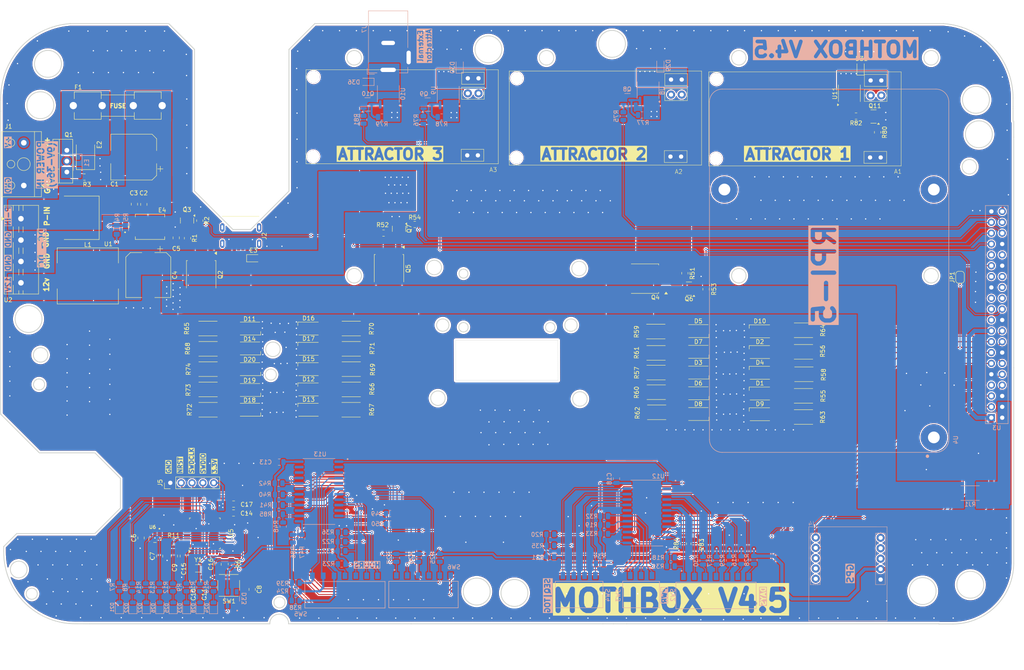
<source format=kicad_pcb>
(kicad_pcb (version 20241229) (generator "pcbnew") (generator_version "9.0")
  (layers (0 "F.Cu" signal) (2 "B.Cu" signal) (13 "F.Paste" user) (15 "B.Paste" user) (5 "F.SilkS" user "F.Silkscreen") (7 "B.SilkS" user "B.Silkscreen") (1 "F.Mask" user) (3 "B.Mask" user) (25 "Edge.Cuts" user))
  (net 0 "")
  (net 1 "GND")
  (net 2 "/Power/PWR_IN")
  (net 3 "+5V")
  (net 4 "+3.3V")
  (net 5 "/RPI5+MCU/OSC_OUT")
  (net 6 "/RPI5+MCU/NRST")
  (net 7 "/RPI5+MCU/OSC_IN")
  (net 8 "Net-(D5-A)")
  (net 9 "/Power/VBUS")
  (net 10 "Net-(D13-A)")
  (net 11 "Net-(D14-A)")
  (net 12 "Net-(D15-A)")
  (net 13 "Net-(D16-A)")
  (net 14 "Net-(D17-A)")
  (net 15 "Net-(D18-A)")
  (net 16 "Net-(D19-A)")
  (net 17 "Net-(D20-A)")
  (net 18 "Net-(D22-A)")
  (net 19 "Net-(D24-A)")
  (net 20 "/UV LED PCB/+12V_PCB2")
  (net 21 "/UV LED PCB/+12V_PCB1")
  (net 22 "/UV LED PCB/+12V_PCB3")
  (net 23 "/UV LED PCB/+12V_PCB4")
  (net 24 "/RPI5+MCU/SWDIO")
  (net 25 "/RPI5+MCU/SWDCLK")
  (net 26 "Net-(Q2-G)")
  (net 27 "Net-(Q3-B)")
  (net 28 "+12V")
  (net 29 "/Photo LED's/+12V_L_LED")
  (net 30 "Net-(Q6-B)")
  (net 31 "/Photo LED's/+12V_R_LED")
  (net 32 "/Power/FB")
  (net 33 "/RPI5+MCU/BOOT0")
  (net 34 "/RPI5+MCU/PA8")
  (net 35 "/RPI5+MCU/PA11")
  (net 36 "/RPI5+MCU/PA2")
  (net 37 "/RPI5+MCU/PA3")
  (net 38 "/RPI5+MCU/PA4")
  (net 39 "/RPI5+MCU/PA5")
  (net 40 "/RPI5+MCU/PA6")
  (net 41 "/RPI5+MCU/PA7")
  (net 42 "/GPS+Switches/Mon")
  (net 43 "/GPS+Switches/Tue")
  (net 44 "/GPS+Switches/Wed")
  (net 45 "/GPS+Switches/Thur")
  (net 46 "/GPS+Switches/Fri")
  (net 47 "/GPS+Switches/Sat")
  (net 48 "/GPS+Switches/Sun")
  (net 49 "/GPS+Switches/Hour_1")
  (net 50 "/GPS+Switches/Hour_2")
  (net 51 "/GPS+Switches/Hour_3")
  (net 52 "/GPS+Switches/Hour_4")
  (net 53 "/GPS+Switches/Hour_5")
  (net 54 "/GPS+Switches/Hour_6")
  (net 55 "/GPS+Switches/Hour_7")
  (net 56 "/GPS+Switches/Hour_8")
  (net 57 "/GPS+Switches/Hour_9")
  (net 58 "/GPS+Switches/Hour_10")
  (net 59 "/GPS+Switches/Hour_11")
  (net 60 "/GPS+Switches/Hour_12")
  (net 61 "/GPS+Switches/Hour_13")
  (net 62 "/GPS+Switches/Min_PW")
  (net 63 "/GPS+Switches/Med_PW")
  (net 64 "/GPS+Switches/Max_PW")
  (net 65 "/GPS+Switches/Seq_1")
  (net 66 "/GPS+Switches/Seq_2")
  (net 67 "/GPS+Switches/Seq_3")
  (net 68 "/GPS+Switches/Armed{slash}Disarmed")
  (net 69 "/RPI5+MCU/STM_RX")
  (net 70 "/RPI5+MCU/STM_TX")
  (net 71 "/RPI5+MCU/TimeP")
  (net 72 "Net-(RJ1-Pad2)")
  (net 73 "GPS_SCL")
  (net 74 "GPS_SDA")
  (net 75 "RPI_CTRL")
  (net 76 "S3_MUX")
  (net 77 "Net-(U1-VC)")
  (net 78 "Net-(D1-A)")
  (net 79 "Net-(D6-A)")
  (net 80 "Net-(D7-A)")
  (net 81 "Net-(D8-A)")
  (net 82 "Net-(D9-A)")
  (net 83 "Net-(D10-A)")
  (net 84 "Net-(D11-A)")
  (net 85 "Net-(D12-A)")
  (net 86 "Net-(D21-A)")
  (net 87 "Net-(D23-A)")
  (net 88 "Net-(D25-A)")
  (net 89 "Net-(D26-A)")
  (net 90 "Net-(D27-A)")
  (net 91 "Net-(D28-A)")
  (net 98 "S2_MUX")
  (net 99 "S1_MUX")
  (net 100 "Net-(Q4-G)")
  (net 101 "Net-(Q5-G)")
  (net 102 "Net-(Q7-B)")
  (net 103 "Net-(Q8-C)")
  (net 104 "Net-(Q8-B)")
  (net 105 "Net-(Q9-C)")
  (net 106 "Net-(Q9-B)")
  (net 107 "Net-(Q10-C)")
  (net 108 "Net-(Q10-B)")
  (net 109 "Net-(Q11-B)")
  (net 110 "Net-(Q11-C)")
  (net 120 "S0_MUX")
  (net 131 "Net-(D2-A)")
  (net 132 "Net-(D3-A)")
  (net 133 "Net-(D4-A)")
  (net 134 "Net-(E1-A)")
  (net 135 "Net-(E1-K)")
  (net 136 "Net-(E2-K)")
  (net 137 "Net-(E4-PadC)")
  (net 151 "/RPI5+MCU/PA12")
  (net 157 "L_LED_CTRL")
  (net 158 "R_LED_CTRL")
  (net 159 "UV1_CTRL")
  (net 160 "UV3_CTRL")
  (net 161 "UV2_CTRL")
  (net 162 "UV4_EX_CTRL")
  (net 163 "COM_I{slash}O")
  (net 164 "EN_MUX1")
  (net 165 "EN_MUX2")
  (footprint "Resistor_SMD:R_0805_2012Metric" (layer "F.Cu") (at 122.245 71.930671 180)
    (property "Reference" "R52")
    (property "Value" "10k")
  )
  (footprint "Capacitor_SMD:C_0805_2012Metric_Pad1.18x1.45mm_HandSolder" (layer "F.Cu") (at 63.95 65.165671 -90)
    (property "Reference" "C3")
    (property "Value" "0.1uF 50V")
  )
  (footprint "Package_TO_SOT_SMD:TO-252-2" (layer "F.Cu") (at 79.5775 81.675671 -90)
    (property "Reference" "Q2")
    (property "Value" "TJ10S04M3L,LXHQ")
  )
  (footprint "Resistor_SMD:R_2512_6332Metric" (layer "F.Cu") (at 220.500001 94.665671 180)
    (property "Reference" "R64")
    (property "Value" "170R")
  )
  (footprint "Capacitor_SMD:C_0805_2012Metric" (layer "F.Cu") (at 83.52 149.426342 90)
    (property "Reference" "C16")
    (property "Value" "0.1uF")
  )
  (footprint "XL4015:CONV_XL4015" (layer "F.Cu") (at 49.565 68.35 180)
    (property "Reference" "U1")
    (property "Value" "XL4015")
  )
  (footprint "Resistor_SMD:R_2512_6332Metric" (layer "F.Cu") (at 220.5 99.715671 180)
    (property "Reference" "R56")
    (property "Value" "170R")
  )
  (footprint "Connector_PinHeader_2.54mm:PinHeader_1x05_P2.54mm_Vertical" (layer "F.Cu") (at 72.35 130.365671 90)
    (property "Reference" "J5")
    (property "Value" "Conn_01x05_Pin")
  )
  (footprint "Package_QFP:LQFP-32_7x7mm_P0.8mm" (layer "F.Cu") (at 80.44 142.205671 90)
    (property "Reference" "U5")
    (property "Value" "STM32L031K6Tx")
  )
  (footprint "Resistor_SMD:R_2512_6332Metric" (layer "F.Cu") (at 114.652502 113.265671 180)
    (property "Reference" "R67")
    (property "Value" "170R")
  )
  (footprint "Resistor_SMD:R_2512_6332Metric" (layer "F.Cu") (at 220.5 110.015671 180)
    (property "Reference" "R55")
    (property "Value" "170R")
  )
  (footprint "Resistor_SMD:R_2512_6332Metric" (layer "F.Cu") (at 81.152501 94.265671)
    (property "Reference" "R65")
    (property "Value" "170R")
  )
  (footprint "LED_SMD:LED_Everlight-SMD3528_3.5x2.8mm_67-21ST" (layer "F.Cu") (at 91.000001 113.265671 180)
    (property "Reference" "D18")
    (property "Value" "LED")
  )
  (footprint "Resistor_SMD:R_0805_2012Metric" (layer "F.Cu") (at 76.38 73.125671 -90)
    (property "Reference" "R1")
    (property "Value" "10k")
  )
  (footprint "LED_SMD:LED_Everlight-SMD3528_3.5x2.8mm_67-21ST" (layer "F.Cu") (at 195.899999 104.565671 180)
    (property "Reference" "D3")
    (property "Value" "LED")
  )
  (footprint "LED_SMD:LED_Everlight-SMD3528_3.5x2.8mm_67-21ST" (layer "F.Cu") (at 104.690001 99.010245)
    (property "Reference" "D17")
    (property "Value" "LED")
  )
  (footprint "Capacitor_SMD:C_0805_2012Metric" (layer "F.Cu") (at 65.5 143.265671 90)
    (property "Reference" "C6")
    (property "Value" "1uF")
  )
  (footprint "Resistor_SMD:R_0805_2012Metric" (layer "F.Cu") (at 192.4 144.615671 90)
    (property "Reference" "R84")
    (property "Value" "DNP")
  )
  (footprint "SK54C:DIO_SK54C" (layer "F.Cu") (at 67.6 70.465671)
    (property "Reference" "E4")
    (property "Value" "SK54C")
  )
  (footprint "LED_SMD:LED_Everlight-SMD3528_3.5x2.8mm_67-21ST" (layer "F.Cu") (at 91 103.765671 180)
    (property "Reference" "D20")
    (property "Value" "LED")
  )
  (footprint "Resistor_SMD:R_2512_6332Metric" (layer "F.Cu") (at 185.949999 94.965671)
    (property "Reference" "R59")
    (property "Value" "170R")
  )
  (footprint "Package_TO_SOT_SMD:SOT-23" (layer "F.Cu") (at 76.2725 68.995671 -90)
    (property "Reference" "Q3")
    (property "Value" "BC817")
  )
  (footprint "Capacitor_SMD:C_0805_2012Metric_Pad1.18x1.45mm_HandSolder" (layer "F.Cu") (at 73.73 73.045671 90)
    (property "Reference" "C5")
    (property "Value" "0.1uF 50V")
  )
  (footprint "Resistor_SMD:R_2512_6332Metric" (layer "F.Cu") (at 81.190001 103.765671)
    (property "Reference" "R74")
    (property "Value" "170R")
  )
  (footprint "LED_SMD:LED_Everlight-SMD3528_3.5x2.8mm_67-21ST" (layer "F.Cu") (at 195.899999 114.26567 180)
    (property "Reference" "D8")
    (property "Value" "LED")
  )
  (footprint "Capacitor_SMD:C_0805_2012Metric" (layer "F.Cu") (at 75.39 147.496342 90)
    (property "Reference" "C15")
    (property "Value" "0.1uF")
  )
  (footprint "LED_SMD:LED_Everlight-SMD3528_3.5x2.8mm_67-21ST" (layer "F.Cu") (at 91.000001 108.643665 180)
    (property "Reference" "D19")
    (property "Value" "LED")
  )
  (footprint "Resistor_SMD:R_0805_2012Metric" (layer "F.Cu") (at 192.75 81.315671 90)
    (property "Reference" "R51")
    (property "Value" "10k")
  )
  (footprint "LED_SMD:LED_Everlight-SMD3528_3.5x2.8mm_67-21ST" (layer "F.Cu") (at 195.899998 94.865671 180)
    (property "Reference" "D5")
    (property "Value" "LED")
  )
  (footprint "TerminalBlock:TerminalBlock_MaiXu_MX126-5.0-04P_1x04_P5.00mm" (layer "F.Cu") (at 37.4 68.565671 -90)
    (property "Reference" "U2")
    (property "Value" "9V-36V to 12V 5A 60W" (hide yes))
  )
  (footprint "LED_SMD:LED_Everlight-SMD3528_3.5x2.8mm_67-21ST" (layer "F.Cu") (at 104.690002 113.26567)
    (property "Reference" "D13")
    (property "Value" "LED")
  )
  (footprint "Resistor_SMD:R_2512_6332Metric" (layer "F.Cu") (at 220.499999 114.965671 180)
    (property "Reference" "R63")
    (property "Value" "170R")
  )
  (footprint "Resistor_SMD:R_0805_2012Metric" (layer "F.Cu") (at 129.545 69.910671)
    (property "Reference" "R54")
    (property "Value" "1k")
  )
  (footprint "Diode_SMD:D_SOD-323" (layer "F.Cu") (at 233.86 33.353171 90)
    (property "Reference" "D31")
    (property "Value" "ESD12VD3B-TP")
  )
  (footprint "Resistor_SMD:R_0805_2012Metric" (layer "F.Cu") (at 237.84 48.345671 -90)
    (property "Reference" "R80")
    (property "Value" "1k")
  )
  (footprint "LED_SMD:LED_Everlight-SMD3528_3.5x2.8mm_67-21ST" (layer "F.Cu") (at 104.690001 103.765671)
    (property "Reference" "D15")
    (property "Value" "LED")
  )
  (footprint "Resistor_SMD:R_0805_2012Metric" (layer "F.Cu") (at 232.8 44.545671 180)
    (property "Reference" "R82")
    (property "Value" "10k")
  )
  (footprint "Fuse:Fuseholder_Clip-5x20mm_Eaton_1A5601-01_Inline_P20.80x6.76mm_D1.70mm_Horizontal" (layer "F.Cu") (at 49.65 42.1)
    (property "Reference" "F1")
    (property "Value" "7A Fuse")
  )
  (footprint "Capacitor_SMD:C_0805_2012Metric_Pad1.18x1.45mm_HandSolder" (layer "F.Cu") (at 66.15 65.215671 -90)
    (property "Reference" "C2")
    (property "Value" "0.1uF 50V")
  )
  (footprint "Resistor_SMD:R_0805_2012Metric" (layer "F.Cu") (at 79.25 69.015671 -90)
    (property "Reference" "R2")
    (property "Value" "1k")
  )
  (footprint "Package_TO_SOT_SMD:TO-252-2" (layer "F.Cu") (at 183.31 82.593171 180)
    (property "Reference" "Q4")
    (property "Value" "TJ10S04M3L,LXHQ")
  )
  (footprint "Resistor_SMD:R_2512_6332Metric" (layer "F.Cu") (at 81.190001 99.015671)
    (property "Reference" "R68")
    (property "Value" "170R")
  )
  (footprint "Resistor_SMD:R_2512_6332Metric" (layer "F.Cu") (at 114.690001 94.265671 180)
    (property "Reference" "R70")
    (property "Value" "170R")
  )
  (footprint "LED_SMD:LED_Everlight-SMD3528_3.5x2.8mm_67-21ST" (layer "F.Cu") (at 91.000001 98.921609 180)
    (property "Reference" "D14")
    (property "Value" "LED")
  )
  (footprint "Package_SO:SOIC-8_3.9x4.9mm_P1.27mm" (layer "F.Cu") (at 231.24 39.215671 90)
    (property "Reference" "U11")
    (property "Value" "IRF9335TRPBF")
  )
  (footprint "Resistor_SMD:R_0805_2012Metric" (layer "F.Cu") (at 72.9 144.206342 180)
    (property "Reference" "R11")
    (property "Value" "10K")
  )
  (footprint "LED_SMD:LED_Everlight-SMD3528_3.5x2.8mm_67-21ST" (layer "F.Cu") (at 210.300001 109.465672)
    (property "Reference" "D1")
    (property "Value" "LED")
  )
  (footprint "TS-1187A-B-A-B:SW_TS-1187A-B-A-B" (layer "F.Cu") (at 86.01 154.356342)
    (property "Reference" "SW1")
    (property "Value" "SW_Push")
  )
  (footprint "Resistor_SMD:R_2512_6332Metric" (layer "F.Cu") (at 114.690001 103.765671 180)
    (property "Reference" "R69")
    (property "Value" "170R")
  )
  (footprint "TLV75733PDBVR:SOT95P280X145-5N" (layer "F.Cu") (at 68.75 143.515671 -90)
    (property "Reference" "U6")
    (property "Value" "TLV75733PDBVR")
  )
  (footprint "LED_SMD:LED_Everlight-SMD3528_3.5x2.8mm_67-21ST" (layer "F.Cu") (at 91.000001 94.265671 180)
    (property "Reference" "D11")
    (property "Value" "LED")
  )
  (footprint "Attractor:attractor" (layer "F.Cu") (at 194.85 56.715671)
    (property "Reference" "A1")
    (property "Value" "Attractor")
  )
  (footprint "Capacitor_SMD:C_0805_2012Metric" (layer "F.Cu") (at 87.14297 137.419663 180)
    (property "Reference" "C14")
    (property "Value" "0.1uF")
  )
  (footprint "LED_SMD:LED_Everlight-SMD3528_3.5x2.8mm_67-21ST" (layer "F.Cu") (at 195.9 109.415671 180)
    (property "Reference" "D6")
    (property "Value" "LED")
  )
  (footprint "Capacitor_SMD:CP_Elec_10x12.5" (layer "F.Cu") (at 63.7825 54.15 180)
    (property "Reference" "C1")
    (property "Value" "470uF 50V")
  )
  (footprint "Resistor_SMD:R_0805_2012Metric" (layer "F.Cu") (at 194.9 144.615671 90)
    (property "Reference" "R83")
    (property "Value" "DNP")
  )
  (footprint "Diode_SMD:D_SMB" (layer "F.Cu") (at 52.5 53.415671 90)
    (property "Reference" "E2")
    (property "Value" "SMBJ36A")
  )
  (footprint "Resistor_SMD:R_2512_6332Metric" (layer "F.Cu") (at 114.690001 108.515671 180)
    (property "Reference" "R66")
    (property "Value" "170R")
  )
  (footprint "Package_TO_SOT_THT:TO-220-3_Vertical" (layer "F.Cu") (at 48.145 57.64 90)
    (property "Reference" "Q1")
    (property "Value" "IRF9540N")
  )
  (footprint "LED_SMD:LED_Everlight-SMD3528_3.5x2.8mm_67-21ST" (layer "F.Cu") (at 210.300001 114.315671)
    (property "Reference" "D9")
    (property "Value" "LED")
  )
  (footprint "LED_SMD:LED_Everlight-SMD3528_3.5x2.8mm_67-21ST" (layer "F.Cu") (at 210.300001 104.615672)
    (property "Reference" "D4")
    (property "Value" "LED")
  )
  (footprint "Resistor_SMD:R_2512_6332Metric" (layer "F.Cu") (at 186.049999 109.165671)
    (property "Reference" "R60")
    (property "Value" "170R")
  )
  (footprint "LED_SMD:LED_Everlight-SMD3528_3.5x2.8mm_67-21ST" (layer "F.Cu") (at 104.690001 108.514361)
    (property "Reference" "D12")
    (property "Value" "LED")
  )
  (footprint "Capacitor_SMD:C_0805_2012Metric" (layer "F.Cu") (at 87.16297 135.339663 180)
    (property "Reference" "C17")
    (property "Value" "1uF")
  )
  (footprint "Package_TO_SOT_SMD:SOT-23" (layer "F.Cu") (at 125.8575 70.920671 -90)
    (property "Reference" "Q7")
    (property "Value" "BC817")
  )
  (footprint "Capacitor_SMD:C_0805_2012Metric" (layer "F.Cu") (at 77.63 153.436342 90)
    (property "Reference" "C10")
    (property "Value" "12pF")
  )
  (footprint "Resistor_SMD:R_2512_6332Metric" (layer "F.Cu") (at 81.190001 113.265671)
    (property "Reference" "R72")
    (property "Value" "170R")
  )
  (footprint "Capacitor_SMD:C_0805_2012Metric" (layer "F.Cu") (at 80.21 153.396342 90)
    (property "Reference" "C11")
    (property "Value" "12pF")
  )
  (footprint "LED_SMD:LED_Everlight-SMD3528_3.5x2.8mm_67-21ST" (layer "F.Cu") (at 210.300001 99.765672)
    (property "Reference" "D2")
    (property "Value" "LED")
  )
  (footprint "Resistor_SMD:R_2512_6332Metric" (layer "F.Cu") (at 81.190001 108.515671)
    (property "Reference" "R73")
    (property "Value" "170R")
  )
  (footprint "Inductor_SMD:L_Chilisin_BMRG00131360" (layer "F.Cu") (at 53.05 81.95)
    (property "Reference" "L1")
    (property "Value" "5A 47uH")
  )
  (footprint "LED_SMD:LED_Everlight-SMD3528_3.5x2.8mm_67-21ST" (layer "F.Cu") (at 104.690001 94.265671)
    (property "Reference" "D16")
    (property "Value" "LED")
  )
  (footprint "TYPE-C-31-M-17:TYPEC31M17" (layer "F.Cu") (at 88.82 68.015671 180)
    (property "Reference" "J2")
    (property "Value" "TYPE-C-31-M-17")
  )
  (footprint "Resistor_SMD:R_0805_2012Metric" (layer "F.Cu") (at 197.7 85.065671 90)
    (property "Reference" "R53")
    (property "Value" "1k")
  )
  (footprint "Crystal:Crystal_SMD_3215-2Pin_3.2x1.5mm" (layer "F.Cu") (at 78.89 150.376342)
    (property "Reference" "Y1")
    (property "Value" "32.768kHz")
  )
  (footprint "LED_SMD:LED_Everlight-SMD3528_3.5x2.8mm_67-21ST" (layer "F.Cu") (at 195.9 99.715672 180)
    (property "Reference" "D7")
    (property "Value" "LED")
  )
  (footprint "LED_SMD:LED_Everlight-SMD3528_3.5x2.8mm_67-21ST" (layer "F.Cu") (at 210.3 94.915671)
    (property "Reference" "D10")
    (property "Value" "LED")
  )
  (footprint "Package_TO_SOT_SMD:SOT-23" (layer "F.Cu") (at 236.89 44.658171 180)
    (property "Reference" "Q11")
    (property "Value" "BC817")
  )
  (footprint "Diode_SMD:D_SOD-323" (layer "F.Cu") (at 91.81 77.815671)
    (property "Reference" "E3")
    (property "Value" "ESD5V0D3B")
  )
  (footprint "Resistor_SMD:R_2512_6332Metric" (layer "F.Cu") (at 220.6 104.965671 180)
    (property "Reference" "R58")
    (property "Value" "170R")
  )
  (footprint "Capacitor_SMD:C_0805_2012Metric" (layer "F.Cu") (at 73.3 147.486342 90)
    (property "Reference" "C9")
    (property "Value" "0.1uF")
  )
  (footprint "Resistor_SMD:R_2512_6332Metric" (layer "F.Cu") (at 185.999999 104.565671)
    (property "Reference" "R57")
    (property "Value" "170R")
  )
  (footprint "Resistor_SMD:R_2512_6332Metric" (layer "F.Cu") (at 185.999999 99.965671)
    (property "Reference" "R61")
    (property "Value" "170R")
  )
  (footprint "Package_TO_SOT_SMD:SOT-23" (layer "F.Cu") (at 193.7 84.928171 180)
    (property "Reference" "Q6")
    (property "Value" "BC817")
  )
  (footprint "Jumper:SolderJumper-2_P1.3mm_Open_RoundedPad1.0x1.5mm" (layer "F.Cu") (at 257.125 82.265671 90)
    (property "Reference" "JP1")
    (property "Value" "SolderJumper_2_Open")
  )
  (footprint "Capacitor_SMD:CP_Elec_10x10" (layer "F.Cu") (at 67.2 81.75 -90)
    (property "Reference" "C4")
    (property "Value" "330uF 50V")
  )
  (footprint "Attractor:attractor" (layer "F.Cu") (at 148.15 56.515671)
    (property "Reference" "A2")
    (property "Value" "Attractor")
  )
  (footprint "TerminalBlock_RND:TerminalBlock_RND_205-00023_1x02_P10.00mm_Horizontal" (layer "F.Cu") (at 38.0675 60.8 90)
    (property "Reference" "J1")
    (property "Value" "Screw_Terminal_01x02")
  )
  (footprint "Capacitor_SMD:C_0805_2012Metric" (layer "F.Cu") (at 69.85 147.515671 90)
    (property "Reference" "C7")
    (property "Value" "1uF")
  )
  (footprint "Resistor_SMD:R_0805_2012Metric" (layer "F.Cu") (at 52.25 58.815671 180)
    (property "Reference" "R3")
    (property "Value" "10k")
  )
  (footprint "Resistor_SMD:R_2512_6332Metric" (layer "F.Cu") (at 114.690001 99.015671 180)
    (property "Reference" "R71")
    (property "Value" "170R")
  )
  (footprint "Resistor_SMD:R_2512_6332Metric" (layer "F.Cu") (at 186.149999 113.865671)
    (property "Reference" "R62")
    (property "Value" "170R")
  )
  (footprint "Resistor_SMD:R_0805_2012Metric" (layer "F.Cu") (at 86.63 149.366342 -90)
    (property "Reference" "R6")
    (property "Value" "10K")
  )
  (footprint "Attractor:attractor" (layer "F.Cu") (at 100.6 56.215671)
    (property "Reference" "A3")
    (property "Value" "Attractor")
  )
  (footprint "Package_TO_SOT_SMD:TO-252-2" (layer "F.Cu") (at 123.52 80.255671 -90)
    (property "Reference" "Q5")
    (property "Value" "TJ10S04M3L,LXHQ")
  )
  (footprint "Capacitor_SMD:C_0805_2012Metric" (layer "F.Cu") (at 91.5 155.296342 -90)
    (property "Reference" "C8")
    (property "Value" "100nF")
  )
  (footprint "Resistor_SMD:R_0805_2012Metric" (layer "B.Cu") (at 72.95 154.825 -90)
    (property "Reference" "R12")
    (property "Value" "1k")
  )
  (footprint "Diode_SMD:D_SOD-123F" (layer "B.Cu") (at 50.7 55.65 -90)
    (property "Reference" "E1")
    (property "Value" "BZT52Bxx")
  )
  (footprint "Diode_SMD:D_SOD-323" (layer "B.Cu") (at 118.4175 36.545671 180)
    (property "Reference" "D36")
    (property "Value" "ESD12VD3B-TP")
  )
  (footprint "Resistor_SMD:R_0805_2012Metric" (layer "B.Cu") (at 117.58 45.395671 -90)
    (property "Reference" "R81")
    (property "Value" "1k")
  )
  (footprint "Resistor_SMD:R_0805_2012Metric" (layer "B.Cu") (at 182.7 44.295671)
    (property "Reference" "R77")
    (property "Value" "10k")
  )
  (footprint "Resistor_SMD:R_0805_2012Metric" (layer "B.Cu") (at 131.54 45.495193 -90)
    (property "Reference" "R76")
    (property "Value" "1k")
  )
  (footprint "Package_TO_SOT_SMD:SOT-23" (layer "B.Cu") (at 132.55 41.855193)
    (property "Reference" "Q9")
    (property "Value" "BC817")
  )
  (footprint "Resistor_SMD:R_0805_2012Metric" (layer "B.Cu") (at 63.45 154.825 -90)
    (property "Reference" "R8")
    (property "Value" "1k")
  )
  (footprint "LED_SMD:LED_0805_2012Metric" (layer "B.Cu") (at 60.45 159.3 90)
    (property "Reference" "D21")
    (property "Value" "LED")
  )
  (footprint "Resistor_SMD:R_0805_2012Metric" (layer "B.Cu") (at 103.1 143.415671 -90)
    (property "Reference" "R47")
    (property "Value" "DNP")
  )
  (footprint "Resistor_SMD:R_0805_2012Metric" (layer "B.Cu") (at 173.85 142.315671)
    (property "Reference" "R33")
    (property "Value" "10k")
  )
  (footprint "Resistor_SMD:R_0805_2012Metric" (layer "B.Cu") (at 66.616667 154.825 -90)
    (property "Reference" "R14")
    (property "Value" "1k")
  )
  (footprint "Resistor_SMD:R_0805_2012Metric" (layer "B.Cu") (at 173.85 140.215671)
    (property "Reference" "R19")
    (property "Value" "10k")
  )
  (footprint "Resistor_SMD:R_0805_2012Metric" (layer "B.Cu") (at 161.25 145.015671)
    (property "Reference" "R35")
    (property "Value" "10k")
  )
  (footprint "Resistor_SMD:R_0805_2012Metric" (layer "B.Cu") (at 173.85 138.165671)
    (property "Reference" "R32")
    (property "Value" "10k")
  )
  (footprint "Resistor_SMD:R_0805_2012Metric" (layer "B.Cu") (at 112.41 146.295671)
    (property "Reference" "R37")
    (property "Value" "10k")
  )
  (footprint "IN-PI33TBTPRPGPB:LED_IN-PI33TBTPRPGPB" (layer "B.Cu") (at 86.81 157.465671 90)
    (property "Reference" "D33")
    (property "Value" "IN-PI33TBTPRPGPB")
  )
  (footprint "Resistor_SMD:R_0805_2012Metric" (layer "B.Cu") (at 197 148.565671 -90)
    (property "Reference" "R30")
    (property "Value" "10k")
  )
  (footprint "Resistor_SMD:R_0805_2012Metric" (layer "B.Cu") (at 112.45 149.365671 180)
    (property "Reference" "R23")
    (property "Value" "10k")
  )
  (footprint "Capacitor_SMD:C_0805_2012Metric_Pad1.18x1.45mm_HandSolder" (layer "B.Cu") (at 61.85 71.165671 -90)
    (property "Reference" "R5")
    (property "Value" "3.3K")
  )
  (footprint "Diode_SMD:D_SOD-323" (layer "B.Cu") (at 140.06 32.903171 90)
    (property "Reference" "D30")
    (property "Value" "ESD12VD3B-TP")
  )
  (footprint "Resistor_SMD:R_0805_2012Metric" (layer "B.Cu") (at 189.45 149.865671)
    (property "Reference" "R31")
    (property "Value" "10k")
  )
  (footprint "Package_TO_SOT_SMD:SOT-23" (layer "B.Cu") (at 179.32 40.828171)
    (property "Reference" "Q8")
    (property "Value" "BC817")
  )
  (footprint "Diode_SMD:D_SOD-323" (layer "B.Cu") (at 187.02 32.715671 90)
    (property "Reference" "D29")
    (property "Value" "ESD12VD3B-TP")
  )
  (footprint "DS04-254-2-03BK-SMT1:SW_DS04-254-2-03BK-SMT" (layer "B.Cu") (at 182.5 156.5 -90)
    (property "Reference" "SW3")
    (property "Value" "Power")
  )
  (footprint "DS04-254-2-06BK-SMT:SW_DS04-254-2-06BK-SMT" (layer "B.Cu") (at 131.5875 156.5 -90)
    (property "Reference" "SW6")
    (property "Value" "Hours")
  )
  (footprint "RASPBERRY_PI_4B_4GB:MODULE_RASPBERRY_PI_4B_4GB" (layer "B.Cu") (at 226.5025 80.7375 90)
    (property "Reference" "U4")
    (property "Value" "RASPBERRY_PI_4B_4GB")
  )
  (footprint "Capacitor_SMD:C_0805_2012Metric" (layer "B.Cu") (at 176.75 129.415671 -90)
    (property "Reference" "C18")
    (property "Value" "0.1uF")
  )
  (footprint "Resistor_SMD:R_0805_2012Metric" (layer "B.Cu") (at 135.83 44.775193)
    (property "Reference" "R78")
    (property "Value" "10k")
  )
  (footprint "LED_SMD:LED_0805_2012Metric" (layer "B.Cu") (at 76.164286 159.3 90)
    (property "Reference" "D23")
    (property "Value" "LED")
  )
  (footprint "Package_SO:SOIC-8_3.9x4.9mm_P1.27mm" (layer "B.Cu") (at 184.135 38.485671 90)
    (property "Reference" "U8")
    (property "Value" "IRF9335TRPBF")
  )
  (footprint "Resistor_SMD:R_0805_2012Metric" (layer "B.Cu") (at 112.44 141.925671)
    (property "Reference" "R36")
    (property "Value" "10k")
  )
  (footprint "Connector_BarrelJack:BarrelJack_GCT_DCJ200-10-A_Horizontal" (layer "B.Cu") (at 123.32 33.74)
    (property "Reference" "J7")
    (property "Value" "DC Power Jack")
  )
  (footprint "Resistor_SMD:R_0805_2012Metric" (layer "B.Cu") (at 60.45 154.7375 -90)
    (property "Reference" "R7")
    (property "Value" "1k")
  )
  (footprint "Resistor_SMD:R_0805_2012Metric" (layer "B.Cu") (at 178.34 44.555671 -90)
    (property "Reference" "R75")
    (property "Value" "1k")
  )
  (footprint "Resistor_SMD:R_0805_2012Metric" (layer "B.Cu") (at 112.39 144.135671)
    (property "Reference" "R22")
    (property "Value" "10k")
  )
  (footprint "Resistor_SMD:R_0805_2012Metric" (layer "B.Cu") (at 172.85 149.215671 180)
    (property "Reference" "R34")
    (property "Value" "10k")
  )
  (footprint "Connector_PinHeader_2.54mm:PinHeader_2x20_P2.54mm_Vertical" (layer "B.Cu") (at 264.46 115.125671)
    (property "Reference" "U3")
    (property "Value" "RASPBERRY_PI_5")
  )
  (footprint "Resistor_SMD:R_0805_2012Metric" (layer "B.Cu") (at 69.783333 154.825 -90)
    (property "Reference" "R13")
    (property "Value" "1k")
  )
  (footprint "Resistor_SMD:R_0805_2012Metric" (layer "B.Cu") (at 97.6725 130.445671)
    (property "Reference" "R42")
    (property "Value" "10k")
  )
  (footprint "Resistor_SMD:R_0805_2012Metric" (layer "B.Cu") (at 101.71 153.765671)
    (property "Reference" "R39")
    (property "Value" "10k")
  )
  (footprint "Resistor_SMD:R_0805_2012Metric" (layer "B.Cu") (at 101.01 143.405671 90)
    (property "Reference" "R86")
    (property "Value" "DNP")
  )
  (footprint "Resistor_SMD:R_0805_2012Metric" (layer "B.Cu") (at 101.69 155.825671)
    (property "Reference" "R24")
    (property "Value" "10k")
  )
  (footprint "LED_SMD:LED_0805_2012Metric" (layer "B.Cu") (at 66.735714 159.3 90)
    (property "Reference" "D27")
    (property "Value" "LED")
  )
  (footprint "Resistor_SMD:R_0805_2012Metric" (layer "B.Cu") (at 189.45 147.815671)
    (property "Reference" "R18")
    (property "Value" "10k")
  )
  (footprint "Resistor_SMD:R_0805_2012Metric" (layer "B.Cu") (at 101.66 157.925671)
    (property "Reference" "R38")
    (property "Value" "10k")
  )
  (footprint "Resistor_SMD:R_2512_6332Metric" (layer "B.Cu") (at 259.5 132.765671)
    (property "Reference" "RJ1")
    (property "Value" "0R")
  )
  (footprint "CD74HC4067M96E4:SOIC127P1030X265-24N" (layer "B.Cu") (at 183.86 137.440671 180)
    (property "Reference" "U12")
    (property "Value" "CD74HC4067M96E4")
  )
  (footprint "Resistor_SMD:R_0805_2012Metric" (layer "B.Cu") (at 76.116667 154.825 -90)
    (property "Reference" "R9")
    (property "Value" "1k")
  )
  (footprint "Resistor_SMD:R_0805_2012Metric" (layer "B.Cu") (at 208.9 148.415671 -90)
    (property "Reference" "R28")
    (property "Value" "10k")
  )
  (footprint "Package_SO:SOIC-8_3.9x4.9mm_P1.27mm" (layer "B.Cu") (at 137.375 39.515193 90)
    (property "Reference" "U9")
    (property "Value" "IRF9335TRPBF")
  )
  (footprint "Capacitor_SMD:C_0805_2012Metric" (layer "B.Cu") (at 97.85 125.515671)
    (property "Reference" "C13")
    (property "Value" "0.1uF")
  )
  (footprint "Resistor_SMD:R_0805_2012Metric" (layer "B.Cu") (at 203.2 148.515671 -90)
    (property "Reference" "R29")
    (property "Value" "10k")
  )
  (footprint "DS04-254-2-04BK-SMT:SW_DS04-254-2-04BK-SMT" (layer "B.Cu") (at 168 156.5 -90)
    (property "Reference" "SW4")
    (property "Value" "Sequence+Toggle")
  )
  (footprint "Resistor_SMD:R_0805_2012Metric" (layer "B.Cu") (at 123.77 139.995671)
    (property "Reference" "R50")
    (property "Value" "DNP")
  )
  (footprint "DS04-254-2-07BK-SMT:SW_DS04-254-2-07BK-SMT" (layer "B.Cu") (at 200.04 156.715671 -90)
    (property "Reference" "SW2")
    (property "Value" "Days")
  )
  (footprint "Resistor_SMD:R_0805_2012Metric" (layer "B.Cu") (at 98.75 140.565671 -90)
    (property "Reference" "R48")
    (property "Value" "DNP")
  )
  (footprint "Resistor_SMD:R_0805_2012Metric" (layer "B.Cu") (at 135.4 147.915671 -90)
    (property "Reference" "R25")
    (property "Value" "10k")
  )
  (footprint "LED_SMD:LED_0805_2012Metric" (layer "B.Cu") (at 63.592857 159.3 90)
    (property "Reference" "D22")
    (property "Value" "LED")
  )
  (footprint "Package_SO:SOIC-8_3.9x4.9mm_P1.27mm" (layer "B.Cu") (at 123.365 39.355671 90)
    (property "Reference" "U10")
    (property "Value" "IRF9335TRPBF")
  )
  (footprint "Resistor_SMD:R_0805_2012Metric" (layer "B.Cu") (at 161.25 142.409052)
    (property "Reference" "R20")
    (property "Value" "10k")
  )
  (footprint "Resistor_SMD:R_0805_2012Metric" (layer "B.Cu") (at 121.86 44.775671)
    (property "Reference" "R79")
    (property "Value" "10k")
  )
  (footprint "CD74HC4067M96E4:SOIC127P1030X265-24N" (layer "B.Cu") (at 107.1325 132.395671 180)
    (property "Reference" "U13")
    (property "Value" "CD74HC4067M96E4")
  )
  (footprint "Capacitor_SMD:C_0805_2012Metric_Pad1.18x1.45mm_HandSolder" (layer "B.Cu") (at 59.8 71.165671 90)
    (property "Reference" "R4")
    (property "Value" "10K")
  )
  (footprint "Resistor_SMD:R_0805_2012Metric" (layer "B.Cu") (at 130.35 147.915671 -90)
    (property "Reference" "R26")
    (property "Value" "10k")
  )
  (footprint "Resistor_SMD:R_0805_2012Metric" (layer "B.Cu") (at 200.2 148.565671 -90)
    (property "Reference" "R17")
    (property "Value" "10k")
  )
  (footprint "Resistor_SMD:R_0805_2012Metric" (layer "B.Cu") (at 97.7625 137.725671)
    (property "Reference" "R85")
    (property "Value" "DNP")
  )
  (footprint "GPS_MAX10:Untitled" (layer "B.Cu") (at 240.05068 162.669535 180)
    (property "Reference" "J4")
    (property "Value" "GPS Header" (hide yes))
  )
  (footprint "Resistor_SMD:R_0805_2012Metric" (layer "B.Cu") (at 205.95 148.465671 -90)
    (property "Reference" "R16")
    (property "Value" "10k")
  )
  (footprint "Resistor_SMD:R_0805_2012Metric" (layer "B.Cu") (at 82.45 154.825 -90)
    (property "Reference" "R10")
    (property "Value" "1k")
  )
  (footprint "LED_SMD:LED_0805_2012Metric" (layer "B.Cu") (at 82.45 159.3 90)
    (property "Reference" "D24")
    (property "Value" "LED")
  )
  (footprint "Resistor_SMD:R_0805_2012Metric" (layer "B.Cu") (at 125.25 147.915671 -90)
    (property "Reference" "R27")
    (property "Value" "10k")
  )
  (footprint "LED_SMD:LED_0805_2012Metric" (layer "B.Cu") (at 79.307143 159.3 90)
    (property "Reference" "D28")
    (property "Value" "LED")
  )
  (footprint "Package_TO_SOT_SMD:SOT-23" (layer "B.Cu") (at 118.51 41.825671)
    (property "Reference" "Q10")
    (property "Value" "BC817")
  )
  (footprint "Resistor_SMD:R_0805_2012Metric" (layer "B.Cu") (at 79.283333 154.825 -90)
    (property "Reference" "R15")
    (property "Value" "1k")
  )
  (footprint "Resistor_SMD:R_0805_2012Metric" (layer "B.Cu") (at 123.74 137.565671)
    (property "Reference" "R49")
    (property "Value" "DNP")
  )
  (footprint "LED_SMD:LED_0805_2012Metric" (layer "B.Cu") (at 73.021429 159.3 90)
    (property "Reference" "D25")
    (property "Value" "LED")
  )
  (footprint "Resistor_SMD:R_0805_2012Metric" (layer "B.Cu") (at 161.25 147.62229)
    (property "Reference" "R21")
    (property "Value" "10k")
  )
  (footprint "DS04-254-2-07BK-SMT:SW_DS04-254-2-07BK-SMT" (layer "B.Cu") (at 113.2075 156.55 -90)
    (property "Reference" "SW5")
    (property "Value" "Hours")
  )
  (footprint "Resistor_SMD:R_0805_2012Metric" (layer "B.Cu") (at 97.7425 135.555671)
    (property "Reference" "R41")
    (property "Value" "10k")
  )
  (footprint "LED_SMD:LED_0805_2012Metric" (layer "B.Cu") (at 69.878571 159.3 90)
    (property "Reference" "D26")
    (property "Value" "LED")
  )
  (footprint "Resistor_SMD:R_0805_2012Metric" (layer "B.Cu") (at 97.75 133.115671)
    (property "Reference" "R40")
    (property "Value" "10k")
  )
  (gr_rect (start 56.05 74.96567) (end 75.04 81.165671) (stroke (width 0.2)) (fill yes) (layer "F.Cu") (net 3))
  (gr_rect (start 188.000001 107.465671) (end 195.979042 110.965671) (stroke (width 0.2)) (fill yes) (layer "F.Cu") (net 79))
  (gr_rect (start 120.97 44.980671) (end 129.75 66.550671) (stroke (width 0.2)) (fill yes) (layer "F.Cu") (net 28))
  (gr_rect (start 90.05 75.670671) (end 90.63 80.480671) (stroke (width 0.2)) (fill yes) (layer "F.Cu") (net 9))
  (gr_rect (start 210.15 103.115671) (end 218.5 106.865671) (stroke (width 0.2)) (fill yes) (layer "F.Cu") (net 133))
  (gr_rect (start 75.26 92.175671) (end 80.47 115.135671) (stroke (width 0.2)) (fill yes) (layer "F.Cu") (net 31))
  (gr_rect (start 186.95 68.690671) (end 194.100001 81.090671) (stroke (width 0.2)) (fill yes) (layer "F.Cu") (net 28))
  (gr_rect (start 75.19 117.450671) (end 126.369998 122.73067) (stroke (width 0.2)) (fill yes) (layer "F.Cu") (net 31))
  (gr_rect (start 181.475 74.315671) (end 189.725 77.915672) (stroke (width 0.2)) (fill yes) (layer "F.Cu") (net 28))
  (gr_rect (start 41.1 54.065671) (end 54.7 55.942343) (stroke (width 0.2)) (fill yes) (layer "F.Cu") (net 136))
  (gr_rect (start 62.85 67.665671) (end 66.9 73.715671) (stroke (width 0.2)) (fill yes) (layer "F.Cu") (net 137))
  (gr_rect (start 181.5 42.830671) (end 187.1 75.600671) (stroke (width 0.2)) (fill yes) (layer "F.Cu") (net 28))
  (gr_rect (start 63.2 90.890671) (end 73.85 94.640671) (stroke (width 0.2)) (fill yes) (layer "F.Cu") (net 3))
  (gr_rect (start 69.5 139.765671) (end 70.25 143.015671) (stroke (width 0.2)) (fill yes) (layer "F.Cu") (net 3))
  (gr_rect (start 178.949999 119.515671) (end 227.15 125.065671) (stroke (width 0.2)) (fill yes) (layer "F.Cu") (net 29))
  (gr_rect (start 120.730001 83.305671) (end 126.34 95.765671) (stroke (width 0.2)) (fill yes) (layer "F.Cu") (net 31))
  (gr_rect (start 72.17 73.625671) (end 77.96 78.435671) (stroke (width 0.2)) (fill yes) (layer "F.Cu") (net 3))
  (gr_rect (start 70.725001 79.265671) (end 75.075 90.415671) (stroke (width 0.2)) (fill yes) (layer "F.Cu") (net 3))
  (gr_rect (start 82.99 106.865671) (end 91.15 110.235671) (stroke (width 0.2)) (fill yes) (layer "F.Cu") (net 16))
  (gr_rect (start 70.725 87.315671) (end 73.874999 94.665671) (stroke (width 0.2)) (fill yes) (layer "F.Cu") (net 3))
  (gr_rect (start 82.97 111.595671) (end 91.13 114.965671) (stroke (width 0.2)) (fill yes) (layer "F.Cu") (net 15))
  (gr_rect (start 82.99 102.135671) (end 91.15 105.505671) (stroke (width 0.2)) (fill yes) (layer "F.Cu") (net 17))
  (gr_rect (start 47.05 67.734788) (end 66.4 68.949619) (stroke (width 0.2)) (fill yes) (layer "F.Cu") (net 137))
  (gr_rect (start 104.48 111.535671) (end 112.64 114.905671) (stroke (width 0.2)) (fill yes) (layer "F.Cu") (net 10))
  (gr_rect (start 221.5 92.015671) (end 227.15 125.065671) (stroke (width 0.2)) (fill yes) (layer "F.Cu") (net 29))
  (gr_rect (start 116.85 42.395671) (end 121.95 76.865671) (stroke (width 0.2)) (fill yes) (layer "F.Cu") (net 28))
  (gr_rect (start 115.48 87.960671) (end 130.25 122.71567) (stroke (width 0.2)) (fill yes) (layer "F.Cu") (net 31))
  (gr_rect (start 104.49 97.295671) (end 112.65 100.665671) (stroke (width 0.2)) (fill yes) (layer "F.Cu") (net 14))
  (gr_rect (start 188 102.765671) (end 195.999999 106.315671) (stroke (width 0.2)) (fill yes) (layer "F.Cu") (net 132))
  (gr_rect (start 46.5 38.865671) (end 58.25 45.215671) (stroke (width 0.2)) (fill yes) (layer "F.Cu") (net 135))
  (gr_rect (start 181.55 33.415671) (end 193.65 37.515671) (stroke (width 0.2)) (fill yes) (layer "F.Cu") (net 21))
  (gr_rect (start 56.05 75.665671) (end 62.7 86.915671) (stroke (width 0.2)) (fill yes) (layer "F.Cu") (net 3))
  (gr_rect (start 63.2 91.515671) (end 68 142.765671) (stroke (width 0.2)) (fill yes) (layer "F.Cu") (net 3))
  (gr_rect (start 104.52 106.805671) (end 112.68 110.175671) (stroke (width 0.2)) (fill yes) (layer "F.Cu") (net 85))
  (gr_rect (start 86.57 76.500671) (end 91 81.370671) (stroke (width 0.2)) (fill yes) (layer "F.Cu") (net 9))
  (gr_rect (start 82.975 92.610671) (end 91.135 95.980671) (stroke (width 0.2)) (fill yes) (layer "F.Cu") (net 84))
  (gr_rect (start 104.49 102.075671) (end 112.65 105.445671) (stroke (width 0.2)) (fill yes) (layer "F.Cu") (net 12))
  (gr_rect (start 57.65 58.765671) (end 62.3 65.415671) (stroke (width 0.2)) (fill yes) (layer "F.Cu") (net 2))
  (gr_rect (start 191.375 145.103171) (end 209.7 146.128171) (stroke (width 0.2)) (fill yes) (layer "F.Cu") (net 4))
  (gr_rect (start 210.2 92.96567) (end 218.5 96.665671) (stroke (width 0.2)) (fill yes) (layer "F.Cu") (net 83))
  (gr_rect (start 188.2 112.065671) (end 196.073581 115.66567) (stroke (width 0.2)) (fill yes) (layer "F.Cu") (net 81))
  (gr_rect (start 46.5 40.165671) (end 50.3 53.415671) (stroke (width 0.2)) (fill yes) (layer "F.Cu") (net 135))
  (gr_rect (start 228.775 40.415671) (end 232.25 45.690671) (stroke (width 0.2)) (fill yes) (layer "F.Cu") (net 28))
  (gr_rect (start 210.1 113.165671) (end 218.3 116.715671) (stroke (width 0.2)) (fill yes) (layer "F.Cu") (net 82))
  (gr_rect (start 64.675 75.21567) (end 76.45 76.615671) (stroke (width 0.2)) (fill yes) (layer "F.Cu") (net 3))
  (gr_rect (start 61.85 38.915671) (end 72.75 45.065671) (stroke (width 0.2)) (fill yes) (layer "F.Cu") (net 2))
  (gr_rect (start 67 139.765671) (end 70.25 140.765671) (stroke (width 0.2)) (fill yes) (layer "F.Cu") (net 3))
  (gr_rect (start 43 63.015671) (end 54.15 88.215671) (stroke (width 0.2)) (fill yes) (layer "F.Cu") (net 137))
  (gr_rect (start 34.5 48.215671) (end 45.150001 55.965671) (stroke (width 0.2)) (fill yes) (layer "F.Cu") (net 136))
  (gr_rect (start 210.2 97.915671) (end 218.35 101.815671) (stroke (width 0.2)) (fill yes) (layer "F.Cu") (net 131))
  (gr_rect (start 64.55 38.915671) (end 72.75 59.56567) (stroke (width 0.2)) (fill yes) (layer "F.Cu") (net 2))
  (gr_line (start 182.106786 93.013176) (end 182.074999 115.765671) (stroke (width 0.2)) (layer "F.Cu") (net 29))
  (gr_rect (start 104.51 92.575671) (end 112.67 95.945671) (stroke (width 0.2)) (fill yes) (layer "F.Cu") (net 13))
  (gr_rect (start 78.24 79.795671) (end 90.99 85.985671) (stroke (width 0.2)) (fill yes) (layer "F.Cu") (net 9))
  (gr_rect (start 83.01 97.265671) (end 91.17 100.635671) (stroke (width 0.2)) (fill yes) (layer "F.Cu") (net 11))
  (gr_rect (start 187.9 93.16567) (end 196.15 96.765671) (stroke (width 0.2)) (fill yes) (layer "F.Cu") (net 8))
  (gr_rect (start 83.125 134.615671) (end 86.699998 138.190671) (stroke (width 0.2)) (fill yes) (layer "F.Cu") (net 4))
  (gr_rect (start 210.15 108.215671) (end 218.35 111.71567) (stroke (width 0.2)) (fill yes) (layer "F.Cu") (net 78))
  (gr_rect (start 134.65 33.490671) (end 146.125 37.865671) (stroke (width 0.2)) (fill yes) (layer "F.Cu") (net 22))
  (gr_rect (start 75.229999 111.835671) (end 80.49 119.995671) (stroke (width 0.2)) (fill yes) (layer "F.Cu") (net 31))
  (gr_rect (start 57.7 58.715671) (end 72.8 64.515671) (stroke (width 0.2)) (fill yes) (layer "F.Cu") (net 2))
  (gr_rect (start 188.1 98.065671) (end 195.95 101.565671) (stroke (width 0.2)) (fill yes) (layer "F.Cu") (net 80))
  (gr_rect (start 68.939999 145.956342) (end 77.8 147.036342) (stroke (width 0.2)) (fill yes) (layer "F.Cu") (net 4))
  (gr_rect (start 174.575 79.490671) (end 185.2 125.065671) (stroke (width 0.2)) (fill yes) (layer "F.Cu") (net 29))
  (gr_rect (start 228.475 33.940671) (end 240.1 37.890671) (stroke (width 0.2)) (fill yes) (layer "F.Cu") (net 20))
  (gr_rect (start 87 75.290671) (end 87.58 80.100671) (stroke (width 0.2)) (fill yes) (layer "F.Cu") (net 9))
  (gr_rect (start 50.4 54.065671) (end 54.7 57.015671) (stroke (width 0.2)) (fill yes) (layer "F.Cu") (net 136))
  (gr_rect (start 120.75 42.390671) (end 232.316122 46.293081) (stroke (width 0.2)) (fill yes) (layer "F.Cu") (net 28))
  (gr_rect (start 68.939999 144.015671) (end 70.25 147.036342) (stroke (width 0.2)) (fill yes) (layer "F.Cu") (net 4))
  (gr_rect (start 62.025002 38.765671) (end 72.474997 67.465671) (stroke (width 0.2)) (fill yes) (layer "B.Cu") (net 2))
  (gr_rect (start 228.44 34.095671) (end 239.99 38.14567) (stroke (width 0.2)) (fill yes) (layer "B.Cu") (net 20))
  (gr_rect (start 233.317458 86.265671) (end 242 135.265671) (stroke (width 0.2)) (fill yes) (layer "B.Cu") (net 3))
  (gr_rect (start 108.8 57.540671) (end 129.75 66.690671) (stroke (width 0.2)) (fill yes) (layer "B.Cu") (net 28))
  (gr_rect (start 233.259404 130.219042) (end 257.970317 136.295225) (stroke (width 0.2)) (fill yes) (layer "B.Cu") (net 3))
  (gr_rect (start 46.9 56.565671) (end 51.45 58.965671) (stroke (width 0.2)) (fill yes) (layer "B.Cu") (net 134))
  (gr_rect (start 118.945 32.360671) (end 125.895 38.530671) (stroke (width 0.2)) (fill yes) (layer "B.Cu") (net 23))
  (gr_rect (start 83.55 134.665671) (end 84.925 136.81567) (stroke (width 0.2)) (fill yes) (layer "B.Cu") (net 4))
  (gr_rect (start 122.275 40.790671) (end 126.075 45.790671) (stroke (width 0.2)) (fill yes) (layer "B.Cu") (net 28))
  (gr_rect (start 260.95 130.165671) (end 268.5 136.340671) (stroke (width 0.2)) (fill yes) (layer "B.Cu") (net 72))
  (gr_rect (start 181.615 33.555671) (end 193.165 37.605671) (stroke (width 0.2)) (fill yes) (layer "B.Cu") (net 21))
  (gr_rect (start 266 111.515671) (end 268.8 135.265671) (stroke (width 0.2)) (fill yes) (layer "B.Cu") (net 72))
  (gr_rect (start 62 38.765671) (end 72.5 45.765671) (stroke (width 0.2)) (fill yes) (layer "B.Cu") (net 2))
  (gr_rect (start 34.45 81.590671) (end 65.4 87.490671) (stroke (width 0.2)) (fill yes) (layer "B.Cu") (net 28))
  (gr_rect (start 70.45 84.365671) (end 242 90.615671) (stroke (width 0.2)) (fill yes) (layer "B.Cu") (net 3))
  (gr_rect (start 77.304999 144.218171) (end 81.15 145.463171) (stroke (width 0.2)) (fill yes) (layer "B.Cu") (net 4))
  (gr_rect (start 183.175 39.915671) (end 186.8 45.265671) (stroke (width 0.2)) (fill yes) (layer "B.Cu") (net 28))
  (gr_rect (start 47 38.765671) (end 58 53.46567) (stroke (width 0.2)) (fill yes) (layer "B.Cu") (net 135))
  (gr_rect (start 34.5 64.215674) (end 56.2 71.065671) (stroke (width 0.2)) (fill yes) (layer "B.Cu") (net 2))
  (gr_rect (start 136.275 40.865671) (end 139.775 45.790671) (stroke (width 0.2)) (fill yes) (layer "B.Cu") (net 28))
  (gr_rect (start 134.745 33.615671) (end 145.92 38.04067) (stroke (width 0.2)) (fill yes) (layer "B.Cu") (net 22))
  (gr_rect (start 107.074998 57.56567) (end 112.85 81.415671) (stroke (width 0.2)) (fill yes) (layer "B.Cu") (net 28))
  (gr_rect (start 45.599997 76.165667) (end 112.824997 81.565671) (stroke (width 0.2)) (fill yes) (layer "B.Cu") (net 28))
  (gr_rect (start 46.4 61.165672) (end 69 67.465669) (stroke (width 0.2)) (fill yes) (layer "B.Cu") (net 2))
  (gr_rect (start 70.45 83.240671) (end 75.375 90.615671) (stroke (width 0.2)) (fill yes) (layer "B.Cu") (net 3))
  (gr_line (start 269.694035 149.139847) (end 269.694035 103.461847) (stroke (width 0.2)) (layer "Edge.Cuts"))
  (gr_circle (center 152.873297 156.131085) (end 156.023297 156.131085) (stroke (width 0.2)) (fill no) (layer "Edge.Cuts"))
  (gr_line (start 128.700708 163.342602) (end 128.700708 163.342673) (stroke (width 0.2)) (layer "Edge.Cuts"))
  (gr_line (start 173.564708 163.342673) (end 173.564708 163.342602) (stroke (width 0.2)) (layer "Edge.Cuts"))
  (gr_curve (pts (xy 259.855603 24.706752) (xy 257.798524 23.683688) (xy 255.5595 23.076867) (xy 253.267352 22.921196)) (stroke (width 0.2)) (layer "Edge.Cuts"))
  (gr_line (start 269.693989 103.461847) (end 269.693989 49.476393) (stroke (width 0.2)) (layer "Edge.Cuts"))
  (gr_curve (pts (xy 42.485835 161.502754) (xy 40.546893 160.510258) (xy 38.820045 159.149015) (xy 37.402228 157.49543)) (stroke (width 0.2)) (layer "Edge.Cuts"))
  (gr_circle (center 248.38648 155.68868) (end 251.53648 155.68868) (stroke (width 0.2)) (fill no) (layer "Edge.Cuts"))
  (gr_line (start 71.993198 22.921081) (end 48.93732 22.921081) (stroke (width 0.2)) (layer "Edge.Cuts"))
  (gr_line (start 54.69728 142.242948) (end 36.39728 142.242948) (stroke (width 0.2)) (layer "Edge.Cuts"))
  (gr_circle (center 160.370084 30.906314) (end 162.070084 30.906314) (stroke (width 0.2)) (fill no) (layer "Edge.Cuts"))
  (gr_circle (center 134.110986 79.976579) (end 135.810986 79.976579) (stroke (width 0.2)) (fill no) (layer "Edge.Cuts"))
  (gr_line (start 269.534989 45.759101) (end 269.534989 42.809101) (stroke (width 0.2)) (layer "Edge.Cuts"))
  (gr_circle (center 36.87505 150.640744) (end 38.82505 150.640744) (stroke (width 0.2)) (fill no) (layer "Edge.Cuts"))
  (gr_line (start 33.367991 146.353247) (end 33.367991 145.292948) (stroke (width 0.2)) (layer "Edge.Cuts"))
  (gr_circle (center 250.370084 81.906314) (end 252.070084 81.906314) (stroke (width 0.2)) (fill no) (layer "Edge.Cuts"))
  (gr_circle (center 144.048525 155.804393) (end 147.198525 155.804393) (stroke (width 0.2)) (fill no) (layer "Edge.Cuts"))
  (gr_curve (pts (xy 37.402228 157.49543) (xy 35.984294 155.84171) (xy 34.902491 153.927148) (xy 34.217547 151.859261)) (stroke (width 0.2)) (layer "Edge.Cuts"))
  (gr_circle (center 140.948984 93.96008) (end 142.048984 93.96008) (stroke (width 0.2)) (fill no) (layer "Edge.Cuts"))
  (gr_circle (center 134.967695 110.557492) (end 136.667695 110.557492) (stroke (width 0.2)) (fill no) (layer "Edge.Cuts"))
  (gr_line (start 269.694035 103.461847) (end 269.693989 103.461847) (stroke (width 0.2)) (layer "Edge.Cuts"))
  (gr_line (start 32.667991 40.779212) (end 32.667991 40.331092) (stroke (width 0.2)) (layer "Edge.Cuts"))
  (gr_circle (center 42.005914 100.429465) (end 43.705914 100.429465) (stroke (width 0.2)) (fill no) (layer "Edge.Cuts"))
  (gr_line (start 86.993198 71.079461) (end 78.022487 62.10875) (stroke (width 0.2)) (layer "Edge.Cuts"))
  (gr_circle (center 39.182719 92.034797) (end 42.332719 92.034797) (stroke (width 0.2)) (fill no) (layer "Edge.Cuts"))
  (gr_line (start 32.667991 114.313659) (end 41.69728 123.342948) (stroke (width 0.2)) (layer "Edge.Cuts"))
  (gr_line (start 179.15149 163.342602) (end 252.199485 163.342602) (stroke (width 0.2)) (layer "Edge.Cuts"))
  (gr_circle (center 175.687576 27.652909) (end 178.837576 27.652909) (stroke (width 0.2)) (fill no) (layer "Edge.Cuts"))
  (gr_line (start 163.07 106.4) (end 163.04 97.02) (stroke (width 0.05)) (layer "Edge.Cuts"))
  (gr_line (start 60.667991 136.272237) (end 54.69728 142.242948) (stroke (width 0.2)) (layer "Edge.Cuts"))
  (gr_circle (center 41.94823 42.007075) (end 45.09823 42.007075) (stroke (width 0.2)) (fill no) (layer "Edge.Cuts"))
  (gr_circle (center 136.098984 93.46008) (end 137.548984 93.46008) (stroke (width 0.2)) (fill no) (layer "Edge.Cuts"))
  (gr_line (start 179.15149 163.342848) (end 179.15149 163.342602) (stroke (width 0.2)) (layer "Edge.Cuts"))
  (gr_line (start 269.693989 49.476393) (end 269.694302 49.476393) (stroke (width 0.2)) (layer "Edge.Cuts"))
  (gr_line (start 48.921814 22.922139) (end 48.935628 22.921196) (stroke (width 0.2)) (layer "Edge.Cuts"))
  (gr_circle (center 261.54291 48.80937) (end 264.69291 48.80937) (stroke (width 0.2)) (fill no) (layer "Edge.Cuts"))
  (gr_circle (center 115.370084 81.906314) (end 117.070084 81.906314) (stroke (width 0.2)) (fill no) (layer "Edge.Cuts"))
  (gr_circle (center 205.370084 30.906314) (end 207.070084 30.906314) (stroke (width 0.2)) (fill no) (layer "Edge.Cuts"))
  (gr_line (start 106.145776 22.921081) (end 100.116487 28.95037) (stroke (width 0.2)) (layer "Edge.Cuts"))
  (gr_circle (center 168.185979 110.737052) (end 169.885979 110.737052) (stroke (width 0.2)) (fill no) (layer "Edge.Cuts"))
  (gr_line (start 252.199485 163.342602) (end 252.199485 163.389847) (stroke (width 0.2)) (layer "Edge.Cuts"))
  (gr_circle (center 250.370084 30.906314) (end 252.070084 30.906314) (stroke (width 0.2)) (fill no) (layer "Edge.Cuts"))
  (gr_circle (center 260.85587 40.739708) (end 264.00587 40.739708) (stroke (width 0.2)) (fill no) (layer "Edge.Cuts"))
  (gr_line (start 54.69728 123.342948) (end 60.667991 129.313659) (stroke (width 0.2)) (layer "Edge.Cuts"))
  (gr_circle (center 41.643397 107.348331) (end 42.943397 107.348331) (stroke (width 0.2)) (fill no) (layer "Edge.Cuts"))
  (gr_curve (pts (xy 269.34608 37.770447) (xy 269.469017 38.599128) (xy 269.534989 39.382501) (xy 269.534989 40.331092)) (stroke (width 0.2)) (layer "Edge.Cuts"))
  (gr_line (start 48.935628 22.921196) (end 48.93732 22.921081) (stroke (width 0.2)) (layer "Edge.Cuts"))
  (gr_circle (center 39.933321 156.318482) (end 41.233321 156.318482) (stroke (width 0.2)) (fill no) (layer "Edge.Cuts"))
  (gr_line (start 139.15 97.02) (end 139.18 106.39) (stroke (width 0.05)) (layer "Edge.Cuts"))
  (gr_circle (center 205.370084 81.906314) (end 207.070084 81.906314) (stroke (width 0.2)) (fill no) (layer "Edge.Cuts"))
  (gr_curve (pts (xy 53.481455 163.342602) (xy 49.955665 163.342602) (xy 49.463744 163.342602) (xy 48.811484 163.291569)) (stroke (width 0.2)) (layer "Edge.Cuts"))
  (gr_line (start 176.05149 163.342602) (end 176.05149 163.342848) (stroke (width 0.2)) (layer "Edge.Cuts"))
  (gr_line (start 128.700708 163.342602) (end 100.032689 163.342602) (stroke (width 0.2)) (layer "Edge.Cuts"))
  (gr_curve (pts (xy 268.920142 35.739851) (xy 269.120715 36.475303) (xy 269.253826 37.148593) (xy 269.34608 37.770447)) (stroke (width 0.2)) (layer "Edge.Cuts"))
  (gr_line (start 78.022487 28.95037) (end 71.993198 22.921081) (stroke (width 0.2)) (layer "Edge.Cuts"))
  (gr_curve (pts (xy 264.100464 27.676812) (xy 262.843324 26.483129) (xy 261.413067 25.481339) (xy 259.855603 24.706752)) (stroke (width 0.2)) (layer "Edge.Cuts"))
  (gr_line (start 253.267352 22.921196) (end 253.26566 22.921081) (stroke (width 0.2)) (layer "Edge.Cuts"))
  (gr_line (start 128.700708 163.342673) (end 173.564708 163.342673) (stroke (width 0.2)) (layer "Edge.Cuts"))
  (gr_line (start 100.116487 28.95037) (end 100.116487 62.10875) (stroke (width 0.2)) (layer "Edge.Cuts"))
  (gr_line (start 253.26566 22.921081) (end 106.145776 22.921081) (stroke (width 0.2)) (layer "Edge.Cuts"))
  (gr_line (start 163.04 97.02) (end 139.15 97.02) (stroke (width 0.05)) (layer "Edge.Cuts"))
  (gr_line (start 139.18 106.39) (end 163.07 106.4) (stroke (width 0.05)) (layer "Edge.Cuts"))
  (gr_curve (pts (xy 39.397979 26.562147) (xy 42.130417 24.434766) (xy 45.484957 23.158293) (xy 48.921814 22.922139)) (stroke (width 0.2)) (layer "Edge.Cuts"))
  (gr_line (start 60.667991 129.313659) (end 60.667991 136.272237) (stroke (width 0.2)) (layer "Edge.Cuts"))
  (gr_line (start 95.633829 163.342602) (end 95.583259 163.342602) (stroke (width 0.2)) (layer "Edge.Cuts"))
  (gr_curve (pts (xy 32.917621 37.39011) (xy 33.011287 36.842319) (xy 33.147783 36.222891) (xy 33.309756 35.642268)) (stroke (width 0.2)) (layer "Edge.Cuts"))
  (gr_line (start 252.199485 163.389847) (end 255.444035 163.389847) (stroke (width 0.2)) (layer "Edge.Cuts"))
  (gr_circle (center 97.897989 158.342652) (end 99.197989 158.342652) (stroke (width 0.2)) (fill no) (layer "Edge.Cuts"))
  (gr_line (start 100.116487 62.10875) (end 91.145776 71.079461) (stroke (width 0.2)) (layer "Edge.Cuts"))
  (gr_curve (pts (xy 32.667991 40.331092) (xy 32.667991 39.135713) (xy 32.745525 38.396587) (xy 32.917621 37.39011)) (stroke (width 0.2)) (layer "Edge.Cuts"))
  (gr_circle (center 161.248984 93.96008) (end 162.348984 93.96008) (stroke (width 0.2)) (fill no) (layer "Edge.Cuts"))
  (gr_curve (pts (xy 33.309756 35.642268) (xy 34.305007 32.074586) (xy 36.470839 28.841116) (xy 39.397979 26.562147)) (stroke (width 0.2)) (layer "Edge.Cuts"))
  (gr_line (start 32.667991 43.426393) (end 32.667991 40.779212) (stroke (width 0.2)) (layer "Edge.Cuts"))
  (gr_line (start 269.534989 40.331092) (end 269.534989 42.285945) (stroke (width 0.2)) (layer "Edge.Cuts"))
  (gr_line (start 176.05149 163.342602) (end 173.564708 163.342602) (stroke (width 0.2)) (layer "Edge.Cuts"))
  (gr_circle (center 146.781934 28.928615) (end 149.931934 28.928615) (stroke (width 0.2)) (fill no) (layer "Edge.Cuts"))
  (gr_circle (center 95.867502 105.037498) (end 97.167502 105.037498) (stroke (width 0.2)) (fill no) (layer "Edge.Cuts"))
  (gr_line (start 32.667991 43.426393) (end 32.667991 114.313659) (stroke (width 0.2)) (layer "Edge.Cuts"))
  (gr_curve (pts (xy 264.100464 27.676812) (xy 265.562754 29.065289) (xy 266.783 30.712195) (xy 267.685068 32.511926)) (stroke (width 0.2)) (layer "Edge.Cuts"))
  (gr_line (start 269.694302 49.476393) (end 269.694302 45.759101) (stroke (width 0.2)) (layer "Edge.Cuts"))
  (gr_circle (center 140.948984 81.41008) (end 141.998984 81.41008) (stroke (width 0.2)) (fill no) (layer "Edge.Cuts"))
  (gr_circle (center 259.323565 56.406314) (end 261.023565 56.406314) (stroke (width 0.2)) (fill no) (layer "Edge.Cuts"))
  (gr_line (start 269.534989 42.285945) (end 269.534989 42.809101) (stroke (width 0.2)) (layer "Edge.Cuts"))
  (gr_line (start 33.367991 145.292948) (end 33.367991 145.272237) (stroke (width 0.2)) (layer "Edge.Cuts"))
  (gr_line (start 41.69728 123.342948) (end 54.69728 123.342948) (stroke (width 0.2)) (layer "Edge.Cuts"))
  (gr_curve (pts (xy 34.217547 151.859261) (xy 33.367991 149.2944) (xy 33.367991 147.213423) (xy 33.367991 146.353247)) (stroke (width 0.2)) (layer "Edge.Cuts"))
  (gr_line (start 91.145776 71.079461) (end 86.993198 71.079461) (stroke (width 0.2)) (layer "Edge.Cuts"))
  (gr_line (start 269.694302 45.759101) (end 269.534989 45.759101) (stroke (width 0.2)) (layer "Edge.Cuts"))
  (gr_line (start 33.367991 145.272237) (end 36.39728 142.242948) (stroke (width 0.2)) (layer "Edge.Cuts"))
  (gr_arc (start 95.633829 163.342602) (mid 97.833259 161.092602) (end 100.032689 163.342602) (stroke (width 0.2)) (layer "Edge.Cuts"))
  (gr_circle (center 166.098984 93.46008) (end 167.548984 93.46008) (stroke (width 0.2)) (fill no) (layer "Edge.Cuts"))
  (gr_arc (start 269.694035 149.139847) (mid 265.520306 159.216117) (end 255.444035 163.389847) (stroke (width 0.2)) (layer "Edge.Cuts"))
  (gr_curve (pts (xy 48.811484 163.291569) (xy 46.605542 163.118975) (xy 44.455485 162.510968) (xy 42.485835 161.502754)) (stroke (width 0.2)) (layer "Edge.Cuts"))
  (gr_line (start 78.022487 62.10875) (end 78.022487 28.95037) (stroke (width 0.2)) (layer "Edge.Cuts"))
  (gr_circle (center 43.727639 32.329222) (end 46.877639 32.329222) (stroke (width 0.2)) (fill no) (layer "Edge.Cuts"))
  (gr_circle (center 259.535108 154.209898) (end 262.685108 154.209898) (stroke (width 0.2)) (fill no) (layer "Edge.Cuts"))
  (gr_circle (center 96.35842 99.125076) (end 98.05842 99.125076) (stroke (width 0.2)) (fill no) (layer "Edge.Cuts"))
  (gr_circle (center 115.370084 30.906314) (end 117.070084 30.906314) (stroke (width 0.2)) (fill no) (layer "Edge.Cuts"))
  (gr_line (start 95.583259 163.342602) (end 53.481455 163.342602) (stroke (width 0.2)) (layer "Edge.Cuts"))
  (gr_circle (center 167.980278 80.224706) (end 169.680278 80.224706) (stroke (width 0.2)) (fill no) (layer "Edge.Cuts"))
  (gr_line (start 176.05149 163.342848) (end 179.15149 163.342848) (stroke (width 0.2)) (layer "Edge.Cuts"))
  (gr_curve (pts (xy 267.685068 32.511926) (xy 268.201548 33.542365) (xy 268.615685 34.623484) (xy 268.920142 35.739851)) (stroke (width 0.2)) (layer "Edge.Cuts"))
  (gr_text "SWDIO" (at 80.6125 128.315671 90) (layer "F.SilkS" knockout) (effects (font (size 1 1) (thickness 0.25) (bold yes)) (justify left bottom)))
  (gr_text "ATTRACTOR 1" (at 206.55 54.965671 0) (layer "F.SilkS" knockout) (effects (font (size 2.5 2.5) (thickness 0.625) (bold yes)) (justify left bottom)))
  (gr_text "GND" (at 72.55 128.315671 90) (layer "F.SilkS" knockout) (effects (font (size 1 1) (thickness 0.25) (bold yes)) (justify left bottom)))
  (gr_text "ATTRACTOR 3" (at 111.25 54.965671 0) (layer "F.SilkS" knockout) (effects (font (size 2.5 2.5) (thickness 0.625) (bold yes)) (justify left bottom)))
  (gr_text "GND" (at 44.3 62.915671 90) (layer "F.SilkS") (effects (font (size 1.2 1.2) (thickness 0.3) (bold yes)) (justify left bottom)))
  (gr_text "V+" (at 44.2 52.165671 90) (layer "F.SilkS") (effects (font (size 1.2 1.2) (thickness 0.3) (bold yes)) (justify left bottom)))
  (gr_text "SWDCLK" (at 77.925 128.315671 90) (layer "F.SilkS" knockout) (effects (font (size 1 1) (thickness 0.25) (bold yes)) (justify left bottom)))
  (gr_text "ATTRACTOR 2" (at 158.9 54.965671 0) (layer "F.SilkS" knockout) (effects (font (size 2.5 2.5) (thickness 0.625) (bold yes)) (justify left bottom)))
  (gr_text "FUSE" (at 58.05 42.765671 0) (layer "F.SilkS") (effects (font (size 1 1) (thickness 0.25) (bold yes)) (justify left bottom)))
  (gr_text "GND" (at 43.95 75.515671 90) (layer "F.SilkS") (effects (font (size 1.2 1.2) (thickness 0.3) (bold yes)) (justify left bottom)))
  (gr_text "MOTHBOX V4.5" (at 161.1 160.915671 0) (layer "F.SilkS" knockout) (effects (font (size 5 5) (thickness 1.2) (bold yes)) (justify left bottom)))
  (gr_text "NRST" (at 75.2375 128.315671 90) (layer "F.SilkS" knockout) (effects (font (size 1 1) (thickness 0.25) (bold yes)) (justify left bottom)))
  (gr_text "3.3V" (at 83.3 128.315671 90) (layer "F.SilkS" knockout) (effects (font (size 1 1) (thickness 0.25) (bold yes)) (justify left bottom)))
  (gr_text "P-IN" (at 44.2 70.415671 90) (layer "F.SilkS") (effects (font (size 1.2 1.2) (thickness 0.3) (bold yes)) (justify left bottom)))
  (gr_text "GND" (at 44.15 80.515671 90) (layer "F.SilkS") (effects (font (size 1.2 1.2) (thickness 0.3) (bold yes)) (justify left bottom)))
  (gr_text "12v" (at 44.05 85.815671 90) (layer "F.SilkS") (effects (font (size 1.2 1.2) (thickness 0.3) (bold yes)) (justify left bottom)))
  (gr_text "GND" (at 35.1 60.765671 90) (layer "B.SilkS" knockout) (effects (font (size 1.2 1.2) (thickness 0.3) (bold yes)) (justify bottom mirror)))
  (gr_text "V+" (at 35.1 52.065671 90) (layer "B.SilkS" knockout) (effects (font (size 1.2 1.2) (thickness 0.3) (bold yes)) (justify left bottom)))
  (gr_text "GPS" (at 232.35 151.565671 90) (layer "B.SilkS" knockout) (effects (font (size 1.5 1.5) (thickness 0.35) (bold yes)) (justify bottom mirror)))
  (gr_text "MOTHBOX V4.5" (at 247.95 31.065671 0) (layer "B.SilkS" knockout) (effects (font (size 3.5 3.5) (thickness 0.875) (bold yes)) (justify left bottom mirror)))
  (gr_text "DC- DC" (at 43.2 70.665671 90) (layer "B.SilkS" knockout) (effects (font (size 1.5 1.5) (thickness 0.35) (bold yes)) (justify left bottom mirror)))
  (gr_text "DAYS" (at 211.8 154.515671 90) (layer "B.SilkS" knockout) (effects (font (size 1.2 1.2) (thickness 0.3) (bold yes)) (justify left bottom mirror)))
  (gr_text "POWER IN\n(9V-36v)" (at 45.35 55.965671 90) (layer "B.SilkS" knockout) (effects (font (size 1.5 1.5) (thickness 0.35) (bold yes)) (justify bottom mirror)))
  (gr_text "SEQ|TOG" (at 161.3 152.565671 90) (layer "B.SilkS" knockout) (effects (font (size 1.2 1.2) (thickness 0.3) (bold yes)) (justify left bottom mirror)))
  (gr_text "External\nAttractor" (at 131.85 28.115671 90) (layer "B.SilkS" knockout) (effects (font (size 1.2 1.2) (thickness 0.25) (bold yes)) (justify mirror)))
  (gr_text "GND" (at 35.1 78.915671 90) (layer "B.SilkS" knockout) (effects (font (size 1.2 1.2) (thickness 0.3) (bold yes)) (justify bottom mirror)))
  (gr_text "12V" (at 35.1 83.915671 90) (layer "B.SilkS" knockout) (effects (font (size 1.2 1.2) (thickness 0.3) (bold yes)) (justify bottom mirror)))
  (gr_text "P-IN" (at 35.1 68.015671 90) (layer "B.SilkS" knockout) (effects (font (size 1.2 1.2) (thickness 0.3) (bold yes)) (justify bottom mirror)))
  (gr_text "GND" (at 35.1 73.415671 90) (layer "B.SilkS" knockout) (effects (font (size 1.2 1.2) (thickness 0.3) (bold yes)) (justify bottom mirror)))
  (gr_text "HOURS" (at 121.65 150.315671 0) (layer "B.SilkS" knockout) (effects (font (size 1.2 1.2) (thickness 0.3) (bold yes)) (justify left bottom mirror)))
  (gr_text "RPI-5" (at 228.35 81.665671 90) (layer "B.SilkS" knockout) (effects (font (size 5 5) (thickness 1) (bold yes)) (justify bottom mirror)))
  (gr_text "PWR" (at 188.7 154.565671 90) (layer "B.SilkS" knockout) (effects (font (size 1.2 1.2) (thickness 0.3) (bold yes)) (justify left bottom mirror)))
  (via (at 36.6 32.265671) (size 0.6) (drill 0.3) (layers "F.Cu" "B.Cu") (net 1))
  (via (at 250.15 24.565671) (size 0.6) (drill 0.3) (layers "F.Cu" "B.Cu") (net 1))
  (via (at 151.85 64.365671) (size 0.6) (drill 0.3) (layers "F.Cu" "B.Cu") (net 1))
  (via (at 149.263645 132.565671) (size 0.6) (drill 0.3) (layers "F.Cu" "B.Cu") (net 1))
  (via (at 218.1 134.965671) (size 0.6) (drill 0.3) (layers "F.Cu" "B.Cu") (net 1))
  (via (at 201.85 109.615671) (size 0.6) (drill 0.3) (layers "F.Cu" "B.Cu") (net 1))
  (via (at 173.5 67.115671) (size 0.6) (drill 0.3) (layers "F.Cu" "B.Cu") (net 1))
  (via (at 200.1 99.915671) (size 0.6) (drill 0.3) (layers "F.Cu" "B.Cu") (net 1))
  (via (at 76.15 35.065671) (size 0.6) (drill 0.3) (layers "F.Cu" "B.Cu") (net 1))
  (via (at 194.878571 117.965671) (size 0.6) (drill 0.3) (layers "F.Cu" "B.Cu") (net 1))
  (via (at 242.039163 162.015671) (size 0.6) (drill 0.3) (layers "F.Cu" "B.Cu") (net 1))
  (via (at 81.35 139.965671) (size 0.6) (drill 0.3) (layers "F.Cu" "B.Cu") (net 1))
  (via (at 202.766667 24.565671) (size 0.6) (drill 0.3) (layers "F.Cu" "B.Cu") (net 1))
  (via (at 238.4 68.615671) (size 0.6) (drill 0.3) (layers "F.Cu" "B.Cu") (net 1))
  (via (at 261.8 66.665671) (size 0.6) (drill 0.3) (layers "F.Cu" "B.Cu") (net 1))
  (via (at 242.252778 24.565671) (size 0.6) (drill 0.3) (layers "F.Cu" "B.Cu") (net 1))
  (via (at 159.53 61.965671) (size 0.6) (drill 0.3) (layers "F.Cu" "B.Cu") (net 1))
  (via (at 146.909088 116.115671) (size 0.6) (drill 0.3) (layers "F.Cu" "B.Cu") (net 1))
  (via (at 235.5 158.115671) (size 0.6) (drill 0.3) (layers "F.Cu" "B.Cu") (net 1))
  (via (at 157.322725 116.065671) (size 0.6) (drill 0.3) (layers "F.Cu" "B.Cu") (net 1))
  (via (at 148.5 64.365671) (size 0.6) (drill 0.3) (layers "F.Cu" "B.Cu") (net 1))
  (via (at 268.05 41.765671) (size 0.6) (drill 0.3) (layers "F.Cu" "B.Cu") (net 1))
  (via (at 218.561111 24.565671) (size 0.6) (drill 0.3) (layers "F.Cu" "B.Cu") (net 1))
  (via (at 58.2 107.320203) (size 0.6) (drill 0.3) (layers "F.Cu" "B.Cu") (net 1))
  (via (at 101.9 105.265671) (size 0.6) (drill 0.3) (layers "F.Cu" "B.Cu") (net 1))
  (via (at 98.8 109.165671) (size 0.6) (drill 0.3) (layers "F.Cu" "B.Cu") (net 1))
  (via (at 72.04546 125.815671) (size 0.6) (drill 0.3) (layers "F.Cu" "B.Cu") (net 1))
  (via (at 40.7 80.565671) (size 0.6) (drill 0.3) (layers "F.Cu" "B.Cu") (net 1))
  (via (at 198.818056 24.565671) (size 0.6) (drill 0.3) (layers "F.Cu" "B.Cu") (net 1))
  (via (at 201.75 104.915671) (size 0.6) (drill 0.3) (layers "F.Cu" "B.Cu") (net 1))
  (via (at 186.972222 24.565671) (size 0.6) (drill 0.3) (layers "F.Cu" "B.Cu") (net 1))
  (via (at 150.3 144.265671) (size 0.6) (drill 0.3) (layers "F.Cu" "B.Cu") (net 1))
  (via (at 155.359088 118.615671) (size 0.6) (drill 0.3) (layers "F.Cu" "B.Cu") (net 1))
  (via (at 78.4 141.065671) (size 0.6) (drill 0.3) (layers "F.Cu" "B.Cu") (net 1))
  (via (at 63.75 89.415671) (size 0.6) (drill 0.3) (layers "F.Cu" "B.Cu") (net 1))
  (via (at 190.65 117.965671) (size 0.6) (drill 0.3) (layers "F.Cu" "B.Cu") (net 1))
  (via (at 201.8 162.365671) (size 0.6) (drill 0.3) (layers "F.Cu" "B.Cu") (net 1))
  (via (at 54.35 34.365671) (size 0.6) (drill 0.3) (layers "F.Cu" "B.Cu") (net 1))
  (via (at 129.588225 162.015671) (size 0.6) (drill 0.3) (layers "F.Cu" "B.Cu") (net 1))
  (via (at 93.95 98.865671) (size 0.6) (drill 0.3) (layers "F.Cu" "B.Cu") (net 1))
  (via (at 158.795451 118.615671) (size 0.6) (drill 0.3) (layers "F.Cu" "B.Cu") (net 1))
  (via (at 244.6 104.765671) (size 0.6) (drill 0.3) (layers "F.Cu" "B.Cu") (net 1))
  (via (at 149.465 61.965671) (size 0.6) (drill 0.3) (layers "F.Cu" "B.Cu") (net 1))
  (via (at 97.05 68.215671) (size 0.6) (drill 0.3) (layers "F.Cu" "B.Cu") (net 1))
  (via (at 257.318177 143.665671) (size 0.6) (drill 0.3) (layers "F.Cu" "B.Cu") (net 1))
  (via (at 44.840912 149.565671) (size 0.6) (drill 0.3) (layers "F.Cu" "B.Cu") (net 1))
  (via (at 93.9 105.115671) (size 0.6) (drill 0.3) (layers "F.Cu" "B.Cu") (net 1))
  (via (at 125.945 68.065671) (size 0.6) (drill 0.3) (layers "F.Cu" "B.Cu") (net 1))
  (via (at 40.7 78.511127) (size 0.6) (drill 0.3) (layers "F.Cu" "B.Cu") (net 1))
  (via (at 200.1 108.015671) (size 0.6) (drill 0.3) (layers "F.Cu" "B.Cu") (net 1))
  (via (at 101.9 100.515671) (size 0.6) (drill 0.3) (layers "F.Cu" "B.Cu") (net 1))
  (via (at 260.8 83.265671) (size 0.6) (drill 0.3) (layers "F.Cu" "B.Cu") (net 1))
  (via (at 61.386355 34.365671) (size 0.6) (drill 0.3) (layers "F.Cu" "B.Cu") (net 1))
  (via (at 43.5 59.865671) (size 0.6) (drill 0.3) (layers "F.Cu" "B.Cu") (net 1))
  (via (at 174.5686 162.015671) (size 0.6) (drill 0.3) (layers "F.Cu" "B.Cu") (net 1))
  (via (at 214.581823 134.965671) (size 0.6) (drill 0.3) (layers "F.Cu" "B.Cu") (net 1))
  (via (at 181.45 28.765671) (size 0.6) (drill 0.3) (layers "F.Cu" "B.Cu") (net 1))
  (via (at 260.081823 149.565671) (size 0.6) (drill 0.3) (layers "F.Cu" "B.Cu") (net 1))
  (via (at 48.2 104.615671) (size 0.6) (drill 0.3) (layers "F.Cu" "B.Cu") (net 1))
  (via (at 244.05 64.265671) (size 0.6) (drill 0.3) (layers "F.Cu" "B.Cu") (net 1))
  (via (at 142.755 61.965671) (size 0.6) (drill 0.3) (layers "F.Cu" "B.Cu") (net 1))
  (via (at 101.9 33.415671) (size 0.6) (drill 0.3) (layers "F.Cu" "B.Cu") (net 1))
  (via (at 162.885 61.965671) (size 0.6) (drill 0.3) (layers "F.Cu" "B.Cu") (net 1))
  (via (at 242.645 58.765671) (size 0.6) (drill 0.3) (layers "F.Cu" "B.Cu") (net 1))
  (via (at 153.809088 121.365671) (size 0.6) (drill 0.3) (layers "F.Cu" "B.Cu") (net 1))
  (via (at 34.2 41.615671) (size 0.6) (drill 0.3) (layers "F.Cu" "B.Cu") (net 1))
  (via (at 150.45 116.065671) (size 0.6) (drill 0.3) (layers "F.Cu" "B.Cu") (net 1))
  (via (at 65.655453 161.915671) (size 0.6) (drill 0.3) (layers "F.Cu" "B.Cu") (net 1))
  (via (at 200.15 114.165671) (size 0.6) (drill 0.3) (layers "F.Cu" "B.Cu") (net 1))
  (via (at 68.1 148.315671) (size 0.6) (drill 0.3) (layers "F.Cu" "B.Cu") (net 1))
  (via (at 203.3 94.765671) (size 0.6) (drill 0.3) (layers "F.Cu" "B.Cu") (net 1))
  (via (at 218.135714 117.965671) (size 0.6) (drill 0.3) (layers "F.Cu" "B.Cu") (net 1))
  (via (at 231.69 68.615671) (size 0.6) (drill 0.3) (layers "F.Cu" "B.Cu") (net 1))
  (via (at 139.588889 24.565671) (size 0.6) (drill 0.3) (layers "F.Cu" "B.Cu") (net 1))
  (via (at 225.87 58.765671) (size 0.6) (drill 0.3) (layers "F.Cu" "B.Cu") (net 1))
  (via (at 200.1 109.515671) (size 0.6) (drill 0.3) (layers "F.Cu" "B.Cu") (net 1))
  (via (at 145.05 118.615671) (size 0.6) (drill 0.3) (layers "F.Cu" "B.Cu") (net 1))
  (via (at 206.55 103.465671) (size 0.6) (drill 0.3) (layers "F.Cu" "B.Cu") (net 1))
  (via (at 66.52 24.665671) (size 0.6) (drill 0.3) (layers "F.Cu" "B.Cu") (net 1))
  (via (at 264.354532 143.665671) (size 0.6) (drill 0.3) (layers "F.Cu" "B.Cu") (net 1))
  (via (at 150.781823 138.215671) (size 0.6) (drill 0.3) (layers "F.Cu" "B.Cu") (net 1))
  (via (at 249.52729 149.565671) (size 0.6) (drill 0.3) (layers "F.Cu" "B.Cu") (net 1))
  (via (at 43.5 58.015671) (size 0.6) (drill 0.3) (layers "F.Cu" "B.Cu") (net 1))
  (via (at 76.2 46.665671) (size 0.6) (drill 0.3) (layers "F.Cu" "B.Cu") (net 1))
  (via (at 247.95 107.465671) (size 0.6) (drill 0.3) (layers "F.Cu" "B.Cu") (net 1))
  (via (at 200.1 98.415671) (size 0.6) (drill 0.3) (layers "F.Cu" "B.Cu") (net 1))
  (via (at 153.886363 116.065671) (size 0.6) (drill 0.3) (layers "F.Cu" "B.Cu") (net 1))
  (via (at 45.65 161.515671) (size 0.6) (drill 0.3) (layers "F.Cu" "B.Cu") (net 1))
  (via (at 255.533276 162.015671) (size 0.6) (drill 0.3) (layers "F.Cu" "B.Cu") (net 1))
  (via (at 183.023611 24.565671) (size 0.6) (drill 0.3) (layers "F.Cu" "B.Cu") (net 1))
  (via (at 140.4 28.915671) (size 0.6) (drill 0.3) (layers "F.Cu" "B.Cu") (net 1))
  (via (at 119.845833 24.565671) (size 0.6) (drill 0.3) (layers "F.Cu" "B.Cu") (net 1))
  (via (at 167.229167 24.565671) (size 0.6) (drill 0.3) (layers "F.Cu" "B.Cu") (net 1))
  (via (at 53.9 159.065671) (size 0.6) (drill 0.3) (layers "F.Cu" "B.Cu") (net 1))
  (via (at 56.05 57.697494) (size 0.6) (drill 0.3) (layers "F.Cu" "B.Cu") (net 1))
  (via (at 82.45 144.615671) (size 0.6) (drill 0.3) (layers "F.Cu" "B.Cu") (net 1))
  (via (at 204.85 68.615671) (size 0.6) (drill 0.3) (layers "F.Cu" "B.Cu") (net 1))
  (via (at 34.95 145.965671) (size 0.6) (drill 0.3) (layers "F.Cu" "B.Cu") (net 1))
  (via (at 171.95 64.365671) (size 0.6) (drill 0.3) (layers "F.Cu" "B.Cu") (net 1))
  (via (at 97.25 113.865671) (size 0.6) (drill 0.3) (layers "F.Cu" "B.Cu") (net 1))
  (via (at 107.098038 162.015671) (size 0.6) (drill 0.3) (layers "F.Cu" "B.Cu") (net 1))
  (via (at 250.281822 143.665671) (size 0.6) (drill 0.3) (layers "F.Cu" "B.Cu") (net 1))
  (via (at 50.395451 143.565671) (size 0.6) (drill 0.3) (layers "F.Cu" "B.Cu") (net 1))
  (via (at 146.909088 121.465671) (size 0.6) (drill 0.3) (layers "F.Cu" "B.Cu") (net 1))
  (via (at 140.22729 138.215671) (size 0.6) (drill 0.3) (layers "F.Cu" "B.Cu") (net 1))
  (via (at 183.55 137.415671) (size 0.6) (drill 0.3) (layers "F.Cu" "B.Cu") (net 1))
  (via (at 236.95 29.465671) (size 0.6) (drill 0.3) (layers "F.Cu" "B.Cu") (net 1))
  (via (at 56.05 59.415671) (size 0.6) (drill 0.3) (layers "F.Cu" "B.Cu") (net 1))
  (via (at 196.6 136.965671) (size 0.6) (drill 0.3) (layers "F.Cu" "B.Cu") (net 1))
  (via (at 147.486111 24.565671) (size 0.6) (drill 0.3) (layers "F.Cu" "B.Cu") (net 1))
  (via (at 202 99.815671) (size 0.6) (drill 0.3) (layers "F.Cu" "B.Cu") (net 1))
  (via (at 238.304167 24.565671) (size 0.6) (drill 0.3) (layers "F.Cu" "B.Cu") (net 1))
  (via (at 133.8 28.915671) (size 0.6) (drill 0.3) (layers "F.Cu" "B.Cu") (net 1))
  (via (at 155.2 64.365671) (size 0.6) (drill 0.3) (layers "F.Cu" "B.Cu") (net 1))
  (via (at 153.37 67.115671) (size 0.6) (drill 0.3) (layers "F.Cu" "B.Cu") (net 1))
  (via (at 128.1 157.715671) (size 0.6) (drill 0.3) (layers "F.Cu" "B.Cu") (net 1))
  (via (at 248.159113 146.715671) (size 0.6) (drill 0.3) (layers "F.Cu" "B.Cu") (net 1))
  (via (at 206.55 108.365671) (size 0.6) (drill 0.3) (layers "F.Cu" "B.Cu") (net 1))
  (via (at 64.904533 34.365671) (size 0.6) (drill 0.3) (layers "F.Cu" "B.Cu") (net 1))
  (via (at 58.2 100.283848) (size 0.6) (drill 0.3) (layers "F.Cu" "B.Cu") (net 1))
  (via (at 217.25 64.265671) (size 0.6) (drill 0.3) (layers "F.Cu" "B.Cu") (net 1))
  (via (at 206.55 109.865671) (size 0.6) (drill 0.3) (layers "F.Cu" "B.Cu") (net 1))
  (via (at 34.8 110.024759) (size 0.6) (drill 0.3) (layers "F.Cu" "B.Cu") (net 1))
  (via (at 84.977274 125.815671) (size 0.6) (drill 0.3) (layers "F.Cu" "B.Cu") (net 1))
  (via (at 260.75 88.115671) (size 0.6) (drill 0.3) (layers "F.Cu" "B.Cu") (net 1))
  (via (at 233.043088 162.015671) (size 0.6) (drill 0.3) (layers "F.Cu" "B.Cu") (net 1))
  (via (at 115.897222 24.565671) (size 0.6) (drill 0.3) (layers "F.Cu" "B.Cu") (net 1))
  (via (at 235.045 68.615671) (size 0.6) (drill 0.3) (layers "F.Cu" "B.Cu") (net 1))
  (via (at 87 146.315671) (size 0.6) (drill 0.3) (layers "F.Cu" "B.Cu") (net 1))
  (via (at 188.05 28.765671) (size 0.6) (drill 0.3) (layers "F.Cu" "B.Cu") (net 1))
  (via (at 73.15 140.215671) (size 0.6) (drill 0.3) (layers "F.Cu" "B.Cu") (net 1))
  (via (at 89.525909 161.915671) (size 0.6) (drill 0.3) (layers "F.Cu" "B.Cu") (net 1))
  (via (at 208.205 68.615671) (size 0.6) (drill 0.3) (layers "F.Cu" "B.Cu") (net 1))
  (via (at 188.535714 117.965671) (size 0.6) (drill 0.3) (layers "F.Cu" "B.Cu") (net 1))
  (via (at 84.751818 161.915671) (size 0.6) (drill 0.3) (layers "F.Cu" "B.Cu") (net 1))
  (via (at 57.868178 34.365671) (size 0.6) (drill 0.3) (layers "F.Cu" "B.Cu") (net 1))
  (via (at 34.8 96.279308) (size 0.6) (drill 0.3) (layers "F.Cu" "B.Cu") (net 1))
  (via (at 53.831814 143.565671) (size 0.6) (drill 0.3) (layers "F.Cu" "B.Cu") (net 1))
  (via (at 216.021428 117.965671) (size 0.6) (drill 0.3) (layers "F.Cu" "B.Cu") (net 1))
  (via (at 102 43.865671) (size 0.6) (drill 0.3) (layers "F.Cu" "B.Cu") (net 1))
  (via (at 46.836363 158.715671) (size 0.6) (drill 0.3) (layers "F.Cu" "B.Cu") (net 1))
  (via (at 120.59215 162.015671) (size 0.6) (drill 0.3) (layers "F.Cu" "B.Cu") (net 1))
  (via (at 268 138.565671) (size 0.6) (drill 0.3) (layers "F.Cu" "B.Cu") (net 1))
  (via (at 54.35 29.265671) (size 0.6) (drill 0.3) (layers "F.Cu" "B.Cu") (net 1))
  (via (at 207.545468 134.965671) (size 0.6) (drill 0.3) (layers "F.Cu" "B.Cu") (net 1))
  (via (at 73.85 149.765671) (size 0.6) (drill 0.3) (layers "F.Cu" "B.Cu") (net 1))
  (via (at 143.305 67.115671) (size 0.6) (drill 0.3) (layers "F.Cu" "B.Cu") (net 1))
  (via (at 101.85 97.515671) (size 0.6) (drill 0.3) (layers "F.Cu" "B.Cu") (net 1))
  (via (at 210.55 64.265671) (size 0.6) (drill 0.3) (layers "F.Cu" "B.Cu") (net 1))
  (via (at 34.8 99.715671) (size 0.6) (drill 0.3) (layers "F.Cu" "B.Cu") (net 1))
  (via (at 173.40729 156.315671) (size 0.6) (drill 0.3) (layers "F.Cu" "B.Cu") (net 1))
  (via (at 141.8 64.365671) (size 0.6) (drill 0.3) (layers "F.Cu" "B.Cu") (net 1))
  (via (at 73.5 70.515671) (size 0.6) (drill 0.3) (layers "F.Cu" "B.Cu") (net 1))
  (via (at 57.56 24.665671) (size 0.6) (drill 0.3) (layers "F.Cu" "B.Cu") (net 1))
  (via (at 75.931823 65.815671) (size 0.6) (drill 0.3) (layers "F.Cu" "B.Cu") (net 1))
  (via (at 265.75 146.715671) (size 0.6) (drill 0.3) (layers "F.Cu" "B.Cu") (net 1))
  (via (at 165.109113 156.315671) (size 0.6) (drill 0.3) (layers "F.Cu" "B.Cu") (net 1))
  (via (at 58.2 110.838381) (size 0.6) (drill 0.3) (layers "F.Cu" "B.Cu") (net 1))
  (via (at 175.3 64.365671) (size 0.6) (drill 0.3) (layers "F.Cu" "B.Cu") (net 1))
  (via (at 68.42271 34.365671) (size 0.6) (drill 0.3) (layers "F.Cu" "B.Cu") (net 1))
  (via (at 142.22729 132.565671) (size 0.6) (drill 0.3) (layers "F.Cu" "B.Cu") (net 1))
  (via (at 55.9 54.497494) (size 0.6) (drill 0.3) (layers "F.Cu" "B.Cu") (net 1))
  (via (at 260.75 85.615671) (size 0.6) (drill 0.3) (layers "F.Cu" "B.Cu") (net 1))
  (via (at 206.4 162.265671) (size 0.6) (drill 0.3) (layers "F.Cu" "B.Cu") (net 1))
  (via (at 256.563645 149.565671) (size 0.6) (drill 0.3) (layers "F.Cu" "B.Cu") (net 1))
  (via (at 230.406944 24.565671) (size 0.6) (drill 0.3) (layers "F.Cu" "B.Cu") (net 1))
  (via (at 147.580375 162.015671) (size 0.6) (drill 0.3) (layers "F.Cu" "B.Cu") (net 1))
  (via (at 268 142.083848) (size 0.6) (drill 0.3) (layers "F.Cu" "B.Cu") (net 1))
  (via (at 225.75 51.965671) (size 0.6) (drill 0.3) (layers "F.Cu" "B.Cu") (net 1))
  (via (at 90.45 139.765671) (size 0.6) (drill 0.3) (layers "F.Cu" "B.Cu") (net 1))
  (via (at 268 152.638381) (size 0.6) (drill 0.3) (layers "F.Cu" "B.Cu") (net 1))
  (via (at 92.9 143.165671) (size 0.6) (drill 0.3) (layers "F.Cu" "B.Cu") (net 1))
  (via (at 48.2 107.915671) (size 0.6) (drill 0.3) (layers "F.Cu" "B.Cu") (net 1))
  (via (at 55.25 155.815671) (size 0.6) (drill 0.3) (layers "F.Cu" "B.Cu") (net 1))
  (via (at 151.434722 24.565671) (size 0.6) (drill 0.3) (layers "F.Cu" "B.Cu") (net 1))
  (via (at 226.458333 24.565671) (size 0.6) (drill 0.3) (layers "F.Cu" "B.Cu") (net 1))
  (via (at 206.65 94.765671) (size 0.6) (drill 0.3) (layers "F.Cu" "B.Cu") (net 1))
  (via (at 154.3 138.215671) (size 0.6) (drill 0.3) (layers "F.Cu" "B.Cu") (net 1))
  (via (at 143.745468 138.215671) (size 0.6) (drill 0.3) (layers "F.Cu" "B.Cu") (net 1))
  (via (at 91.568635 73.455566) (size 0.6) (drill 0.3) (layers "F.Cu" "B.Cu") (net 1))
  (via (at 143.5375 24.565671) (size 0.6) (drill 0.3) (layers "F.Cu" "B.Cu") (net 1))
  (via (at 44.940912 155.815671) (size 0.6) (drill 0.3) (layers "F.Cu" "B.Cu") (net 1))
  (via (at 150.015 67.115671) (size 0.6) (drill 0.3) (layers "F.Cu" "B.Cu") (net 1))
  (via (at 150.372725 121.365671) (size 0.6) (drill 0.3) (layers "F.Cu" "B.Cu") (net 1))
  (via (at 166.79 67.115671) (size 0.6) (drill 0.3) (layers "F.Cu" "B.Cu") (net 1))
  (via (at 206.65 93.265671) (size 0.6) (drill 0.3) (layers "F.Cu" "B.Cu") (net 1))
  (via (at 145.15 64.365671) (size 0.6) (drill 0.3) (layers "F.Cu" "B.Cu") (net 1))
  (via (at 161.074488 162.015671) (size 0.6) (drill 0.3) (layers "F.Cu" "B.Cu") (net 1))
  (via (at 170.9 135.715671) (size 0.6) (drill 0.3) (layers "F.Cu" "B.Cu") (net 1))
  (via (at 111.596075 162.015671) (size 0.6) (drill 0.3) (layers "F.Cu" "B.Cu") (net 1))
  (via (at 60.881362 161.915671) (size 0.6) (drill 0.3) (layers "F.Cu" "B.Cu") (net 1))
  (via (at 70.85 137.915671) (size 0.6) (drill 0.3) (layers "F.Cu" "B.Cu") (net 1))
  (via (at 228.335 68.615671) (size 0.6) (drill 0.3) (layers "F.Cu" "B.Cu") (net 1))
  (via (at 239.75 43.715671) (size 0.6) (drill 0.3) (layers "F.Cu" "B.Cu") (net 1))
  (via (at 210.663889 24.565671) (size 0.6) (drill 0.3) (layers "F.Cu" "B.Cu") (net 1))
  (via (at 201.8 94.765671) (size 0.6) (drill 0.3) (layers "F.Cu" "B.Cu") (net 1))
  (via (at 246.009113 149.565671) (size 0.6) (drill 0.3) (layers "F.Cu" "B.Cu") (net 1))
  (via (at 48.277274 149.565671) (size 0.6) (drill 0.3) (layers "F.Cu" "B.Cu") (net 1))
  (via (at 171.177778 24.565671) (size 0.6) (drill 0.3) (layers "F.Cu" "B.Cu") (net 1))
  (via (at 220.6 64.265671) (size 0.6) (drill 0.3) (layers "F.Cu" "B.Cu") (net 1))
  (via (at 200.509113 134.965671) (size 0.6) (drill 0.3) (layers "F.Cu" "B.Cu") (net 1))
  (via (at 251.67729 146.715671) (size 0.6) (drill 0.3) (layers "F.Cu" "B.Cu") (net 1))
  (via (at 101.8 107.215671) (size 0.6) (drill 0.3) (layers "F.Cu" "B.Cu") (net 1))
  (via (at 101.9 95.715671) (size 0.6) (drill 0.3) (layers "F.Cu" "B.Cu") (net 1))
  (via (at 160.681813 121.365671) (size 0.6) (drill 0.3) (layers "F.Cu" "B.Cu") (net 1))
  (via (at 194.831823 82.065671) (size 0.6) (drill 0.3) (layers "F.Cu" "B.Cu") (net 1))
  (via (at 212.55 51.965671) (size 0.6) (drill 0.3) (layers "F.Cu" "B.Cu") (net 1))
  (via (at 100 93.065671) (size 0.6) (drill 0.3) (layers "F.Cu" "B.Cu") (net 1))
  (via (at 95.95 93.015671) (size 0.6) (drill 0.3) (layers "F.Cu" "B.Cu") (net 1))
  (via (at 104.9 26.865671) (size 0.6) (drill 0.3) (layers "F.Cu" "B.Cu") (net 1))
  (via (at 73.5 66.997494) (size 0.6) (drill 0.3) (layers "F.Cu" "B.Cu") (net 1))
  (via (at 265 31.515671) (size 0.6) (drill 0.3) (layers "F.Cu" "B.Cu") (net 1))
  (via (at 204.8 114.265671) (size 0.6) (drill 0.3) (layers "F.Cu" "B.Cu") (net 1))
  (via (at 161.9 64.365671) (size 0.6) (drill 0.3) (layers "F.Cu" "B.Cu") (net 1))
  (via (at 211.063645 134.965671) (size 0.6) (drill 0.3) (layers "F.Cu" "B.Cu") (net 1))
  (via (at 230.35 29.465671) (size 0.6) (drill 0.3) (layers "F.Cu" "B.Cu") (net 1))
  (via (at 48.2 98.015671) (size 0.6) (drill 0.3) (layers "F.Cu" "B.Cu") (net 1))
  (via (at 51.813637 155.815671) (size 0.6) (drill 0.3) (layers "F.Cu" "B.Cu") (net 1))
  (via (at 206.6 106.465671) (size 0.6) (drill 0.3) (layers "F.Cu" "B.Cu") (net 1))
  (via (at 58.2 96.765671) (size 0.6) (drill 0.3) (layers "F.Cu" "B.Cu") (net 1))
  (via (at 222.515 58.765671) (size 0.6) (drill 0.3) (layers "F.Cu" "B.Cu") (net 1))
  (via (at 91.85 125.815671) (size 0.6) (drill 0.3) (layers "F.Cu" "B.Cu") (net 1))
  (via (at 222.509722 24.565671) (size 0.6) (drill 0.3) (layers "F.Cu" "B.Cu") (net 1))
  (via (at 188.431823 145.365671) (size 0.6) (drill 0.3) (layers "F.Cu" "B.Cu") (net 1))
  (via (at 211.792857 117.965671) (size 0.6) (drill 0.3) (layers "F.Cu" "B.Cu") (net 1))
  (via (at 75 152.465671) (size 0.6) (drill 0.3) (layers "F.Cu" "B.Cu") (net 1))
  (via (at 146.66 67.115671) (size 0.6) (drill 0.3) (layers "F.Cu" "B.Cu") (net 1))
  (via (at 158.55 64.365671) (size 0.6) (drill 0.3) (layers "F.Cu" "B.Cu") (net 1))
  (via (at 93.9 114.715671) (size 0.6) (drill 0.3) (layers "F.Cu" "B.Cu") (net 1))
  (via (at 184.75 28.765671) (size 0.6) (drill 0.3) (layers "F.Cu" "B.Cu") (net 1))
  (via (at 102.15 29.365671) (size 0.6) (drill 0.3) (layers "F.Cu" "B.Cu") (net 1))
  (via (at 34.8 103.152034) (size 0.6) (drill 0.3) (layers "F.Cu" "B.Cu") (net 1))
  (via (at 258.2 25.815671) (size 0.6) (drill 0.3) (layers "F.Cu" "B.Cu") (net 1))
  (via (at 190.15 145.365671) (size 0.6) (drill 0.3) (layers "F.Cu" "B.Cu") (net 1))
  (via (at 58.2 103.802026) (size 0.6) (drill 0.3) (layers "F.Cu" "B.Cu") (net 1))
  (via (at 152.078413 162.015671) (size 0.6) (drill 0.3) (layers "F.Cu" "B.Cu") (net 1))
  (via (at 203.15 142.615671) (size 0.6) (drill 0.3) (layers "F.Cu" "B.Cu") (net 1))
  (via (at 101.85 94.215671) (size 0.6) (drill 0.3) (layers "F.Cu" "B.Cu") (net 1))
  (via (at 101.8 108.715671) (size 0.6) (drill 0.3) (layers "F.Cu" "B.Cu") (net 1))
  (via (at 163.280556 24.565671) (size 0.6) (drill 0.3) (layers "F.Cu" "B.Cu") (net 1))
  (via (at 135.640278 24.565671) (size 0.6) (drill 0.3) (layers "F.Cu" "B.Cu") (net 1))
  (via (at 183.564676 162.015671) (size 0.6) (drill 0.3) (layers "F.Cu" "B.Cu") (net 1))
  (via (at 139.95 67.115671) (size 0.6) (drill 0.3) (layers "F.Cu" "B.Cu") (net 1))
  (via (at 205.95 142.565671) (size 0.6) (drill 0.3) (layers "F.Cu" "B.Cu") (net 1))
  (via (at 115.95 133.315671) (size 0.6) (drill 0.3) (layers "F.Cu" "B.Cu") (net 1))
  (via (at 260.85 81.065671) (size 0.6) (drill 0.3) (layers "F.Cu" "B.Cu") (net 1))
  (via (at 152.781823 132.565671) (size 0.6) (drill 0.3) (layers "F.Cu" "B.Cu") (net 1))
  (via (at 99.45 98.665671) (size 0.6) (drill 0.3) (layers "F.Cu" "B.Cu") (net 1))
  (via (at 117.545467 157.715671) (size 0.6) (drill 0.3) (layers "F.Cu" "B.Cu") (net 1))
  (via (at 71.6 148.515671) (size 0.6) (drill 0.3) (layers "F.Cu" "B.Cu") (net 1))
  (via (at 139.4 61.965671) (size 0.6) (drill 0.3) (layers "F.Cu" "B.Cu") (net 1))
  (via (at 199.107143 117.965671) (size 0.6) (drill 0.3) (layers "F.Cu" "B.Cu") (net 1))
  (via (at 172.95 61.965671) (size 0.6) (drill 0.3) (layers "F.Cu" "B.Cu") (net 1))
  (via (at 93.85 103.615671) (size 0.6) (drill 0.3) (layers "F.Cu" "B.Cu") (net 1))
  (via (at 65.3 145.665671) (size 0.6) (drill 0.3) (layers "F.Cu" "B.Cu") (net 1))
  (via (at 55.15 149.565671) (size 0.6) (drill 0.3) (layers "F.Cu" "B.Cu") (net 1))
  (via (at 125.090188 162.015671) (size 0.6) (drill 0.3) (layers "F.Cu" "B.Cu") (net 1))
  (via (at 125.7 143.765671) (size 0.6) (drill 0.3) (layers "F.Cu" "B.Cu") (net 1))
  (via (at 206.6 156.315671) (size 0.6) (drill 0.3) (layers "F.Cu" "B.Cu") (net 1))
  (via (at 206.5 114.615671) (size 0.6) (drill 0.3) (layers "F.Cu" "B.Cu") (net 1))
  (via (at 235.935 58.765671) (size 0.6) (drill 0.3) (layers "F.Cu" "B.Cu") (net 1))
  (via (at 219.16 58.765671) (size 0.6) (drill 0.3) (layers "F.Cu" "B.Cu") (net 1))
  (via (at 36.65 143.565671) (size 0.6) (drill 0.3) (layers "F.Cu" "B.Cu") (net 1))
  (via (at 260.081823 66.665671) (size 0.6) (drill 0.3) (layers "F.Cu" "B.Cu") (net 1))
  (via (at 87.4 140.165671) (size 0.6) (drill 0.3) (layers "F.Cu" "B.Cu") (net 1))
  (via (at 95.75 113.915671) (size 0.6) (drill 0.3) (layers "F.Cu" "B.Cu") (net 1))
  (via (at 56.107271 161.915671) (size 0.6) (drill 0.3) (layers "F.Cu" "B.Cu") (net 1))
  (via (at 94 100.365671) (size 0.6) (drill 0.3) (layers "F.Cu" "B.Cu") (net 1))
  (via (at 253.045468 149.565671) (size 0.6) (drill 0.3) (layers "F.Cu" "B.Cu") (net 1))
  (via (at 258.713645 146.715671) (size 0.6) (drill 0.3) (layers "F.Cu" "B.Cu") (net 1))
  (via (at 52.4 146.415671) (size 0.6) (drill 0.3) (layers "F.Cu" "B.Cu") (net 1))
  (via (at 40.7 76.456583) (size 0.6) (drill 0.3) (layers "F.Cu" "B.Cu") (net 1))
  (via (at 81.540912 125.815671) (size 0.6) (drill 0.3) (layers "F.Cu" "B.Cu") (net 1))
  (via (at 204.02729 134.965671) (size 0.6) (drill 0.3) (layers "F.Cu" "B.Cu") (net 1))
  (via (at 98.2 102.465671) (size 0.6) (drill 0.3) (layers "F.Cu" "B.Cu") (net 1))
  (via (at 232.58 58.765671) (size 0.6) (drill 0.3) (layers "F.Cu" "B.Cu") (net 1))
  (via (at 205.45 117.965671) (size 0.6) (drill 0.3) (layers "F.Cu" "B.Cu") (net 1))
  (via (at 170.145 67.115671) (size 0.6) (drill 0.3) (layers "F.Cu" "B.Cu") (net 1))
  (via (at 131.618177 157.715671) (size 0.6) (drill 0.3) (layers "F.Cu" "B.Cu") (net 1))
  (via (at 148.336363 113.365671) (size 0.6) (drill 0.3) (layers "F.Cu" "B.Cu") (net 1))
  (via (at 96.7 102.465671) (size 0.6) (drill 0.3) (layers "F.Cu" "B.Cu") (net 1))
  (via (at 215.050938 162.015671) (size 0.6) (drill 0.3) (layers "F.Cu" "B.Cu") (net 1))
  (via (at 229.225 58.765671) (size 0.6) (drill 0.3) (layers "F.Cu" "B.Cu") (net 1))
  (via (at 209.678571 117.965671) (size 0.6) (drill 0.3) (layers "F.Cu" "B.Cu") (net 1))
  (via (at 200.15 111.015671) (size 0.6) (drill 0.3) (layers "F.Cu" "B.Cu") (net 1))
  (via (at 86.067576 73.406198) (size 0.6) (drill 0.3) (layers "F.Cu" "B.Cu") (net 1))
  (via (at 169.595 61.965671) (size 0.6) (drill 0.3) (layers "F.Cu" "B.Cu") (net 1))
  (via (at 47.027274 152.865671) (size 0.6) (drill 0.3) (layers "F.Cu" "B.Cu") (net 1))
  (via (at 48.2 101.315671) (size 0.6) (drill 0.3) (layers "F.Cu" "B.Cu") (net 1))
  (via (at 50.272726 158.715671) (size 0.6) (drill 0.3) (layers "F.Cu" "B.Cu") (net 1))
  (via (at 206.55 104.965671) (size 0.6) (drill 0.3) (layers "F.Cu" "B.Cu") (net 1))
  (via (at 121.063645 157.715671) (size 0.6) (drill 0.3) (layers "F.Cu" "B.Cu") (net 1))
  (via (at 60.95 29.265671) (size 0.6) (drill 0.3) (layers "F.Cu" "B.Cu") (net 1))
  (via (at 43.5 61.615671) (size 0.6) (drill 0.3) (layers "F.Cu" "B.Cu") (net 1))
  (via (at 101.85 99.015671) (size 0.6) (drill 0.3) (layers "F.Cu" "B.Cu") (net 1))
  (via (at 160.759088 116.065671) (size 0.6) (drill 0.3) (layers "F.Cu" "B.Cu") (net 1))
  (via (at 138.45 64.365671) (size 0.6) (drill 0.3) (layers "F.Cu" "B.Cu") (net 1))
  (via (at 206.7 96.265671) (size 0.6) (drill 0.3) (layers "F.Cu" "B.Cu") (net 1))
  (via (at 156.725 67.115671) (size 0.6) (drill 0.3) (layers "F.Cu" "B.Cu") (net 1))
  (via (at 222.45 51.965671) (size 0.6) (drill 0.3) (layers "F.Cu" "B.Cu") (net 1))
  (via (at 101.85 102.265671) (size 0.6) (drill 0.3) (layers "F.Cu" "B.Cu") (net 1))
  (via (at 53.45 98.165671) (size 0.6) (drill 0.3) (layers "F.Cu" "B.Cu") (net 1))
  (via (at 45.527274 146.415671) (size 0.6) (drill 0.3) (layers "F.Cu" "B.Cu") (net 1))
  (via (at 76.2 40.565671) (size 0.6) (drill 0.3) (layers "F.Cu" "B.Cu") (net 1))
  (via (at 194.869444 24.565671) (size 0.6) (drill 0.3) (layers "F.Cu" "B.Cu") (net 1))
  (via (at 77.5 155.765671) (size 0.6) (drill 0.3) (layers "F.Cu" "B.Cu") (net 1))
  (via (at 80.8 155.865671) (size 0.6) (drill 0.3) (layers "F.Cu" "B.Cu") (net 1))
  (via (at 251.035238 162.015671) (size 0.6) (drill 0.3) (layers "F.Cu" "B.Cu") (net 1))
  (via (at 53.45 111.365671) (size 0.6) (drill 0.3) (layers "F.Cu" "B.Cu") (net 1))
  (via (at 53.08 24.665671) (size 0.6) (drill 0.3) (layers "F.Cu" "B.Cu") (net 1))
  (via (at 255.75 107.515671) (size 0.6) (drill 0.3) (layers "F.Cu" "B.Cu") (net 1))
  (via (at 260.836355 143.665671) (size 0.6) (drill 0.3) (layers "F.Cu" "B.Cu") (net 1))
  (via (at 206.6 111.365671) (size 0.6) (drill 0.3) (layers "F.Cu" "B.Cu") (net 1))
  (via (at 155.383333 24.565671) (size 0.6) (drill 0.3) (layers "F.Cu" "B.Cu") (net 1))
  (via (at 90.3 135.715671) (size 0.6) (drill 0.3) (layers "F.Cu" "B.Cu") (net 1))
  (via (at 102.6 162.015671) (size 0.6) (drill 0.3) (layers "F.Cu" "B.Cu") (net 1))
  (via (at 179.066638 162.015671) (size 0.6) (drill 0.3) (layers "F.Cu" "B.Cu") (net 1))
  (via (at 76.1 30.115671) (size 0.6) (drill 0.3) (layers "F.Cu" "B.Cu") (net 1))
  (via (at 53.45 101.465671) (size 0.6) (drill 0.3) (layers "F.Cu" "B.Cu") (net 1))
  (via (at 124.226823 68.065671) (size 0.6) (drill 0.3) (layers "F.Cu" "B.Cu") (net 1))
  (via (at 196.992857 117.965671) (size 0.6) (drill 0.3) (layers "F.Cu" "B.Cu") (net 1))
  (via (at 234 64.265671) (size 0.6) (drill 0.3) (layers "F.Cu" "B.Cu") (net 1))
  (via (at 196.55 82.065671) (size 0.6) (drill 0.3) (layers "F.Cu" "B.Cu") (net 1))
  (via (at 93.95 107.065671) (size 0.6) (drill 0.3) (layers "F.Cu" "B.Cu") (net 1))
  (via (at 215.805 58.765671) (size 0.6) (drill 0.3) (layers "F.Cu" "B.Cu") (net 1))
  (via (at 98 93.115671) (size 0.6) (drill 0.3) (layers "F.Cu" "B.Cu") (net 1))
  (via (at 93.95 97.365671) (size 0.6) (drill 0.3) (layers "F.Cu" "B.Cu") (net 1))
  (via (at 181.705468 156.315671) (size 0.6) (drill 0.3) (layers "F.Cu" "B.Cu") (net 1))
  (via (at 93.95 95.665671) (size 0.6) (drill 0.3) (layers "F.Cu" "B.Cu") (net 1))
  (via (at 48.963637 146.415671) (size 0.6) (drill 0.3) (layers "F.Cu" "B.Cu") (net 1))
  (via (at 268 149.120203) (size 0.6) (drill 0.3) (layers "F.Cu" "B.Cu") (net 1))
  (via (at 145.745468 132.565671) (size 0.6) (drill 0.3) (layers "F.Cu" "B.Cu") (net 1))
  (via (at 43.590912 152.865671) (size 0.6) (drill 0.3) (layers "F.Cu" "B.Cu") (net 1))
  (via (at 111.948611 24.565671) (size 0.6) (drill 0.3) (layers "F.Cu" "B.Cu") (net 1))
  (via (at 200.2 115.665671) (size 0.6) (drill 0.3) (layers "F.Cu" "B.Cu") (net 1))
  (via (at 160.08 67.115671) (size 0.6) (drill 0.3) (layers "F.Cu" "B.Cu") (net 1))
  (via (at 200.15 106.165671) (size 0.6) (drill 0.3) (layers "F.Cu" "B.Cu") (net 1))
  (via (at 75.3 149.865671) (size 0.6) (drill 0.3) (layers "F.Cu" "B.Cu") (net 1))
  (via (at 215.85 51.965671) (size 0.6) (drill 0.3) (layers "F.Cu" "B.Cu") (net 1))
  (via (at 168.6 64.365671) (size 0.6) (drill 0.3) (layers "F.Cu" "B.Cu") (net 1))
  (via (at 268.15 47.865671) (size 0.6) (drill 0.3) (layers "F.Cu" "B.Cu") (net 1))
  (via (at 127.743056 24.565671) (size 0.6) (drill 0.3) (layers "F.Cu" "B.Cu") (net 1))
  (via (at 134.086263 162.015671) (size 0.6) (drill 0.3) (layers "F.Cu" "B.Cu") (net 1))
  (via (at 249.35 104.565671) (size 0.6) (drill 0.3) (layers "F.Cu" "B.Cu") (net 1))
  (via (at 48.377275 155.815671) (size 0.6) (drill 0.3) (layers "F.Cu" "B.Cu") (net 1))
  (via (at 53.45 104.765671) (size 0.6) (drill 0.3) (layers "F.Cu" "B.Cu") (net 1))
  (via (at 250.05 112.365671) (size 0.6) (drill 0.3) (layers "F.Cu" "B.Cu") (net 1))
  (via (at 102 49.965671) (size 0.6) (drill 0.3) (layers "F.Cu" "B.Cu") (net 1))
  (via (at 41.404549 149.565671) (size 0.6) (drill 0.3) (layers "F.Cu" "B.Cu") (net 1))
  (via (at 203.35 109.615671) (size 0.6) (drill 0.3) (layers "F.Cu" "B.Cu") (net 1))
  (via (at 228.545051 162.015671) (size 0.6) (drill 0.3) (layers "F.Cu" "B.Cu") (net 1))
  (via (at 79.977727 161.915671) (size 0.6) (drill 0.3) (layers "F.Cu" "B.Cu") (net 1))
  (via (at 239.29 58.765671) (size 0.6) (drill 0.3) (layers "F.Cu" "B.Cu") (net 1))
  (via (at 90.3 137.433848) (size 0.6) (drill 0.3) (layers "F.Cu" "B.Cu") (net 1))
  (via (at 51.713637 149.565671) (size 0.6) (drill 0.3) (layers "F.Cu" "B.Cu") (net 1))
  (via (at 101.95 38.365671) (size 0.6) (drill 0.3) (layers "F.Cu" "B.Cu") (net 1))
  (via (at 209.095 58.765671) (size 0.6) (drill 0.3) (layers "F.Cu" "B.Cu") (net 1))
  (via (at 39.05 153.515671) (size 0.6) (drill 0.3) (layers "F.Cu" "B.Cu") (net 1))
  (via (at 80.6 157.065671) (size 0.6) (drill 0.3) (layers "F.Cu" "B.Cu") (net 1))
  (via (at 68.75 143.265671) (size 0.6) (drill 0.3) (layers "F.Cu" "B.Cu") (net 1))
  (via (at 234.355556 24.565671) (size 0.6) (drill 0.3) (layers "F.Cu" "B.Cu") (net 1))
  (via (at 200.05 93.365671) (size 0.6) (drill 0.3) (layers "F.Cu" "B.Cu") (net 1))
  (via (at 113.6 140.415671) (size 0.6) (drill 0.3) (layers "F.Cu" "B.Cu") (net 1))
  (via (at 156.57645 162.015671) (size 0.6) (drill 0.3) (layers "F.Cu" "B.Cu") (net 1))
  (via (at 101.75 113.465671) (size 0.6) (drill 0.3) (layers "F.Cu" "B.Cu") (net 1))
  (via (at 48.2 114.515671) (size 0.6) (drill 0.3) (layers "F.Cu" "B.Cu") (net 1))
  (via (at 138.5843 162.015671) (size 0.6) (drill 0.3) (layers "F.Cu" "B.Cu") (net 1))
  (via (at 246.763645 143.665671) (size 0.6) (drill 0.3) (layers "F.Cu" "B.Cu") (net 1))
  (via (at 156.175 61.965671) (size 0.6) (drill 0.3) (layers "F.Cu" "B.Cu") (net 1))
  (via (at 38.654549 146.415671) (size 0.6) (drill 0.3) (layers "F.Cu" "B.Cu") (net 1))
  (via (at 188.062713 162.015671) (size 0.6) (drill 0.3) (layers "F.Cu" "B.Cu") (net 1))
  (via (at 239.95 158.015671) (size 0.6) (drill 0.3) (layers "F.Cu" "B.Cu") (net 1))
  (via (at 224.98 68.615671) (size 0.6) (drill 0.3) (layers "F.Cu" "B.Cu") (net 1))
  (via (at 108 24.565671) (size 0.6) (drill 0.3) (layers "F.Cu" "B.Cu") (net 1))
  (via (at 76.2 58.015671) (size 0.6) (drill 0.3) (layers "F.Cu" "B.Cu") (net 1))
  (via (at 101.8 114.965671) (size 0.6) (drill 0.3) (layers "F.Cu" "B.Cu") (net 1))
  (via (at 261.45 123.465671) (size 0.6) (drill 0.3) (layers "F.Cu" "B.Cu") (net 1))
  (via (at 53.45 108.065671) (size 0.6) (drill 0.3) (layers "F.Cu" "B.Cu") (net 1))
  (via (at 156.3 132.565671) (size 0.6) (drill 0.3) (layers "F.Cu" "B.Cu") (net 1))
  (via (at 206.6 98.565671) (size 0.6) (drill 0.3) (layers "F.Cu" "B.Cu") (net 1))
  (via (at 74.963637 125.915671) (size 0.6) (drill 0.3) (layers "F.Cu" "B.Cu") (net 1))
  (via (at 111.881823 140.415671) (size 0.6) (drill 0.3) (layers "F.Cu" "B.Cu") (net 1))
  (via (at 101.85 110.215671) (size 0.6) (drill 0.3) (layers "F.Cu" "B.Cu") (net 1))
  (via (at 212.45 58.765671) (size 0.6) (drill 0.3) (layers "F.Cu" "B.Cu") (net 1))
  (via (at 223.95 64.265671) (size 0.6) (drill 0.3) (layers "F.Cu" "B.Cu") (net 1))
  (via (at 93.9 92.665671) (size 0.6) (drill 0.3) (layers "F.Cu" "B.Cu") (net 1))
  (via (at 165.25 64.365671) (size 0.6) (drill 0.3) (layers "F.Cu" "B.Cu") (net 1))
  (via (at 53.9 152.865671) (size 0.6) (drill 0.3) (layers "F.Cu" "B.Cu") (net 1))
  (via (at 191.22484 162.304579) (size 0.6) (drill 0.3) (layers "F.Cu" "B.Cu") (net 1))
  (via (at 268.25 54.665671) (size 0.6) (drill 0.3) (layers "F.Cu" "B.Cu") (net 1))
  (via (at 267.05 35.415671) (size 0.6) (drill 0.3) (layers "F.Cu" "B.Cu") (net 1))
  (via (at 141.5 144.265671) (size 0.6) (drill 0.3) (layers "F.Cu" "B.Cu") (net 1))
  (via (at 200.1 104.665671) (size 0.6) (drill 0.3) (layers "F.Cu" "B.Cu") (net 1))
  (via (at 148.486363 118.615671) (size 0.6) (drill 0.3) (layers "F.Cu" "B.Cu") (net 1))
  (via (at 96.9 95.165671) (size 0.6) (drill 0.3) (layers "F.Cu" "B.Cu") (net 1))
  (via (at 239.75 45.433848) (size 0.6) (drill 0.3) (layers "F.Cu" "B.Cu") (net 1))
  (via (at 200.05 94.865671) (size 0.6) (drill 0.3) (layers "F.Cu" "B.Cu") (net 1))
  (via (at 42.090912 146.415671) (size 0.6) (drill 0.3) (layers "F.Cu" "B.Cu") (net 1))
  (via (at 246.201389 24.565671) (size 0.6) (drill 0.3) (layers "F.Cu" "B.Cu") (net 1))
  (via (at 124.581822 157.715671) (size 0.6) (drill 0.3) (layers "F.Cu" "B.Cu") (net 1))
  (via (at 55.9 56.215671) (size 0.6) (drill 0.3) (layers "F.Cu" "B.Cu") (net 1))
  (via (at 244.25 113.465671) (size 0.6) (drill 0.3) (layers "F.Cu" "B.Cu") (net 1))
  (via (at 237.35 64.265671) (size 0.6) (drill 0.3) (layers "F.Cu" "B.Cu") (net 1))
  (via (at 147.263645 138.215671) (size 0.6) (drill 0.3) (layers "F.Cu" "B.Cu") (net 1))
  (via (at 51.33318 161.915671) (size 0.6) (drill 0.3) (layers "F.Cu" "B.Cu") (net 1))
  (via (at 201.221428 117.965671) (size 0.6) (drill 0.3) (layers "F.Cu" "B.Cu") (net 1))
  (via (at 71 24.665671) (size 0.6) (drill 0.3) (layers "F.Cu" "B.Cu") (net 1))
  (via (at 50.831823 34.365671) (size 0.6) (drill 0.3) (layers "F.Cu" "B.Cu") (net 1))
  (via (at 88.413637 125.815671) (size 0.6) (drill 0.3) (layers "F.Cu" "B.Cu") (net 1))
  (via (at 205 99.765671) (size 0.6) (drill 0.3) (layers "F.Cu" "B.Cu") (net 1))
  (via (at 75.203636 161.915671) (size 0.6) (drill 0.3) (layers "F.Cu" "B.Cu") (net 1))
  (via (at 40.7 74.402038) (size 0.6) (drill 0.3) (layers "F.Cu" "B.Cu") (net 1))
  (via (at 206.5 113.115671) (size 0.6) (drill 0.3) (layers "F.Cu" "B.Cu") (net 1))
  (via (at 203.3 114.265671) (size 0.6) (drill 0.3) (layers "F.Cu" "B.Cu") (net 1))
  (via (at 268 145.602026) (size 0.6) (drill 0.3) (layers "F.Cu" "B.Cu") (net 1))
  (via (at 229.05 51.965671) (size 0.6) (drill 0.3) (layers "F.Cu" "B.Cu") (net 1))
  (via (at 62.031823 89.415671) (size 0.6) (drill 0.3) (layers "F.Cu" "B.Cu") (net 1))
  (via (at 101.85 103.765671) (size 0.6) (drill 0.3) (layers "F.Cu" "B.Cu") (net 1))
  (via (at 152.82 61.965671) (size 0.6) (drill 0.3) (layers "F.Cu" "B.Cu") (net 1))
  (via (at 98.75 113.865671) (size 0.6) (drill 0.3) (layers "F.Cu" "B.Cu") (net 1))
  (via (at 99.9 64.915671) (size 0.6) (drill 0.3) (layers "F.Cu" "B.Cu") (net 1))
  (via (at 64.25 29.265671) (size 0.6) (drill 0.3) (layers "F.Cu" "B.Cu") (net 1))
  (via (at 203.335714 117.965671) (size 0.6) (drill 0.3) (layers "F.Cu" "B.Cu") (net 1))
  (via (at 168 140.415671) (size 0.6) (drill 0.3) (layers "F.Cu" "B.Cu") (net 1))
  (via (at 102 61.315671) (size 0.6) (drill 0.3) (layers "F.Cu" "B.Cu") (net 1))
  (via (at 262.231823 146.715671) (size 0.6) (drill 0.3) (layers "F.Cu" "B.Cu") (net 1))
  (via (at 34.8 106.588396) (size 0.6) (drill 0.3) (layers "F.Cu" "B.Cu") (net 1))
  (via (at 102 55.265671) (size 0.6) (drill 0.3) (layers "F.Cu" "B.Cu") (net 1))
  (via (at 213.907143 117.965671) (size 0.6) (drill 0.3) (layers "F.Cu" "B.Cu") (net 1))
  (via (at 254.35 24.815671) (size 0.6) (drill 0.3) (layers "F.Cu" "B.Cu") (net 1))
  (via (at 137.1 28.915671) (size 0.6) (drill 0.3) (layers "F.Cu" "B.Cu") (net 1))
  (via (at 201.8 114.315671) (size 0.6) (drill 0.3) (layers "F.Cu" "B.Cu") (net 1))
  (via (at 255.195468 146.715671) (size 0.6) (drill 0.3) (layers "F.Cu" "B.Cu") (net 1))
  (via (at 34.6 37.265671) (size 0.6) (drill 0.3) (layers "F.Cu" "B.Cu") (net 1))
  (via (at 230.65 64.265671) (size 0.6) (drill 0.3) (layers "F.Cu" "B.Cu") (net 1))
  (via (at 123.794444 24.565671) (size 0.6) (drill 0.3) (layers "F.Cu" "B.Cu") (net 1))
  (via (at 192.764285 117.965671) (size 0.6) (drill 0.3) (layers "F.Cu" "B.Cu") (net 1))
  (via (at 224.047013 162.015671) (size 0.6) (drill 0.3) (layers "F.Cu" "B.Cu") (net 1))
  (via (at 207.564285 117.965671) (size 0.6) (drill 0.3) (layers "F.Cu" "B.Cu") (net 1))
  (via (at 114.02729 157.715671) (size 0.6) (drill 0.3) (layers "F.Cu" "B.Cu") (net 1))
  (via (at 246.537201 162.015671) (size 0.6) (drill 0.3) (layers "F.Cu" "B.Cu") (net 1))
  (via (at 89.25 130.965671) (size 0.6) (drill 0.3) (layers "F.Cu" "B.Cu") (net 1))
  (via (at 67.668177 89.465671) (size 0.6) (drill 0.3) (layers "F.Cu" "B.Cu") (net 1))
  (via (at 210.552901 162.015671) (size 0.6) (drill 0.3) (layers "F.Cu" "B.Cu") (net 1))
  (via (at 211.56 68.615671) (size 0.6) (drill 0.3) (layers "F.Cu" "B.Cu") (net 1))
  (via (at 94 110.065671) (size 0.6) (drill 0.3) (layers "F.Cu" "B.Cu") (net 1))
  (via (at 57.65 29.265671) (size 0.6) (drill 0.3) (layers "F.Cu" "B.Cu") (net 1))
  (via (at 116.094113 162.015671) (size 0.6) (drill 0.3) (layers "F.Cu" "B.Cu") (net 1))
  (via (at 34.4 45.515671) (size 0.6) (drill 0.3) (layers "F.Cu" "B.Cu") (net 1))
  (via (at 206.65 101.565671) (size 0.6) (drill 0.3) (layers "F.Cu" "B.Cu") (net 1))
  (via (at 206.55 116.115671) (size 0.6) (drill 0.3) (layers "F.Cu" "B.Cu") (net 1))
  (via (at 268.45 62.965671) (size 0.6) (drill 0.3) (layers "F.Cu" "B.Cu") (net 1))
  (via (at 143.082338 162.015671) (size 0.6) (drill 0.3) (layers "F.Cu" "B.Cu") (net 1))
  (via (at 95.8 109.215671) (size 0.6) (drill 0.3) (layers "F.Cu" "B.Cu") (net 1))
  (via (at 155.209088 113.365671) (size 0.6) (drill 0.3) (layers "F.Cu" "B.Cu") (net 1))
  (via (at 146.11 61.965671) (size 0.6) (drill 0.3) (layers "F.Cu" "B.Cu") (net 1))
  (via (at 214.915 68.615671) (size 0.6) (drill 0.3) (layers "F.Cu" "B.Cu") (net 1))
  (via (at 179.075 24.565671) (size 0.6) (drill 0.3) (layers "F.Cu" "B.Cu") (net 1))
  (via (at 183.8 133.865671) (size 0.6) (drill 0.3) (layers "F.Cu" "B.Cu") (net 1))
  (via (at 206.6 100.065671) (size 0.6) (drill 0.3) (layers "F.Cu" "B.Cu") (net 1))
  (via (at 48.2 111.215671) (size 0.6) (drill 0.3) (layers "F.Cu" "B.Cu") (net 1))
  (via (at 200.15 112.665671) (size 0.6) (drill 0.3) (layers "F.Cu" "B.Cu") (net 1))
  (via (at 204.75 104.865671) (size 0.6) (drill 0.3) (layers "F.Cu" "B.Cu") (net 1))
  (via (at 78.104549 125.815671) (size 0.6) (drill 0.3) (layers "F.Cu" "B.Cu") (net 1))
  (via (at 53.45 94.865671) (size 0.6) (drill 0.3) (layers "F.Cu" "B.Cu") (net 1))
  (via (at 98.468177 75.015671) (size 0.6) (drill 0.3) (layers "F.Cu" "B.Cu") (net 1))
  (via (at 43.4 158.715671) (size 0.6) (drill 0.3) (layers "F.Cu" "B.Cu") (net 1))
  (via (at 58.2 114.356558) (size 0.6) (drill 0.3) (layers "F.Cu" "B.Cu") (net 1))
  (via (at 190.920833 24.565671) (size 0.6) (drill 0.3) (layers "F.Cu" "B.Cu") (net 1))
  (via (at 218.27 68.615671) (size 0.6) (drill 0.3) (layers "F.Cu" "B.Cu") (net 1))
  (via (at 203.25 104.915671) (size 0.6) (drill 0.3) (layers "F.Cu" "B.Cu") (net 1))
  (via (at 166.24 61.965671) (size 0.6) (drill 0.3) (layers "F.Cu" "B.Cu") (net 1))
  (via (at 78.05 157.065671) (size 0.6) (drill 0.3) (layers "F.Cu" "B.Cu") (net 1))
  (via (at 200.1 96.365671) (size 0.6) (drill 0.3) (layers "F.Cu" "B.Cu") (net 1))
  (via (at 70.429545 161.915671) (size 0.6) (drill 0.3) (layers "F.Cu" "B.Cu") (net 1))
  (via (at 200.1 103.165671) (size 0.6) (drill 0.3) (layers "F.Cu" "B.Cu") (net 1))
  (via (at 190.003645 156.315671) (size 0.6) (drill 0.3) (layers "F.Cu" "B.Cu") (net 1))
  (via (at 93.9 94.165671) (size 0.6) (drill 0.3) (layers "F.Cu" "B.Cu") (net 1))
  (via (at 263.6 149.565671) (size 0.6) (drill 0.3) (layers "F.Cu" "B.Cu") (net 1))
  (via (at 94.3 161.915671) (size 0.6) (drill 0.3) (layers "F.Cu" "B.Cu") (net 1))
  (via (at 157.24545 121.365671) (size 0.6) (drill 0.3) (layers "F.Cu" "B.Cu") (net 1))
  (via (at 43.522726 143.565671) (size 0.6) (drill 0.3) (layers "F.Cu" "B.Cu") (net 1))
  (via (at 214.6125 24.565671) (size 0.6) (drill 0.3) (layers "F.Cu" "B.Cu") (net 1))
  (via (at 94.95 75.015671) (size 0.6) (drill 0.3) (layers "F.Cu" "B.Cu") (net 1))
  (via (at 196.475941 162.390663) (size 0.6) (drill 0.3) (layers "F.Cu" "B.Cu") (net 1))
  (via (at 101.85 92.715671) (size 0.6) (drill 0.3) (layers "F.Cu" "B.Cu") (net 1))
  (via (at 198.301823 156.315671) (size 0.6) (drill 0.3) (layers "F.Cu" "B.Cu") (net 1))
  (via (at 138.709113 132.565671) (size 0.6) (drill 0.3) (layers "F.Cu" "B.Cu") (net 1))
  (via (at 253.8 143.665671) (size 0.6) (drill 0.3) (layers "F.Cu" "B.Cu") (net 1))
  (via (at 93.95 108.565671) (size 0.6) (drill 0.3) (layers "F.Cu" "B.Cu") (net 1))
  (via (at 221.625 68.615671) (size 0.6) (drill 0.3) (layers "F.Cu" "B.Cu") (net 1))
  (via (at 206.715278 24.565671) (size 0.6) (drill 0.3) (layers "F.Cu" "B.Cu") (net 1))
  (via (at 158.645451 113.365671) (size 0.6) (drill 0.3) (layers "F.Cu" "B.Cu") (net 1))
  (via (at 240.7 64.265671) (size 0.6) (drill 0.3) (layers "F.Cu" "B.Cu") (net 1))
  (via (at 93.85 102.115671) (size 0.6) (drill 0.3) (layers "F.Cu" "B.Cu") (net 1))
  (via (at 170.070563 162.015671) (size 0.6) (drill 0.3) (layers "F.Cu" "B.Cu") (net 1))
  (via (at 101.75 111.965671) (size 0.6) (drill 0.3) (layers "F.Cu" "B.Cu") (net 1))
  (via (at 219.15 51.965671) (size 0.6) (drill 0.3) (layers "F.Cu" "B.Cu") (net 1))
  (via (at 70.85 29.265671) (size 0.6) (drill 0.3) (layers "F.Cu" "B.Cu") (net 1))
  (via (at 62.04 24.665671) (size 0.6) (drill 0.3) (layers "F.Cu" "B.Cu") (net 1))
  (via (at 233.65 29.465671) (size 0.6) (drill 0.3) (layers "F.Cu" "B.Cu") (net 1))
  (via (at 97.3 109.215671) (size 0.6) (drill 0.3) (layers "F.Cu" "B.Cu") (net 1))
  (via (at 151.772725 113.365671) (size 0.6) (drill 0.3) (layers "F.Cu" "B.Cu") (net 1))
  (via (at 151.922725 118.615671) (size 0.6) (drill 0.3) (layers "F.Cu" "B.Cu") (net 1))
  (via (at 249.25 127.265671) (size 0.6) (drill 0.3) (layers "F.Cu" "B.Cu") (net 1))
  (via (at 165.572525 162.015671) (size 0.6) (drill 0.3) (layers "F.Cu" "B.Cu") (net 1))
  (via (at 40.7 72.347494) (size 0.6) (drill 0.3) (layers "F.Cu" "B.Cu") (net 1))
  (via (at 200.15 101.415671) (size 0.6) (drill 0.3) (layers "F.Cu" "B.Cu") (net 1))
  (via (at 136.709113 138.215671) (size 0.6) (drill 0.3) (layers "F.Cu" "B.Cu") (net 1))
  (via (at 41.25 26.965671) (size 0.6) (drill 0.3) (layers "F.Cu" "B.Cu") (net 1))
  (via (at 50.463637 152.865671) (size 0.6) (drill 0.3) (layers "F.Cu" "B.Cu") (net 1))
  (via (at 122.45 135.515671) (size 0.6) (drill 0.3) (layers "F.Cu" "B.Cu") (net 1))
  (via (at 40.086363 143.565671) (size 0.6) (drill 0.3) (layers "F.Cu" "B.Cu") (net 1))
  (via (at 99.15 95.115671) (size 0.6) (drill 0.3) (layers "F.Cu" "B.Cu") (net 1))
  (via (at 203.5 99.815671) (size 0.6) (drill 0.3) (layers "F.Cu" "B.Cu") (net 1))
  (via (at 45.05 61.665671) (size 0.6) (drill 0.3) (layers "F.Cu" "B.Cu") (net 1))
  (via (at 204.85 109.565671) (size 0.6) (drill 0.3) (layers "F.Cu" "B.Cu") (net 1))
  (via (at 76.2 51.965671) (size 0.6) (drill 0.3) (layers "F.Cu" "B.Cu") (net 1))
  (via (at 119.65 136.465671) (size 0.6) (drill 0.3) (layers "F.Cu" "B.Cu") (net 1))
  (via (at 213.9 64.265671) (size 0.6) (drill 0.3) (layers "F.Cu" "B.Cu") (net 1))
  (via (at 99.7 102.415671) (size 0.6) (drill 0.3) (layers "F.Cu" "B.Cu") (net 1))
  (via (at 219.548976 162.015671) (size 0.6) (drill 0.3) (layers "F.Cu" "B.Cu") (net 1))
  (via (at 93.85 113.215671) (size 0.6) (drill 0.3) (layers "F.Cu" "B.Cu") (net 1))
  (via (at 204.8 94.715671) (size 0.6) (drill 0.3) (layers "F.Cu" "B.Cu") (net 1))
  (via (at 65.95 89.465671) (size 0.6) (drill 0.3) (layers "F.Cu" "B.Cu") (net 1))
  (via (at 67.55 29.265671) (size 0.6) (drill 0.3) (layers "F.Cu" "B.Cu") (net 1))
  (via (at 93.85 111.715671) (size 0.6) (drill 0.3) (layers "F.Cu" "B.Cu") (net 1))
  (via (at 131.691667 24.565671) (size 0.6) (drill 0.3) (layers "F.Cu" "B.Cu") (net 1))
  (via (at 237.541126 162.015671) (size 0.6) (drill 0.3) (layers "F.Cu" "B.Cu") (net 1))
  (via (at 163.435 67.115671) (size 0.6) (drill 0.3) (layers "F.Cu" "B.Cu") (net 1))
  (via (at 46.959089 143.565671) (size 0.6) (drill 0.3) (layers "F.Cu" "B.Cu") (net 1))
  (via (at 159.331944 24.565671) (size 0.6) (drill 0.3) (layers "F.Cu" "B.Cu") (net 1))
  (via (at 48.6 24.665671) (size 0.6) (drill 0.3) (layers "F.Cu" "B.Cu") (net 1))
  (via (at 197.05 143.665671) (size 0.6) (drill 0.3) (layers "F.Cu" "B.Cu") (net 1))
  (via (at 262 28.265671) (size 0.6) (drill 0.3) (layers "F.Cu" "B.Cu") (net 1))
  (via (at 253.6 104.665671) (size 0.6) (drill 0.3) (layers "F.Cu" "B.Cu") (net 1))
  (via (at 165.45 138.265671) (size 0.6) (drill 0.3) (layers "F.Cu" "B.Cu") (net 1))
  (via (at 144.9 113.365671) (size 0.6) (drill 0.3) (layers "F.Cu" "B.Cu") (net 1))
  (via (at 79.45 65.815671) (size 0.6) (drill 0.3) (layers "F.Cu" "B.Cu") (net 1))
  (via (at 227.3 64.265671) (size 0.6) (drill 0.3) (layers "F.Cu" "B.Cu") (net 1))
  (segment (start 66.1 64.128171) (end 66.15 64.178171) (width 0.5) (layer "F.Cu") (net 2))
  (segment (start 65.35 52.54067) (end 68.65 49.24067) (width 0.5) (layer "F.Cu") (net 2))
  (segment (start 59.965671 65.015671) (end 59.9 64.95) (width 0.5) (layer "F.Cu") (net 2))
  (segment (start 63.95 64.128171) (end 66.1 64.128171) (width 0.5) (layer "F.Cu") (net 2))
  (segment (start 63.69 42.1) (end 70.45 42.1) (width 1) (layer "B.Cu") (net 2))
  (segment (start 72.9 86.665671) (end 73 86.765671) (width 0.2) (layer "F.Cu") (net 3))
  (segment (start 59.8 74.005671) (end 59.8 81.740671) (width 0.5) (layer "F.Cu") (net 3))
  (segment (start 72.9 85.265671) (end 72.9 86.665671) (width 0.2) (layer "F.Cu") (net 3))
  (segment (start 59.8 81.740671) (end 59.375 82.165671) (width 0.8) (layer "F.Cu") (net 3))
  (segment (start 72.9 84.840671) (end 72.9 85.265671) (width 0.2) (layer "F.Cu") (net 3))
  (via (at 74.6 89.265671) (size 0.6) (drill 0.3) (layers "F.Cu" "B.Cu") (net 3))
  (via (at 74.625 84.690671) (size 0.6) (drill 0.3) (layers "F.Cu" "B.Cu") (net 3))
  (via (at 72.994002 88.274812) (size 0.6) (drill 0.3) (layers "F.Cu" "B.Cu") (net 3))
  (via (at 73.019002 86.765671) (size 0.6) (drill 0.3) (layers "F.Cu" "B.Cu") (net 3))
  (via (at 71.5 84.515671) (size 0.6) (drill 0.3) (layers "F.Cu" "B.Cu") (net 3))
  (via (at 71.475 89.028171) (size 0.6) (drill 0.3) (layers "F.Cu" "B.Cu") (net 3))
  (via (at 73.019002 85.262312) (size 0.6) (drill 0.3) (layers "F.Cu" "B.Cu") (net 3))
  (via (at 71.475 87.528171) (size 0.6) (drill 0.3) (layers "F.Cu" "B.Cu") (net 3))
  (via (at 74.625 86.253171) (size 0.6) (drill 0.3) (layers "F.Cu" "B.Cu") (net 3))
  (via (at 71.5 86.015671) (size 0.6) (drill 0.3) (layers "F.Cu" "B.Cu") (net 3))
  (via (at 72.994002 89.778171) (size 0.6) (drill 0.3) (layers "F.Cu" "B.Cu") (net 3))
  (via (at 73.019002 83.758953) (size 0.6) (drill 0.3) (layers "F.Cu" "B.Cu") (net 3))
  (via (at 59.8 74.005671) (size 0.6) (drill 0.3) (layers "F.Cu" "B.Cu") (net 3))
  (via (at 74.6 87.703171) (size 0.6) (drill 0.3) (layers "F.Cu" "B.Cu") (net 3))
  (segment (start 59.8 72.203171) (end 59.8 74.005671) (width 0.5) (layer "B.Cu") (net 3))
  (segment (start 121.975 146.965671) (end 121.975 148.165671) (width 0.5) (layer "F.Cu") (net 4))
  (segment (start 131.6 146.965671) (end 134.2 146.965671) (width 0.5) (layer "F.Cu") (net 4))
  (segment (start 121.975 148.165671) (end 120.7 149.440671) (width 0.5) (layer "F.Cu") (net 4))
  (segment (start 159.45 147.815671) (end 158.35 147.815671) (width 0.5) (layer "F.Cu") (net 4))
  (segment (start 243.4 148.965671) (end 241.814809 150.550862) (width 1) (layer "F.Cu") (net 4))
  (segment (start 80.84 144.715671) (end 80.84 142.075671) (width 0.5) (layer "F.Cu") (net 4))
  (segment (start 259.25 141.415671) (end 245 141.415671) (width 1) (layer "F.Cu") (net 4))
  (segment (start 88.475 148.990671) (end 88.475 150.640671) (width 0.5) (layer "F.Cu") (net 4))
  (segment (start 86.18 148.456342) (end 83.08 148.456342) (width 0.5) (layer "F.Cu") (net 4))
  (segment (start 80.84 146.380671) (end 80.84 144.715671) (width 0.5) (layer "F.Cu") (net 4))
  (segment (start 110.25 146.365671) (end 104.4 146.365671) (width 0.5) (layer "F.Cu") (net 4))
  (segment (start 241.814809 150.550862) (end 238.55068 150.550862) (width 1) (layer "F.Cu") (net 4))
  (segment (start 80.84 147.336342) (end 80.84 146.380671) (width 0.5) (layer "F.Cu") (net 4))
  (segment (start 87.938171 148.453842) (end 88.475 148.990671) (width 0.5) (layer "F.Cu") (net 4))
  (segment (start 184.45 149.015671) (end 187.3 146.165671) (width 0.5) (layer "F.Cu") (net 4))
  (segment (start 160.65 149.015671) (end 159.45 147.815671) (width 0.5) (layer "F.Cu") (net 4))
  (segment (start 86.19297 137.419663) (end 84.853992 137.419663) (width 0.5) (layer "F.Cu") (net 4))
  (segment (start 120.7 149.440671) (end 114.525 149.440671) (width 0.5) (layer "F.Cu") (net 4))
  (segment (start 243.4 143.015671) (end 243.4 148.965671) (width 1) (layer "F.Cu") (net 4))
  (segment (start 84.85 137.415671) (end 84.75 137.415671) (width 0.5) (layer "F.Cu") (net 4))
  (segment (start 84.853992 137.419663) (end 84.85 137.415671) (width 0.5) (layer "F.Cu") (net 4))
  (segment (start 84.135 138.030671) (end 83.24 138.030671) (width 0.5) (layer "F.Cu") (net 4))
  (segment (start 114.525 149.440671) (end 114.5 149.465671) (width 0.5) (layer "F.Cu") (net 4))
  (segment (start 86.63 148.453842) (end 87.938171 148.453842) (width 0.5) (layer "F.Cu") (net 4))
  (segment (start 264.46 115.125671) (end 264.46 136.205671) (width 1) (layer "F.Cu") (net 4))
  (segment (start 81.97 148.466342) (end 80.84 147.336342) (width 0.5) (layer "F.Cu") (net 4))
  (segment (start 134.2 146.965671) (end 135.3 145.865671) (width 0.5) (layer "F.Cu") (net 4))
  (segment (start 80.84 142.075671) (end 83.24 139.675671) (width 0.5) (layer "F.Cu") (net 4))
  (segment (start 86.19297 135.359663) (end 86.21297 135.339663) (width 0.5) (layer "F.Cu") (net 4))
  (segment (start 84.75 137.415671) (end 84.135 138.030671) (width 0.5) (layer "F.Cu") (net 4))
  (segment (start 83.08 148.456342) (end 83.07 148.466342) (width 0.5) (layer "F.Cu") (net 4))
  (segment (start 245 141.415671) (end 243.4 143.015671) (width 1) (layer "F.Cu") (net 4))
  (segment (start 264.46 136.205671) (end 259.25 141.415671) (width 1) (layer "F.Cu") (net 4))
  (segment (start 83.24 139.675671) (end 83.24 138.030671) (width 0.5) (layer "F.Cu") (net 4))
  (segment (start 172.9375 137.065671) (end 173 137.003171) (width 0.5) (layer "F.Cu") (net 4))
  (segment (start 77.64 144.805671) (end 77.67 144.775671) (width 0.5) (layer "F.Cu") (net 4))
  (segment (start 175.2 149.015671) (end 160.65 149.015671) (width 0.5) (layer "F.Cu") (net 4))
  (segment (start 86.19297 137.419663) (end 86.19297 135.359663) (width 0.5) (layer "F.Cu") (net 4))
  (segment (start 187.3 146.165671) (end 191.35 146.165671) (width 0.5) (layer "F.Cu") (net 4))
  (segment (start 77.64 146.380671) (end 77.64 144.805671) (width 0.5) (layer "F.Cu") (net 4))
  (segment (start 173 137.003171) (end 173 130.465671) (width 0.5) (layer "F.Cu") (net 4))
  (segment (start 174.7 149.015671) (end 184.45 149.015671) (width 0.5) (layer "F.Cu") (net 4))
  (segment (start 191.35 146.165671) (end 193.7 146.165671) (width 0.5) (layer "F.Cu") (net 4))
  (segment (start 83.07 148.466342) (end 81.97 148.466342) (width 0.5) (layer "F.Cu") (net 4))
  (via (at 203.15 145.765671) (size 0.6) (drill 0.3) (layers "F.Cu" "B.Cu") (net 4))
  (via (at 206 145.765671) (size 0.6) (drill 0.3) (layers "F.Cu" "B.Cu") (net 4))
  (via (at 110.25 146.365671) (size 0.6) (drill 0.3) (layers "F.Cu" "B.Cu") (net 4))
  (via (at 131.6 146.965671) (size 0.6) (drill 0.3) (layers "F.Cu" "B.Cu") (net 4))
  (via (at 88.475 150.640671) (size 0.6) (drill 0.3) (layers "F.Cu" "B.Cu") (net 4))
  (via (at 84.625 136.115671) (size 0.6) (drill 0.3) (layers "F.Cu" "B.Cu") (net 4))
  (via (at 191.35 146.165671) (size 0.6) (drill 0.3) (layers "F.Cu" "B.Cu") (net 4))
  (via (at 135.3 145.865671) (size 0.6) (drill 0.3) (layers "F.Cu" "B.Cu") (net 4))
  (via (at 197 145.765671) (size 0.6) (drill 0.3) (layers "F.Cu" "B.Cu") (net 4))
  (via (at 77.67 144.775671) (size 0.6) (drill 0.3) (layers "F.Cu" "B.Cu") (net 4))
  (via (at 173 130.465671) (size 0.6) (drill 0.25) (layers "F.Cu" "B.Cu") (net 4))
  (via (at 114.5 149.465671) (size 0.6) (drill 0.3) (layers "F.Cu" "B.Cu") (net 4))
  (via (at 104.4 146.365671) (size 0.6) (drill 0.3) (layers "F.Cu" "B.Cu") (net 4))
  (via (at 158.35 147.815671) (size 0.6) (drill 0.3) (layers "F.Cu" "B.Cu") (net 4))
  (via (at 80.84 144.715671) (size 0.6) (drill 0.3) (layers "F.Cu" "B.Cu") (net 4))
  (via (at 83.85 135.690671) (size 0.6) (drill 0.3) (layers "F.Cu" "B.Cu") (net 4))
  (via (at 208.9 145.765671) (size 0.6) (drill 0.3) (layers "F.Cu" "B.Cu") (net 4))
  (via (at 121.975 146.965671) (size 0.6) (drill 0.3) (layers "F.Cu" "B.Cu") (net 4))
  (via (at 84.625 135.265671) (size 0.6) (drill 0.3) (layers "F.Cu" "B.Cu") (net 4))
  (via (at 172.9375 137.065671) (size 0.6) (drill 0.3) (layers "F.Cu" "B.Cu") (net 4))
  (via (at 200.15 145.715671) (size 0.6) (drill 0.3) (layers "F.Cu" "B.Cu") (net 4))
  (via (at 175.5 149.015671) (size 0.6) (drill 0.3) (layers "F.Cu" "B.Cu") (net 4))
  (segment (start 100.76 157.913171) (end 100.7475 157.925671) (width 0.5) (layer "B.Cu") (net 4))
  (segment (start 85.74 151.125671) (end 87.03 149.835671) (width 0.5) (layer "B.Cu") (net 4))
  (segment (start 96.85 145.465671) (end 100.76 145.465671) (width 0.5) (layer "B.Cu") (net 4))
  (segment (start 111.65 147.665671) (end 111.65 146.448171) (width 0.5) (layer "B.Cu") (net 4))
  (segment (start 113.35 148.565671) (end 112.85 148.065671) (width 0.5) (layer "B.Cu") (net 4))
  (segment (start 98.74 125.410671) (end 102.4925 125.410671) (width 0.5) (layer "B.Cu") (net 4))
  (segment (start 88.475 150.640671) (end 88.475 149.935671) (width 0.5) (layer "B.Cu") (net 4))
  (segment (start 200.2 145.765671) (end 200.2 147.653171) (width 0.5) (layer "B.Cu") (net 4))
  (segment (start 104.4 146.365671) (end 100.76 146.365671) (width 0.5) (layer "B.Cu") (net 4))
  (segment (start 208.9 147.503171) (end 213.5125 147.503171) (width 0.8) (layer "B.Cu") (net 4))
  (segment (start 233.25 155.290671) (end 233.25 152.115671) (width 0.8) (layer "B.Cu") (net 4))
  (segment (start 176.95 130.415671) (end 179.18 130.415671) (width 0.5) (layer "B.Cu") (net 4))
  (segment (start 260.51 94.805671) (end 259.2 96.115671) (width 1) (layer "B.Cu") (net 4))
  (segment (start 160.144119 147.815671) (end 160.3375 147.62229) (width 0.5) (layer "B.Cu") (net 4))
  (segment (start 96.83 133.365671) (end 96.81 133.345671) (width 0.25) (layer "B.Cu") (net 4))
  (segment (start 125.25 147.003171) (end 122.0125 147.003171) (width 0.5) (layer "B.Cu") (net 4))
  (segment (start 98.7475 125.410671) (end 98.6425 125.515671) (width 0.25) (layer "B.Cu") (net 4))
  (segment (start 88.575 149.835671) (end 89.44 149.835671) (width 0.5) (layer "B.Cu") (net 4))
  (segment (start 135.3 145.865671) (end 135.3 146.903171) (width 0.5) (layer "B.Cu") (net 4))
  (segment (start 100.76 146.365671) (end 100.76 145.465671) (width 0.5) (layer "B.Cu") (net 4))
  (segment (start 100.76 150.245671) (end 100.76 157.913171) (width 0.5) (layer "B.Cu") (net 4))
  (segment (start 175.55 149.015671) (end 173.9625 149.015671) (width 0.5) (layer "B.Cu") (net 4))
  (segment (start 172.9375 144.203171) (end 172.9375 138.165671) (width 0.5) (layer "B.Cu") (net 4))
  (segment (start 213.5125 147.503171) (end 215.45 149.440671) (width 0.8) (layer "B.Cu") (net 4))
  (segment (start 261.01 115.125671) (end 264.46 115.125671) (width 1) (layer "B.Cu") (net 4))
  (segment (start 189.3 146.165671) (end 191.35 146.165671) (width 0.5) (layer "B.Cu") (net 4))
  (segment (start 122.0125 147.003171) (end 121.975 146.965671) (width 0.5) (layer "B.Cu") (net 4))
  (segment (start 113.3625 149.365671) (end 113.35 149.353171) (width 0.5) (layer "B.Cu") (net 4))
  (segment (start 84.625 135.265671) (end 84.625 136.115671) (width 0.5) (layer "B.Cu") (net 4))
  (segment (start 135.3 146.903171) (end 135.4 147.003171) (width 0.5) (layer "B.Cu") (net 4))
  (segment (start 175.55 149.015671) (end 175.5 149.015671) (width 0.5) (layer "B.Cu") (net 4))
  (segment (start 110.25 146.365671) (end 111.4275 146.365671) (width 0.5) (layer "B.Cu") (net 4))
  (segment (start 188.5375 146.928171) (end 189.3 146.165671) (width 0.5) (layer "B.Cu") (net 4))
  (segment (start 173.7625 145.028171) (end 172.9375 144.203171) (width 0.5) (layer "B.Cu") (net 4))
  (segment (start 114.5 149.465671) (end 113.4625 149.465671) (width 0.5) (layer "B.Cu") (net 4))
  (segment (start 100.54375 153.684421) (end 100.58375 153.644421) (width 0.5) (layer "B.Cu") (net 4))
  (segment (start 111.65 146.448171) (end 111.4975 146.295671) (width 0.5) (layer "B.Cu") (net 4))
  (segment (start 131.5625 147.003171) (end 130.35 147.003171) (width 0.5) (layer "B.Cu") (net 4))
  (segment (start 111.5275 141.925671) (end 111.5275 146.265671) (width 0.5) (layer "B.Cu") (net 4))
  (segment (start 173.7625 149.215671) (end 173.7625 145.028171) (width 0.5) (layer "B.Cu") (net 4))
  (segment (start 188.5375 147.815671) (end 188.5375 146.928171) (width 0.5) (layer "B.Cu") (net 4))
  (segment (start 203.15 145.765671) (end 203.2 145.815671) (width 0.5) (layer "B.Cu") (net 4))
  (segment (start 234.814809 150.550862) (end 238.55068 150.550862) (width 0.8) (layer "B.Cu") (net 4))
  (segment (start 100.76 145.465671) (end 100.76 150.245671) (width 0.5) (layer "B.Cu") (net 4))
  (segment (start 112.85 148.065671) (end 112.05 148.065671) (width 0.5) (layer "B.Cu") (net 4))
  (segment (start 172.9375 137.065671) (end 172.9375 138.165671) (width 0.5) (layer "B.Cu") (net 4))
  (segment (start 131.6 146.965671) (end 131.5625 147.003171) (width 0.5) (layer "B.Cu") (net 4))
  (segment (start 96.83 133.365671) (end 96.81 133.385671) (width 0.25) (layer "B.Cu") (net 4))
  (segment (start 231.025 157.515671) (end 233.25 155.290671) (width 0.8) (layer "B.Cu") (net 4))
  (segment (start 96.81 135.535671) (end 96.83 135.555671) (width 0.25) (layer "B.Cu") (net 4))
  (segment (start 208.9 145.765671) (end 208.9 147.503171) (width 0.5) (layer "B.Cu") (net 4))
  (segment (start 173 130.465671) (end 176.65 130.465671) (width 0.5) (layer "B.Cu") (net 4))
  (segment (start 111.5275 146.265671) (end 111.4975 146.295671) (width 0.5) (layer "B.Cu") (net 4))
  (segment (start 112.05 148.065671) (end 111.65 147.665671) (width 0.5) (layer "B.Cu") (net 4))
  (segment (start 188.5375 147.815671) (end 188.5375 149.865671) (width 0.5) (layer "B.Cu") (net 4))
  (segment (start 96.81 130.495671) (end 96.76 130.445671) (width 0.25) (layer "B.Cu") (net 4))
  (segment (start 205.95 145.815671) (end 205.95 147.553171) (width 0.5) (layer "B.Cu") (net 4))
  (segment (start 217.8 157.515671) (end 231.025 157.515671) (width 0.8) (layer "B.Cu") (net 4))
  (segment (start 96.85 137.725671) (end 96.85 128.865671) (width 0.5) (layer "B.Cu") (net 4))
  (segment (start 206 145.765671) (end 205.95 145.815671) (width 0.5) (layer "B.Cu") (net 4))
  (segment (start 160.3375 142.409052) (end 160.3375 147.62229) (width 0.5) (layer "B.Cu") (net 4))
  (segment (start 96.85 128.865671) (end 98.74 126.975671) (width 0.5) (layer "B.Cu") (net 4))
  (segment (start 233.25 152.115671) (end 234.814809 150.550862) (width 0.8) (layer "B.Cu") (net 4))
  (segment (start 96.83 137.705671) (end 96.85 137.725671) (width 0.25) (layer "B.Cu") (net 4))
  (segment (start 93.81 145.465671) (end 96.85 145.465671) (width 0.5) (layer "B.Cu") (net 4))
  (segment (start 85.74 155.875671) (end 85.74 151.125671) (width 0.5) (layer "B.Cu") (net 4))
  (segment (start 82.51 130.365671) (end 83.875 130.365671) (width 0.5) (layer "B.Cu") (net 4))
  (segment (start 111.4275 146.365671) (end 111.4975 146.295671) (width 0.5) (layer "B.Cu") (net 4))
  (segment (start 83.875 130.365671) (end 84.625 131.115671) (width 0.5) (layer "B.Cu") (net 4))
  (segment (start 111.8 146.598171) (end 111.4975 146.295671) (width 0.25) (layer "B.Cu") (net 4))
  (segment (start 84.625 131.115671) (end 84.625 135.265671) (width 0.5) (layer "B.Cu") (net 4))
  (segment (start 179.18 130.415671) (end 179.22 130.455671) (width 0.5) (layer "B.Cu") (net 4))
  (segment (start 259.2 96.115671) (end 259.2 113.315671) (width 1) (layer "B.Cu") (net 4))
  (segment (start 113.4625 149.465671) (end 113.3025 149.305671) (width 0.5) (layer "B.Cu") (net 4))
  (segment (start 203.2 145.815671) (end 203.2 147.603171) (width 0.5) (layer "B.Cu") (net 4))
  (segment (start 100.76 150.245671) (end 100.76 144.885671) (width 0.5) (layer "B.Cu") (net 4))
  (segment (start 259.2 113.315671) (end 261.01 115.125671) (width 1) (layer "B.Cu") (net 4))
  (segment (start 135.4 147.003171) (end 147.7875 147.003171) (width 0.5) (layer "B.Cu") (net 4))
  (segment (start 122.0125 147.003171) (end 130.35 147.003171) (width 0.5) (layer "B.Cu") (net 4))
  (segment (start 148.6 147.815671) (end 160.144119 147.815671) (width 0.5) (layer "B.Cu") (net 4))
  (segment (start 197 145.765671) (end 197 147.653171) (width 0.5) (layer "B.Cu") (net 4))
  (segment (start 87.03 149.835671) (end 88.575 149.835671) (width 0.5) (layer "B.Cu") (net 4))
  (segment (start 113.35 149.353171) (end 113.35 148.565671) (width 0.5) (layer "B.Cu") (net 4))
  (segment (start 89.44 149.835671) (end 93.81 145.465671) (width 0.5) (layer "B.Cu") (net 4))
  (segment (start 200.15 145.715671) (end 200.2 145.765671) (width 0.5) (layer "B.Cu") (net 4))
  (segment (start 264.46 94.805671) (end 260.51 94.805671) (width 1) (layer "B.Cu") (net 4))
  (segment (start 176.65 130.465671) (end 176.75 130.365671) (width 0.5) (layer "B.Cu") (net 4))
  (segment (start 88.475 149.935671) (end 88.575 149.835671) (width 0.5) (layer "B.Cu") (net 4))
  (segment (start 215.45 149.440671) (end 215.45 155.165671) (width 0.8) (layer "B.Cu") (net 4))
  (segment (start 147.7875 147.003171) (end 148.6 147.815671) (width 0.5) (layer "B.Cu") (net 4))
  (segment (start 98.74 126.975671) (end 98.74 125.410671) (width 0.5) (layer "B.Cu") (net 4))
  (segment (start 96.85 137.725671) (end 96.85 145.465671) (width 0.5) (layer "B.Cu") (net 4))
  (segment (start 173.9625 149.015671) (end 173.7625 149.215671) (width 0.5) (layer "B.Cu") (net 4))
  (segment (start 215.45 155.165671) (end 217.8 157.515671) (width 0.8) (layer "B.Cu") (net 4))
  (segment (start 79.22 149.066342) (end 79.93 149.776342) (width 0.5) (layer "F.Cu") (net 5))
  (segment (start 80.21 150.446342) (end 80.14 150.376342) (width 0.5) (layer "F.Cu") (net 5))
  (segment (start 80.21 152.446342) (end 80.21 150.446342) (width 0.5) (layer "F.Cu") (net 5))
  (segment (start 80.14 149.966342) (end 80.14 150.376342) (width 0.5) (layer "F.Cu") (net 5))
  (segment (start 79.22 146.870671) (end 79.22 149.066342) (width 0.5) (layer "F.Cu") (net 5))
  (segment (start 80.04 139.905671) (end 80.04 146.380671) (width 0.25) (layer "F.Cu") (net 6))
  (segment (start 80.05 139.765671) (end 80.05 139.895671) (width 0.25) (layer "F.Cu") (net 6))
  (segment (start 81.58 151.966342) (end 82.095 152.481342) (width 0.25) (layer "F.Cu") (net 6))
  (segment (start 81.58 149.416342) (end 81.58 151.966342) (width 0.25) (layer "F.Cu") (net 6))
  (segment (start 80.04 147.876342) (end 81.58 149.416342) (width 0.25) (layer "F.Cu") (net 6))
  (segment (start 82.095 152.481342) (end 83.01 152.481342) (width 0.25) (layer "F.Cu") (net 6))
  (segment (start 90.975 152.481342) (end 91.5 153.006342) (width 0.5) (layer "F.Cu") (net 6))
  (segment (start 75.06 130.535671) (end 74.89 130.365671) (width 0.25) (layer "F.Cu") (net 6))
  (segment (start 80.05 139.895671) (end 80.04 139.905671) (width 0.25) (layer "F.Cu") (net 6))
  (segment (start 86.63 150.278842) (end 86.63 152.371342) (width 0.5) (layer "F.Cu") (net 6))
  (segment (start 89.01 152.481342) (end 90.975 152.481342) (width 0.5) (layer "F.Cu") (net 6))
  (segment (start 89.01 152.481342) (end 86.52 152.481342) (width 0.5) (layer "F.Cu") (net 6))
  (segment (start 80.04 146.380671) (end 80.04 147.876342) (width 0.25) (layer "F.Cu") (net 6))
  (segment (start 86.63 152.371342) (end 86.52 152.481342) (width 0.5) (layer "F.Cu") (net 6))
  (segment (start 86.52 152.481342) (end 83.01 152.481342) (width 0.5) (layer "F.Cu") (net 6))
  (segment (start 91.5 153.006342) (end 91.5 154.346342) (width 0.5) (layer "F.Cu") (net 6))
  (segment (start 75.06 136.785671) (end 75.06 130.535671) (width 0.25) (layer "F.Cu") (net 6))
  (via (at 75.06 136.785671) (size 0.6) (drill 0.3) (layers "F.Cu" "B.Cu") (net 6))
  (via (at 80.05 139.765671) (size 0.6) (drill 0.3) (layers "F.Cu" "B.Cu") (net 6))
  (segment (start 79.045 136.785671) (end 75.06 136.785671) (width 0.25) (layer "B.Cu") (net 6))
  (segment (start 80.04 139.775671) (end 80.04 137.780671) (width 0.25) (layer "B.Cu") (net 6))
  (segment (start 80.04 137.780671) (end 79.045 136.785671) (width 0.25) (layer "B.Cu") (net 6))
  (segment (start 80.05 139.765671) (end 80.04 139.775671) (width 0.25) (layer "B.Cu") (net 6))
  (segment (start 77.63 150.386342) (end 77.64 150.376342) (width 0.5) (layer "F.Cu") (net 7))
  (segment (start 78.42 146.870671) (end 78.42 149.206342) (width 0.5) (layer "F.Cu") (net 7))
  (segment (start 78.42 149.206342) (end 77.82 149.806342) (width 0.5) (layer "F.Cu") (net 7))
  (segment (start 77.64 149.856342) (end 77.64 150.376342) (width 0.5) (layer "F.Cu") (net 7))
  (segment (start 77.63 152.486342) (end 77.63 150.386342) (width 0.5) (layer "F.Cu") (net 7))
  (segment (start 189.012497 94.865671) (end 188.912498 94.96567) (width 0.8) (layer "F.Cu") (net 8))
  (segment (start 195.09 94.865671) (end 189.012497 94.865671) (width 0.8) (layer "F.Cu") (net 8))
  (segment (start 63.45 158.219643) (end 63.592857 158.3625) (width 0.2) (layer "B.Cu") (net 18))
  (segment (start 63.45 155.7375) (end 63.45 158.219643) (width 0.2) (layer "B.Cu") (net 18))
  (segment (start 82.45 158.3625) (end 82.45 155.7375) (width 0.2) (layer "B.Cu") (net 19))
  (via (at 229.275 34.615671) (size 0.6) (drill 0.3) (layers "F.Cu" "B.Cu") (net 20))
  (via (at 232.85 34.615671) (size 0.6) (drill 0.3) (layers "F.Cu" "B.Cu") (net 20))
  (via (at 231.658333 34.615671) (size 0.6) (drill 0.3) (layers "F.Cu" "B.Cu") (net 20))
  (via (at 230.466667 34.615671) (size 0.6) (drill 0.3) (layers "F.Cu" "B.Cu") (net 20))
  (via (at 184.533333 34.115671) (size 0.6) (drill 0.3) (layers "F.Cu" "B.Cu") (net 21))
  (via (at 182.25 34.115671) (size 0.6) (drill 0.3) (layers "F.Cu" "B.Cu") (net 21))
  (via (at 185.675 34.115671) (size 0.6) (drill 0.3) (layers "F.Cu" "B.Cu") (net 21))
  (via (at 183.391667 34.115671) (size 0.6) (drill 0.3) (layers "F.Cu" "B.Cu") (net 21))
  (via (at 135.225 34.140671) (size 0.6) (drill 0.3) (layers "F.Cu" "B.Cu") (net 22))
  (via (at 137.4 34.140671) (size 0.6) (drill 0.3) (layers "F.Cu" "B.Cu") (net 22))
  (via (at 138.5 34.115671) (size 0.6) (drill 0.3) (layers "F.Cu" "B.Cu") (net 22))
  (via (at 136.35 34.140671) (size 0.6) (drill 0.3) (layers "F.Cu" "B.Cu") (net 22))
  (segment (start 79.97 131.995671) (end 78.44 133.525671) (width 0.25) (layer "F.Cu") (net 24))
  (segment (start 78.44 133.525671) (end 78.44 138.030671) (width 0.25) (layer "F.Cu") (net 24))
  (segment (start 79.97 130.365671) (end 79.97 131.995671) (width 0.25) (layer "F.Cu") (net 24))
  (segment (start 77.64 130.575671) (end 77.43 130.365671) (width 0.25) (layer "F.Cu") (net 25))
  (segment (start 77.64 138.030671) (end 77.64 130.575671) (width 0.25) (layer "F.Cu") (net 25))
  (segment (start 76.2725 69.933171) (end 76.29 69.950671) (width 0.5) (layer "F.Cu") (net 26))
  (segment (start 80.8475 72.213171) (end 81.86 73.225671) (width 0.5) (layer "F.Cu") (net 26))
  (segment (start 76.29 72.123171) (end 76.38 72.213171) (width 0.5) (layer "F.Cu") (net 26))
  (segment (start 76.38 72.213171) (end 80.8475 72.213171) (width 0.5) (layer "F.Cu") (net 26))
  (segment (start 81.86 73.225671) (end 81.86 75.475671) (width 0.5) (layer "F.Cu") (net 26))
  (segment (start 81.8575 75.478171) (end 81.8575 76.635671) (width 0.5) (layer "F.Cu") (net 26))
  (segment (start 81.86 75.475671) (end 81.8575 75.478171) (width 0.5) (layer "F.Cu") (net 26))
  (segment (start 76.29 69.950671) (end 76.29 72.123171) (width 0.5) (layer "F.Cu") (net 26))
  (segment (start 78.9975 68.015671) (end 77.265 68.015671) (width 0.5) (layer "F.Cu") (net 27))
  (segment (start 77.265 68.015671) (end 77.2225 68.058171) (width 0.5) (layer "F.Cu") (net 27))
  (segment (start 188.35 80.313171) (end 188.35 70.990671) (width 0.8) (layer "F.Cu") (net 28))
  (segment (start 188.35 70.990671) (end 184.875 67.515671) (width 0.8) (layer "F.Cu") (net 28))
  (segment (start 192.75 80.403171) (end 188.44 80.403171) (width 0.8) (layer "F.Cu") (net 28))
  (segment (start 121.24 75.215671) (end 121.24 72.023171) (width 0.8) (layer "F.Cu") (net 28))
  (segment (start 231.8875 41.703171) (end 231.8875 44.035671) (width 0.5) (layer "F.Cu") (net 28))
  (segment (start 188.44 80.403171) (end 188.35 80.313171) (width 0.8) (layer "F.Cu") (net 28))
  (segment (start 231.875 41.690671) (end 231.8875 41.703171) (width 0.5) (layer "F.Cu") (net 28))
  (segment (start 121.3325 71.930671) (end 121.3325 47.058171) (width 0.8) (layer "F.Cu") (net 28))
  (segment (start 124.348795 44.041876) (end 177.758061 44.041876) (width 0.8) (layer "F.Cu") (net 28))
  (segment (start 121.3325 47.058171) (end 124.348795 44.041876) (width 0.8) (layer "F.Cu") (net 28))
  (segment (start 184.875 67.515671) (end 184.875 44.665671) (width 0.8) (layer "F.Cu") (net 28))
  (segment (start 121.24 72.023171) (end 121.3325 71.930671) (width 0.8) (layer "F.Cu") (net 28))
  (via (at 139.375 43.740671) (size 0.6) (drill 0.3) (layers "F.Cu" "B.Cu") (net 28))
  (via (at 186.2 44.665671) (size 0.6) (drill 0.3) (layers "F.Cu" "B.Cu") (net 28))
  (via (at 125.475 43.715671) (size 0.6) (drill 0.3) (layers "F.Cu" "B.Cu") (net 28))
  (via (at 124.05 62.615671) (size 0.6) (drill 0.3) (layers "F.Cu" "B.Cu") (net 28))
  (via (at 126.333333 64.815671) (size 0.6) (drill 0.3) (layers "F.Cu" "B.Cu") (net 28))
  (via (at 122.65 58.865671) (size 0.6) (drill 0.3) (layers "F.Cu" "B.Cu") (net 28))
  (via (at 123.45 60.665671) (size 0.6) (drill 0.3) (layers "F.Cu" "B.Cu") (net 28))
  (via (at 138.05 44.915671) (size 0.6) (drill 0.3) (layers "F.Cu" "B.Cu") (net 28))
  (via (at 124.175 43.715671) (size 0.6) (drill 0.3) (layers "F.Cu" "B.Cu") (net 28))
  (via (at 123.5 64.815671) (size 0.6) (drill 0.3) (layers "F.Cu" "B.Cu") (net 28))
  (via (at 123.9875 58.865671) (size 0.6) (drill 0.3) (layers "F.Cu" "B.Cu") (net 28))
  (via (at 125.475 44.890671) (size 0.6) (drill 0.3) (layers "F.Cu" "B.Cu") (net 28))
  (via (at 184.875 44.665671) (size 0.6) (drill 0.3) (layers "F.Cu" "B.Cu") (net 28))
  (via (at 124.15 44.890671) (size 0.6) (drill 0.3) (layers "F.Cu" "B.Cu") (net 28))
  (via (at 127.6 60.665671) (size 0.6) (drill 0.3) (layers "F.Cu" "B.Cu") (net 28))
  (via (at 126.75 62.615671) (size 0.6) (drill 0.3) (layers "F.Cu" "B.Cu") (net 28))
  (via (at 125.4 62.615671) (size 0.6) (drill 0.3) (layers "F.Cu" "B.Cu") (net 28))
  (via (at 122.7 62.615671) (size 0.6) (drill 0.3) (layers "F.Cu" "B.Cu") (net 28))
  (via (at 139.375 44.915671) (size 0.6) (drill 0.3) (layers "F.Cu" "B.Cu") (net 28))
  (via (at 124.833333 60.665671) (size 0.6) (drill 0.3) (layers "F.Cu" "B.Cu") (net 28))
  (via (at 128 58.865671) (size 0.6) (drill 0.3) (layers "F.Cu" "B.Cu") (net 28))
  (via (at 138.075 43.740671) (size 0.6) (drill 0.3) (layers "F.Cu" "B.Cu") (net 28))
  (via (at 126.6625 58.865671) (size 0.6) (drill 0.3) (layers "F.Cu" "B.Cu") (net 28))
  (via (at 127.75 64.815671) (size 0.6) (drill 0.3) (layers "F.Cu" "B.Cu") (net 28))
  (via (at 125.325 58.865671) (size 0.6) (drill 0.3) (layers "F.Cu" "B.Cu") (net 28))
  (via (at 128.1 62.615671) (size 0.6) (drill 0.3) (layers "F.Cu" "B.Cu") (net 28))
  (via (at 184.9 43.490671) (size 0.6) (drill 0.3) (layers "F.Cu" "B.Cu") (net 28))
  (via (at 124.916667 64.815671) (size 0.6) (drill 0.3) (layers "F.Cu" "B.Cu") (net 28))
  (via (at 126.216667 60.665671) (size 0.6) (drill 0.3) (layers "F.Cu" "B.Cu") (net 28))
  (via (at 186.2 43.490671) (size 0.6) (drill 0.3) (layers "F.Cu" "B.Cu") (net 28))
  (segment (start 122.6925 44.775671) (end 122.73 44.738171) (width 0.5) (layer "B.Cu") (net 28))
  (segment (start 136.7425 41.992693) (end 136.74 41.990193) (width 0.5) (layer "B.Cu") (net 28))
  (segment (start 122.73 44.738171) (end 122.73 41.830671) (width 0.5) (layer "B.Cu") (net 28))
  (segment (start 183.6125 41.073171) (end 183.5 40.960671) (width 0.5) (layer "B.Cu") (net 28))
  (segment (start 136.7425 44.775193) (end 136.7425 41.992693) (width 0.5) (layer "B.Cu") (net 28))
  (segment (start 183.6125 44.295671) (end 183.6125 41.073171) (width 0.5) (layer "B.Cu") (net 28))
  (segment (start 182.074999 98.765671) (end 182.25 98.940672) (width 1) (layer "F.Cu") (net 29))
  (segment (start 194.6375 85.878171) (end 197.6 85.878171) (width 0.8) (layer "F.Cu") (net 30))
  (segment (start 197.6 85.878171) (end 197.7 85.978171) (width 0.8) (layer "F.Cu") (net 30))
  (segment (start 58.239161 70.05) (end 59.9 70.05) (width 0.5) (layer "F.Cu") (net 32))
  (segment (start 57.978604 70.310557) (end 58.239161 70.05) (width 0.5) (layer "F.Cu") (net 32))
  (via (at 57.978604 70.310557) (size 0.6) (drill 0.3) (layers "F.Cu" "B.Cu") (net 32))
  (segment (start 58.16099 70.128171) (end 59.8 70.128171) (width 0.5) (layer "B.Cu") (net 32))
  (segment (start 57.978604 70.310557) (end 58.16099 70.128171) (width 0.5) (layer "B.Cu") (net 32))
  (segment (start 61.85 70.128171) (end 59.8 70.128171) (width 0.5) (layer "B.Cu") (net 32))
  (segment (start 73.8125 144.206342) (end 76.264329 144.206342) (width 0.5) (layer "F.Cu") (net 33))
  (segment (start 76.264329 144.206342) (end 76.265 144.205671) (width 0.5) (layer "F.Cu") (net 33))
  (segment (start 82.39 136.140671) (end 82.39 137.980671) (width 0.25) (layer "F.Cu") (net 34))
  (segment (start 82.39 137.980671) (end 82.44 138.030671) (width 0.25) (layer "F.Cu") (net 34))
  (via (at 82.39 136.140671) (size 0.6) (drill 0.3) (layers "F.Cu" "B.Cu") (net 34))
  (segment (start 82.39 135.580671) (end 81.755 134.945671) (width 0.25) (layer "B.Cu") (net 34))
  (segment (start 81.755 134.945671) (end 66.42 134.945671) (width 0.25) (layer "B.Cu") (net 34))
  (segment (start 60.45 140.915671) (end 60.45 153.825) (width 0.25) (layer "B.Cu") (net 34))
  (segment (start 66.42 134.945671) (end 60.45 140.915671) (width 0.25) (layer "B.Cu") (net 34))
  (segment (start 82.39 136.140671) (end 82.39 135.580671) (width 0.25) (layer "B.Cu") (net 34))
  (segment (start 80.04 136.235671) (end 80.04 138.030671) (width 0.25) (layer "F.Cu") (net 35))
  (via (at 80.04 136.235671) (size 0.6) (drill 0.3) (layers "F.Cu" "B.Cu") (net 35))
  (segment (start 80.04 136.180671) (end 80.04 136.235671) (width 0.25) (layer "B.Cu") (net 35))
  (segment (start 63.45 153.9125) (end 63.45 139.990671) (width 0.25) (layer "B.Cu") (net 35))
  (segment (start 79.6 135.740671) (end 80.04 136.180671) (width 0.25) (layer "B.Cu") (net 35))
  (segment (start 67.7 135.740671) (end 79.6 135.740671) (width 0.25) (layer "B.Cu") (net 35))
  (segment (start 63.45 139.990671) (end 67.7 135.740671) (width 0.25) (layer "B.Cu") (net 35))
  (segment (start 83.24 146.380671) (end 84.345 146.380671) (width 0.2) (layer "F.Cu") (net 36))
  (segment (start 84.345 146.380671) (end 84.5 146.535671) (width 0.2) (layer "F.Cu") (net 36))
  (via (at 84.5 146.535671) (size 0.6) (drill 0.3) (layers "F.Cu" "B.Cu") (net 36))
  (segment (start 76.89 146.545671) (end 84.49 146.545671) (width 0.25) (layer "B.Cu") (net 36))
  (segment (start 76.116667 147.319004) (end 76.89 146.545671) (width 0.25) (layer "B.Cu") (net 36))
  (segment (start 76.116667 153.9125) (end 76.116667 147.319004) (width 0.25) (layer "B.Cu") (net 36))
  (segment (start 84.49 146.545671) (end 84.5 146.535671) (width 0.25) (layer "B.Cu") (net 36))
  (segment (start 89.225 148.365671) (end 89.225 145.590671) (width 0.2) (layer "F.Cu") (net 37))
  (segment (start 89.225 145.590671) (end 88.64 145.005671) (width 0.2) (layer "F.Cu") (net 37))
  (segment (start 88.64 145.005671) (end 84.615 145.005671) (width 0.2) (layer "F.Cu") (net 37))
  (via (at 89.225 148.365671) (size 0.6) (drill 0.3) (layers "F.Cu" "B.Cu") (net 37))
  (segment (start 83.46 148.365671) (end 82.45 149.375671) (width 0.25) (layer "B.Cu") (net 37))
  (segment (start 89.225 148.365671) (end 83.46 148.365671) (width 0.25) (layer "B.Cu") (net 37))
  (segment (start 82.45 149.375671) (end 82.45 153.9125) (width 0.25) (layer "B.Cu") (net 37))
  (segment (start 87.325 144.240671) (end 84.65 144.240671) (width 0.2) (layer "F.Cu") (net 38))
  (segment (start 84.65 144.240671) (end 84.615 144.205671) (width 0.2) (layer "F.Cu") (net 38))
  (via (at 87.325 144.240671) (size 0.6) (drill 0.3) (layers "F.Cu" "B.Cu") (net 38))
  (segment (start 84.575 143.465671) (end 73.9 143.465671) (width 0.25) (layer "B.Cu") (net 38))
  (segment (start 87.325 144.240671) (end 85.35 144.240671) (width 0.25) (layer "B.Cu") (net 38))
  (segment (start 85.35 144.240671) (end 84.575 143.465671) (width 0.25) (layer "B.Cu") (net 38))
  (segment (start 73.9 143.465671) (end 72.95 144.415671) (width 0.25) (layer "B.Cu") (net 38))
  (segment (start 72.95 144.415671) (end 72.95 153.9125) (width 0.25) (layer "B.Cu") (net 38))
  (segment (start 84.635 143.425671) (end 84.615 143.405671) (width 0.2) (layer "F.Cu") (net 39))
  (segment (start 86.69 143.425671) (end 84.635 143.425671) (width 0.2) (layer "F.Cu") (net 39))
  (segment (start 86.77 143.505671) (end 86.69 143.425671) (width 0.2) (layer "F.Cu") (net 39))
  (via (at 86.77 143.505671) (size 0.6) (drill 0.3) (layers "F.Cu" "B.Cu") (net 39))
  (segment (start 85.74 143.505671) (end 85.175 142.940671) (width 0.25) (layer "B.Cu") (net 39))
  (segment (start 85.175 142.940671) (end 70.55 142.940671) (width 0.25) (layer "B.Cu") (net 39))
  (segment (start 70.55 142.940671) (end 69.783333 143.707338) (width 0.25) (layer "B.Cu") (net 39))
  (segment (start 69.783333 143.707338) (end 69.783333 153.9125) (width 0.25) (layer "B.Cu") (net 39))
  (segment (start 86.77 143.505671) (end 85.74 143.505671) (width 0.25) (layer "B.Cu") (net 39))
  (segment (start 87.14 142.635671) (end 87.11 142.605671) (width 0.25) (layer "F.Cu") (net 40))
  (segment (start 87.11 142.605671) (end 84.615 142.605671) (width 0.25) (layer "F.Cu") (net 40))
  (via (at 87.14 142.635671) (size 0.6) (drill 0.3) (layers "F.Cu" "B.Cu") (net 40))
  (segment (start 66.616667 153.9125) (end 66.616667 144.349004) (width 0.25) (layer "B.Cu") (net 40))
  (segment (start 86 142.640671) (end 87.135 142.640671) (width 0.25) (layer "B.Cu") (net 40))
  (segment (start 85.725 142.365671) (end 86 142.640671) (width 0.25) (layer "B.Cu") (net 40))
  (segment (start 68.6 142.365671) (end 85.725 142.365671) (width 0.25) (layer "B.Cu") (net 40))
  (segment (start 87.135 142.640671) (end 87.15 142.625671) (width 0.25) (layer "B.Cu") (net 40))
  (segment (start 66.616667 144.349004) (end 68.6 142.365671) (width 0.25) (layer "B.Cu") (net 40))
  (segment (start 89.28 141.815671) (end 89.27 141.805671) (width 0.2) (layer "F.Cu") (net 41))
  (segment (start 89.27 141.805671) (end 84.615 141.805671) (width 0.2) (layer "F.Cu") (net 41))
  (segment (start 90.025 141.815671) (end 89.28 141.815671) (width 0.2) (layer "F.Cu") (net 41))
  (via (at 90.025 141.815671) (size 0.6) (drill 0.3) (layers "F.Cu" "B.Cu") (net 41))
  (segment (start 90 141.840671) (end 90 146.375671) (width 0.25) (layer "B.Cu") (net 41))
  (segment (start 90.025 141.815671) (end 90 141.840671) (width 0.25) (layer "B.Cu") (net 41))
  (segment (start 90 146.375671) (end 88.885 147.490671) (width 0.25) (layer "B.Cu") (net 41))
  (segment (start 80.875 147.490671) (end 79.283333 149.082338) (width 0.25) (layer "B.Cu") (net 41))
  (segment (start 79.283333 149.082338) (end 79.283333 153.9125) (width 0.25) (layer "B.Cu") (net 41))
  (segment (start 88.885 147.490671) (end 80.875 147.490671) (width 0.25) (layer "B.Cu") (net 41))
  (segment (start 200 138.215671) (end 200 138.315671) (width 0.25) (layer "F.Cu") (net 42))
  (segment (start 200 138.315671) (end 199.85 138.165671) (width 0.25) (layer "F.Cu") (net 42))
  (segment (start 199.85 138.165671) (end 190.825 138.165671) (width 0.25) (layer "F.Cu") (net 42))
  (via (at 190.825 138.165671) (size 0.6) (drill 0.3) (layers "F.Cu" "B.Cu") (net 42))
  (via (at 200 138.215671) (size 0.6) (drill 0.3) (layers "F.Cu" "B.Cu") (net 42))
  (segment (start 207.7625 149.328171) (end 208.9 149.328171) (width 0.25) (layer "B.Cu") (net 42))
  (segment (start 188.59 138.165671) (end 188.5 138.075671) (width 0.25) (layer "B.Cu") (net 42))
  (segment (start 190.825 138.165671) (end 188.59 138.165671) (width 0.25) (layer "B.Cu") (net 42))
  (segment (start 200.25 138.165671) (end 206.1 138.165671) (width 0.25) (layer "B.Cu") (net 42))
  (segment (start 206.1 138.165671) (end 207.5 139.565671) (width 0.25) (layer "B.Cu") (net 42))
  (segment (start 208.9 149.328171) (end 208.9 150.065671) (width 0.25) (layer "B.Cu") (net 42))
  (segment (start 208.9 150.065671) (end 207.66 151.305671) (width 0.25) (layer "B.Cu") (net 42))
  (segment (start 200.2 138.215671) (end 200.25 138.165671) (width 0.25) (layer "B.Cu") (net 42))
  (segment (start 200 138.215671) (end 200.2 138.215671) (width 0.25) (layer "B.Cu") (net 42))
  (segment (start 207.66 151.305671) (end 207.66 152.265671) (width 0.25) (layer "B.Cu") (net 42))
  (segment (start 207.5 149.065671) (end 207.7625 149.328171) (width 0.25) (layer "B.Cu") (net 42))
  (segment (start 207.5 139.565671) (end 207.5 149.065671) (width 0.25) (layer "B.Cu") (net 42))
  (segment (start 190.775 139.165671) (end 199.45 139.165671) (width 0.25) (layer "F.Cu") (net 43))
  (via (at 190.775 139.165671) (size 0.6) (drill 0.3) (layers "F.Cu" "B.Cu") (net 43))
  (via (at 199.45 139.165671) (size 0.6) (drill 0.3) (layers "F.Cu" "B.Cu") (net 43))
  (segment (start 199.45 139.165671) (end 199.525 139.090671) (width 0.25) (layer "B.Cu") (net 43))
  (segment (start 199.525 139.090671) (end 203.025 139.090671) (width 0.25) (layer "B.Cu") (net 43))
  (segment (start 204.65 140.715671) (end 204.65 149.215671) (width 0.25) (layer "B.Cu") (net 43))
  (segment (start 190.625 139.315671) (end 188.53 139.315671) (width 0.25) (layer "B.Cu") (net 43))
  (segment (start 205.95 149.378171) (end 205.95 150.365671) (width 0.25) (layer "B.Cu") (net 43))
  (segment (start 204.8125 149.378171) (end 205.95 149.378171) (width 0.25) (layer "B.Cu") (net 43))
  (segment (start 205.12 151.195671) (end 205.12 152.265671) (width 0.25) (layer "B.Cu") (net 43))
  (segment (start 190.775 139.165671) (end 190.625 139.315671) (width 0.25) (layer "B.Cu") (net 43))
  (segment (start 204.65 149.215671) (end 204.8125 149.378171) (width 0.25) (layer "B.Cu") (net 43))
  (segment (start 205.95 150.365671) (end 205.12 151.195671) (width 0.25) (layer "B.Cu") (net 43))
  (segment (start 203.025 139.090671) (end 204.65 140.715671) (width 0.25) (layer "B.Cu") (net 43))
  (segment (start 188.53 139.315671) (end 188.5 139.345671) (width 0.25) (layer "B.Cu") (net 43))
  (segment (start 191.275 140.190671) (end 191.25 140.215671) (width 0.25) (layer "F.Cu") (net 44))
  (segment (start 199.55 140.190671) (end 191.275 140.190671) (width 0.25) (layer "F.Cu") (net 44))
  (segment (start 199.6375 140.103171) (end 199.55 140.190671) (width 0.25) (layer "F.Cu") (net 44))
  (via (at 199.6375 140.103171) (size 0.6) (drill 0.3) (layers "F.Cu" "B.Cu") (net 44))
  (via (at 191.25 140.215671) (size 0.6) (drill 0.3) (layers "F.Cu" "B.Cu") (net 44))
  (segment (start 191.225 140.215671) (end 191.2 140.240671) (width 0.25) (layer "B.Cu") (net 44))
  (segment (start 191.2 140.240671) (end 190.75 140.240671) (width 0.25) (layer "B.Cu") (net 44))
  (segment (start 201.05 140.065671) (end 201.8 140.815671) (width 0.25) (layer "B.Cu") (net 44))
  (segment (start 202.55 152.235671) (end 202.58 152.265671) (width 0.25) (layer "B.Cu") (net 44))
  (segment (start 199.775 140.065671) (end 201.05 140.065671) (width 0.25) (layer "B.Cu") (net 44))
  (segment (start 202.2125 149.428171) (end 203.2 149.428171) (width 0.25) (layer "B.Cu") (net 44))
  (segment (start 202.55 151.015671) (end 202.55 152.235671) (width 0.25) (layer "B.Cu") (net 44))
  (segment (start 199.7375 140.103171) (end 199.775 140.065671) (width 0.25) (layer "B.Cu") (net 44))
  (segment (start 203.2 149.428171) (end 203.2 150.365671) (width 0.25) (layer "B.Cu") (net 44))
  (segment (start 201.8 140.815671) (end 201.8 149.015671) (width 0.25) (layer "B.Cu") (net 44))
  (segment (start 199.6375 140.103171) (end 199.7375 140.103171) (width 0.25) (layer "B.Cu") (net 44))
  (segment (start 203.2 150.365671) (end 202.55 151.015671) (width 0.25) (layer "B.Cu") (net 44))
  (segment (start 190.75 140.240671) (end 190.325 140.665671) (width 0.25) (layer "B.Cu") (net 44))
  (segment (start 188.55 140.665671) (end 188.5 140.615671) (width 0.25) (layer "B.Cu") (net 44))
  (segment (start 190.325 140.665671) (end 188.55 140.665671) (width 0.25) (layer "B.Cu") (net 44))
  (segment (start 201.8 149.015671) (end 202.2125 149.428171) (width 0.25) (layer "B.Cu") (net 44))
  (segment (start 191.25 140.215671) (end 191.225 140.215671) (width 0.25) (layer "B.Cu") (net 44))
  (segment (start 198.5 137.340671) (end 194.175 133.015671) (width 0.25) (layer "B.Cu") (net 45))
  (segment (start 188.52 133.015671) (end 188.5 132.995671) (width 0.25) (layer "B.Cu") (net 45))
  (segment (start 200 152.225671) (end 200.04 152.265671) (width 0.25) (layer "B.Cu") (net 45))
  (segment (start 200.2 152.105671) (end 200.04 152.265671) (width 0.25) (layer "B.Cu") (net 45))
  (segment (start 194.175 133.015671) (end 188.52 133.015671) (width 0.25) (layer "B.Cu") (net 45))
  (segment (start 198.5 148.865671) (end 198.5 137.340671) (width 0.25) (layer "B.Cu") (net 45))
  (segment (start 200.2 149.478171) (end 199.1125 149.478171) (width 0.25) (layer "B.Cu") (net 45))
  (segment (start 200.2 149.478171) (end 200.2 152.105671) (width 0.25) (layer "B.Cu") (net 45))
  (segment (start 199.1125 149.478171) (end 198.5 148.865671) (width 0.25) (layer "B.Cu") (net 45))
  (segment (start 195.9625 149.478171) (end 195.7 149.215671) (width 0.25) (layer "B.Cu") (net 46))
  (segment (start 197 149.478171) (end 195.9625 149.478171) (width 0.25) (layer "B.Cu") (net 46))
  (segment (start 188.52 134.245671) (end 188.5 134.265671) (width 0.25) (layer "B.Cu") (net 46))
  (segment (start 192.55 134.265671) (end 188.5 134.265671) (width 0.25) (layer "B.Cu") (net 46))
  (segment (start 197 149.965671) (end 197.6 150.565671) (width 0.25) (layer "B.Cu") (net 46))
  (segment (start 197 149.478171) (end 197 149.965671) (width 0.25) (layer "B.Cu") (net 46))
  (segment (start 197.6 150.565671) (end 197.6 152.165671) (width 0.25) (layer "B.Cu") (net 46))
  (segment (start 197.6 152.165671) (end 197.5 152.265671) (width 0.25) (layer "B.Cu") (net 46))
  (segment (start 195.7 137.415671) (end 192.55 134.265671) (width 0.25) (layer "B.Cu") (net 46))
  (segment (start 195.7 149.215671) (end 195.7 137.415671) (width 0.25) (layer "B.Cu") (net 46))
  (segment (start 194.25 147.865671) (end 194.3 147.815671) (width 0.25) (layer "F.Cu") (net 47))
  (segment (start 191.5 147.865671) (end 194.25 147.865671) (width 0.25) (layer "F.Cu") (net 47))
  (via (at 191.5 147.865671) (size 0.6) (drill 0.3) (layers "F.Cu" "B.Cu") (net 47))
  (via (at 194.3 147.815671) (size 0.6) (drill 0.3) (layers "F.Cu" "B.Cu") (net 47))
  (segment (start 188.53 135.565671) (end 188.5 135.535671) (width 0.25) (layer "B.Cu") (net 47))
  (segment (start 194.95 147.815671) (end 194.95 138.540671) (width 0.25) (layer "B.Cu") (net 47))
  (segment (start 190.3625 147.815671) (end 191.45 147.815671) (width 0.25) (layer "B.Cu") (net 47))
  (segment (start 194.3 147.815671) (end 194.95 147.815671) (width 0.25) (layer "B.Cu") (net 47))
  (segment (start 194.95 152.255671) (end 194.95 147.815671) (width 0.25) (layer "B.Cu") (net 47))
  (segment (start 191.975 135.565671) (end 188.53 135.565671) (width 0.25) (layer "B.Cu") (net 47))
  (segment (start 191.45 147.815671) (end 191.5 147.865671) (width 0.25) (layer "B.Cu") (net 47))
  (segment (start 194.96 152.265671) (end 194.95 152.255671) (width 0.25) (layer "B.Cu") (net 47))
  (segment (start 194.95 138.540671) (end 191.975 135.565671) (width 0.25) (layer "B.Cu") (net 47))
  (segment (start 194.96 152.265671) (end 195.2 152.025671) (width 0.25) (layer "B.Cu") (net 47))
  (segment (start 192.42 138.335671) (end 190.95 136.865671) (width 0.25) (layer "B.Cu") (net 48))
  (segment (start 190.95 136.865671) (end 188.56 136.865671) (width 0.25) (layer "B.Cu") (net 48))
  (segment (start 188.56 136.865671) (end 188.5 136.805671) (width 0.25) (layer "B.Cu") (net 48))
  (segment (start 190.7125 149.865671) (end 192.37 149.865671) (width 0.25) (layer "B.Cu") (net 48))
  (segment (start 192.42 149.815671) (end 192.42 138.335671) (width 0.25) (layer "B.Cu") (net 48))
  (segment (start 192.42 152.265671) (end 192.42 149.815671) (width 0.25) (layer "B.Cu") (net 48))
  (segment (start 192.37 149.865671) (end 192.42 149.815671) (width 0.25) (layer "B.Cu") (net 48))
  (segment (start 119.5 141.995671) (end 114.78 141.995671) (width 0.25) (layer "F.Cu") (net 49))
  (via (at 114.78 141.995671) (size 0.6) (drill 0.3) (layers "F.Cu" "B.Cu") (net 49))
  (via (at 119.5 141.995671) (size 0.6) (drill 0.3) (layers "F.Cu" "B.Cu") (net 49))
  (segment (start 120.8275 152.1) (end 120.75 152.0225) (width 0.25) (layer "B.Cu") (net 49))
  (segment (start 114.71 141.925671) (end 114.78 141.995671) (width 0.25) (layer "B.Cu") (net 49))
  (segment (start 118.605 141.995671) (end 117.975 141.365671) (width 0.25) (layer "B.Cu") (net 49))
  (segment (start 117.975 141.365671) (end 117.975 136.065671) (width 0.25) (layer "B.Cu") (net 49))
  (segment (start 113.3525 141.925671) (end 114.71 141.925671) (width 0.25) (layer "B.Cu") (net 49))
  (segment (start 117.975 136.065671) (end 117.48 135.570671) (width 0.25) (layer "B.Cu") (net 49))
  (segment (start 119.5 149.640671) (end 119.5 141.995671) (width 0.25) (layer "B.Cu") (net 49))
  (segment (start 117.48 135.570671) (end 111.7725 135.570671) (width 0.25) (layer "B.Cu") (net 49))
  (segment (start 120.75 150.890671) (end 119.5 149.640671) (width 0.25) (layer "B.Cu") (net 49))
  (segment (start 119.5 141.995671) (end 119.51 141.985671) (width 0.25) (layer "B.Cu") (net 49))
  (segment (start 120.75 152.0225) (end 120.75 150.890671) (width 0.25) (layer "B.Cu") (net 49))
  (segment (start 119.5 141.995671) (end 118.605 141.995671) (width 0.25) (layer "B.Cu") (net 49))
  (segment (start 117.02 135.535671) (end 117.02 136.085671) (width 0.25) (layer "F.Cu") (net 50))
  (segment (start 117.55 144.115671) (end 117.51 144.155671) (width 0.25) (layer "F.Cu") (net 50))
  (segment (start 117.02 136.085671) (end 117.025 136.090671) (width 0.25) (layer "F.Cu") (net 50))
  (segment (start 117.025 137.215671) (end 117 137.240671) (width 0.25) (layer "F.Cu") (net 50))
  (segment (start 117.51 144.155671) (end 114.82 144.155671) (width 0.25) (layer "F.Cu") (net 50))
  (segment (start 117.025 136.090671) (end 117.025 137.215671) (width 0.25) (layer "F.Cu") (net 50))
  (segment (start 114.75 134.385671) (end 115.87 134.385671) (width 0.25) (layer "F.Cu") (net 50))
  (segment (start 115.87 134.385671) (end 117.02 135.535671) (width 0.25) (layer "F.Cu") (net 50))
  (via (at 117 137.240671) (size 0.6) (drill 0.3) (layers "F.Cu" "B.Cu") (net 50))
  (via (at 117.55 144.115671) (size 0.6) (drill 0.3) (layers "F.Cu" "B.Cu") (net 50))
  (via (at 114.82 144.155671) (size 0.6) (drill 0.3) (layers "F.Cu" "B.Cu") (net 50))
  (via (at 114.75 134.385671) (size 0.6) (drill 0.3) (layers "F.Cu" "B.Cu") (net 50))
  (segment (start 116.975 141.515671) (end 118.2875 142.828171) (width 0.25) (layer "B.Cu") (net 50))
  (segment (start 117.55 144.115671) (end 117.57 144.135671) (width 0.25) (layer "B.Cu") (net 50))
  (segment (start 117.57 144.135671) (end 118.2575 144.135671) (width 0.25) (layer "B.Cu") (net 50))
  (segment (start 114.8 144.135671) (end 114.82 144.155671) (width 0.25) (layer "B.Cu") (net 50))
  (segment (start 118.2875 152.1) (end 118.2875 144.165671) (width 0.25) (layer "B.Cu") (net 50))
  (segment (start 118.2575 144.135671) (end 118.2875 144.165671) (width 0.25) (layer "B.Cu") (net 50))
  (segment (start 116.975 137.265671) (end 116.975 141.515671) (width 0.25) (layer "B.Cu") (net 50))
  (segment (start 118.2875 142.828171) (end 118.2875 144.165671) (width 0.25) (layer "B.Cu") (net 50))
  (segment (start 111.8575 134.385671) (end 111.7725 134.300671) (width 0.25) (layer "B.Cu") (net 50))
  (segment (start 117 137.240671) (end 116.975 137.265671) (width 0.25) (layer "B.Cu") (net 50))
  (segment (start 114.75 134.385671) (end 111.8575 134.385671) (width 0.25) (layer "B.Cu") (net 50))
  (segment (start 113.3025 144.135671) (end 114.8 144.135671) (width 0.25) (layer "B.Cu") (net 50))
  (segment (start 115.45 135.415671) (end 115.75 135.715671) (width 0.25) (layer "F.Cu") (net 51))
  (segment (start 113.775 135.040671) (end 114.15 135.415671) (width 0.25) (layer "F.Cu") (net 51))
  (segment (start 113.8 133.065671) (end 113.775 133.090671) (width 0.25) (layer "F.Cu") (net 51))
  (segment (start 113.775 133.090671) (end 113.775 135.040671) (width 0.25) (layer "F.Cu") (net 51))
  (segment (start 115.75 135.715671) (end 115.75 136.485671) (width 0.25) (layer "F.Cu") (net 51))
  (segment (start 114.15 135.415671) (end 115.45 135.415671) (width 0.25) (layer "F.Cu") (net 51))
  (via (at 115.75 136.485671) (size 0.6) (drill 0.3) (layers "F.Cu" "B.Cu") (net 51))
  (via (at 113.8 133.065671) (size 0.6) (drill 0.3) (layers "F.Cu" "B.Cu") (net 51))
  (segment (start 115.7475 138.393171) (end 115.7475 146.325671) (width 0.25) (layer "B.Cu") (net 51))
  (segment (start 115.7175 146.295671) (end 115.7475 146.325671) (width 0.25) (layer "B.Cu") (net 51))
  (segment (start 113.76 133.025671) (end 111.7775 133.025671) (width 0.25) (layer "B.Cu") (net 51))
  (segment (start 115.75 138.390671) (end 115.7475 138.393171) (width 0.25) (layer "B.Cu") (net 51))
  (segment (start 115.7475 152.1) (end 115.7475 146.325671) (width 0.25) (layer "B.Cu") (net 51))
  (segment (start 111.7775 133.025671) (end 111.7725 133.030671) (width 0.25) (layer "B.Cu") (net 51))
  (segment (start 113.3225 146.295671) (end 115.7175 146.295671) (width 0.25) (layer "B.Cu") (net 51))
  (segment (start 115.75 136.485671) (end 115.75 138.390671) (width 0.25) (layer "B.Cu") (net 51))
  (segment (start 113.8 133.065671) (end 113.76 133.025671) (width 0.25) (layer "B.Cu") (net 51))
  (segment (start 113.2075 152.1) (end 113.2075 150.923171) (width 0.25) (layer "B.Cu") (net 52))
  (segment (start 111.5375 149.365671) (end 109.5 149.365671) (width 0.25) (layer "B.Cu") (net 52))
  (segment (start 108.9 148.765671) (end 108.9 132.995671) (width 0.25) (layer "B.Cu") (net 52))
  (segment (start 108.9 132.995671) (end 110.135 131.760671) (width 0.25) (layer "B.Cu") (net 52))
  (segment (start 113.2075 150.923171) (end 113 150.715671) (width 0.25) (layer "B.Cu") (net 52))
  (segment (start 110.135 131.760671) (end 111.7725 131.760671) (width 0.25) (layer "B.Cu") (net 52))
  (segment (start 112 150.715671) (end 111.5375 150.253171) (width 0.25) (layer "B.Cu") (net 52))
  (segment (start 111.5375 150.253171) (end 111.5375 149.365671) (width 0.25) (layer "B.Cu") (net 52))
  (segment (start 109.5 149.365671) (end 108.9 148.765671) (width 0.25) (layer "B.Cu") (net 52))
  (segment (start 113 150.715671) (end 112 150.715671) (width 0.25) (layer "B.Cu") (net 52))
  (segment (start 111.7125 130.430671) (end 110.0925 130.430671) (width 0.25) (layer "B.Cu") (net 53))
  (segment (start 110.6675 151.473171) (end 110.6675 152.1) (width 0.25) (layer "B.Cu") (net 53))
  (segment (start 111.7725 130.490671) (end 111.7125 130.430671) (width 0.25) (layer "B.Cu") (net 53))
  (segment (start 110.68 152.1125) (end 110.6675 152.1) (width 0.5) (layer "B.Cu") (net 53))
  (segment (start 108.325 132.198171) (end 108.325 149.130671) (width 0.25) (layer "B.Cu") (net 53))
  (segment (start 108.325 149.130671) (end 110.6675 151.473171) (width 0.25) (layer "B.Cu") (net 53))
  (segment (start 110.0925 130.430671) (end 108.325 132.198171) (width 0.25) (layer "B.Cu") (net 53))
  (segment (start 109.45 157.925671) (end 110.68 156.695671) (width 0.5) (layer "B.Cu") (net 53))
  (segment (start 110.68 156.695671) (end 110.68 152.1125) (width 0.5) (layer "B.Cu") (net 53))
  (segment (start 102.5725 157.925671) (end 109.45 157.925671) (width 0.5) (layer "B.Cu") (net 53))
  (segment (start 107.775 130.978171) (end 107.775 151.7475) (width 0.25) (layer "B.Cu") (net 54))
  (segment (start 109.4425 129.310671) (end 107.775 130.978171) (width 0.25) (layer "B.Cu") (net 54))
  (segment (start 102.6825 155.745671) (end 102.6025 155.825671) (width 0.5) (layer "B.Cu") (net 54))
  (segment (start 108.1275 154.888171) (end 107.27 155.745671) (width 0.5) (layer "B.Cu") (net 54))
  (segment (start 107.27 155.745671) (end 102.6825 155.745671) (width 0.5) (layer "B.Cu") (net 54))
  (segment (start 111.6825 129.310671) (end 109.4425 129.310671) (width 0.25) (layer "B.Cu") (net 54))
  (segment (start 108.1275 152.1) (end 108.1275 154.888171) (width 0.5) (layer "B.Cu") (net 54))
  (segment (start 111.7725 129.220671) (end 111.6825 129.310671) (width 0.25) (layer "B.Cu") (net 54))
  (segment (start 107.775 151.7475) (end 108.1275 152.1) (width 0.25) (layer "B.Cu") (net 54))
  (segment (start 107.2 148.990671) (end 107.2 129.490671) (width 0.25) (layer "B.Cu") (net 55))
  (segment (start 105.12 153.765671) (end 105.64 153.245671) (width 0.5) (layer "B.Cu") (net 55))
  (segment (start 105.64 152.1525) (end 105.5875 152.1) (width 0.5) (layer "B.Cu") (net 55))
  (segment (start 102.6225 153.765671) (end 105.12 153.765671) (width 0.5) (layer "B.Cu") (net 55))
  (segment (start 111.6625 128.060671) (end 111.7725 127.950671) (width 0.25) (layer "B.Cu") (net 55))
  (segment (start 105.64 153.245671) (end 105.64 152.1525) (width 0.5) (layer "B.Cu") (net 55))
  (segment (start 105.5875 150.603171) (end 107.2 148.990671) (width 0.25) (layer "B.Cu") (net 55))
  (segment (start 107.2 129.490671) (end 108.63 128.060671) (width 0.25) (layer "B.Cu") (net 55))
  (segment (start 108.63 128.060671) (end 111.6625 128.060671) (width 0.25) (layer "B.Cu") (net 55))
  (segment (start 105.5875 152.1) (end 105.5875 150.603171) (width 0.25) (layer "B.Cu") (net 55))
  (segment (start 107.075 156.490671) (end 101.375 150.790671) (width 0.2) (layer "F.Cu") (net 56))
  (segment (start 101.375 141.440671) (end 100.3 140.365671) (width 0.2) (layer "F.Cu") (net 56))
  (segment (start 100.3 140.365671) (end 100.3 133.065671) (width 0.2) (layer "F.Cu") (net 56))
  (segment (start 137.925 156.490671) (end 107.075 156.490671) (width 0.2) (layer "F.Cu") (net 56))
  (segment (start 101.375 150.790671) (end 101.375 141.440671) (width 0.2) (layer "F.Cu") (net 56))
  (via (at 137.925 156.490671) (size 0.6) (drill 0.3) (layers "F.Cu" "B.Cu") (net 56))
  (via (at 100.3 133.065671) (size 0.6) (drill 0.3) (layers "F.Cu" "B.Cu") (net 56))
  (segment (start 102.4925 133.030671) (end 98.99 133.030671) (width 0.25) (layer "B.Cu") (net 56))
  (segment (start 98.99 133.030671) (end 98.655 133.365671) (width 0.25) (layer "B.Cu") (net 56))
  (segment (start 137.925 153.565671) (end 137.9375 153.553171) (width 0.2) (layer "B.Cu") (net 56))
  (segment (start 137.925 156.490671) (end 137.925 153.565671) (width 0.2) (layer "B.Cu") (net 56))
  (segment (start 137.9375 153.553171) (end 137.9375 152.05) (width 0.2) (layer "B.Cu") (net 56))
  (segment (start 108.45 134.415671) (end 104.25 134.415671) (width 0.25) (layer "F.Cu") (net 57))
  (segment (start 131.95 153.665671) (end 129.75 151.465671) (width 0.25) (layer "F.Cu") (net 57))
  (segment (start 117.65 131.615671) (end 111.25 131.615671) (width 0.25) (layer "F.Cu") (net 57))
  (segment (start 126.55 135.315671) (end 126.55 132.715671) (width 0.25) (layer "F.Cu") (net 57))
  (segment (start 111.25 131.615671) (end 108.45 134.415671) (width 0.25) (layer "F.Cu") (net 57))
  (segment (start 129.75 138.515671) (end 126.55 135.315671) (width 0.25) (layer "F.Cu") (net 57))
  (segment (start 135.3975 153.665671) (end 131.95 153.665671) (width 0.25) (layer "F.Cu") (net 57))
  (segment (start 118.75 132.715671) (end 117.65 131.615671) (width 0.25) (layer "F.Cu") (net 57))
  (segment (start 120 132.715671) (end 118.75 132.715671) (width 0.25) (layer "F.Cu") (net 57))
  (segment (start 129.75 151.465671) (end 129.75 138.515671) (width 0.25) (layer "F.Cu") (net 57))
  (via (at 126.55 132.715671) (size 0.6) (drill 0.3) (layers "F.Cu" "B.Cu") (net 57))
  (via (at 135.3975 153.665671) (size 0.6) (drill 0.3) (layers "F.Cu" "B.Cu") (net 57))
  (via (at 120 132.715671) (size 0.6) (drill 0.3) (layers "F.Cu" "B.Cu") (net 57))
  (via (at 104.25 134.415671) (size 0.6) (drill 0.3) (layers "F.Cu" "B.Cu") (net 57))
  (segment (start 135.3975 152.05) (end 135.3975 148.830671) (width 0.25) (layer "B.Cu") (net 57))
  (segment (start 135.3975 148.830671) (end 135.4 148.828171) (width 0.25) (layer "B.Cu") (net 57))
  (segment (start 135.3975 153.665671) (end 135.3975 152.05) (width 0.25) (layer "B.Cu") (net 57))
  (segment (start 102.6075 134.415671) (end 102.4925 134.300671) (width 0.25) (layer "B.Cu") (net 57))
  (segment (start 104.25 134.415671) (end 102.6075 134.415671) (width 0.25) (layer "B.Cu") (net 57))
  (segment (start 126.55 132.715671) (end 120 132.715671) (width 0.25) (layer "B.Cu") (net 57))
  (segment (start 111.975 132.265671) (end 108.575 135.665671) (width 0.25) (layer "F.Cu") (net 58))
  (segment (start 120.7 133.915671) (end 118.5 133.915671) (width 0.25) (layer "F.Cu") (net 58))
  (segment (start 104.2 135.665671) (end 104.15 135.615671) (width 0.25) (layer "F.Cu") (net 58))
  (segment (start 108.575 135.665671) (end 104.2 135.665671) (width 0.25) (layer "F.Cu") (net 58))
  (segment (start 116.85 132.265671) (end 111.975 132.265671) (width 0.25) (layer "F.Cu") (net 58))
  (segment (start 118.5 133.915671) (end 116.85 132.265671) (width 0.25) (layer "F.Cu") (net 58))
  (via (at 120.7 133.915671) (size 0.6) (drill 0.3) (layers "F.Cu" "B.Cu") (net 58))
  (via (at 104.15 135.615671) (size 0.6) (drill 0.3) (layers "F.Cu" "B.Cu") (net 58))
  (segment (start 133.65 136.665671) (end 133.65 147.065671) (width 0.25) (layer "B.Cu") (net 58))
  (segment (start 102.5375 135.615671) (end 102.4925 135.570671) (width 0.25) (layer "B.Cu") (net 58))
  (segment (start 104.15 135.615671) (end 102.5375 135.615671) (width 0.25) (layer "B.Cu") (net 58))
  (segment (start 102.4925 135.570671) (end 98.67 135.570671) (width 0.25) (layer "B.Cu") (net 58))
  (segment (start 132.8 147.915671) (end 132.8 151.9925) (width 0.25) (layer "B.Cu") (net 58))
  (segment (start 120.7 133.915671) (end 130.9 133.915671) (width 0.25) (layer "B.Cu") (net 58))
  (segment (start 132.8 151.9925) (end 132.8575 152.05) (width 0.25) (layer "B.Cu") (net 58))
  (segment (start 98.67 135.570671) (end 98.655 135.555671) (width 0.25) (layer "B.Cu") (net 58))
  (segment (start 133.65 147.065671) (end 132.8 147.915671) (width 0.25) (layer "B.Cu") (net 58))
  (segment (start 130.9 133.915671) (end 133.65 136.665671) (width 0.25) (layer "B.Cu") (net 58))
  (segment (start 125.4 131.715671) (end 125.4 135.574191) (width 0.25) (layer "F.Cu") (net 59))
  (segment (start 125.5 131.390671) (end 125.5 131.615671) (width 0.25) (layer "F.Cu") (net 59))
  (segment (start 128.7 138.874191) (end 128.7 148.765671) (width 0.25) (layer "F.Cu") (net 59))
  (segment (start 106.4 131.015671) (end 118.4 131.015671) (width 0.25) (layer "F.Cu") (net 59))
  (segment (start 104.55 131.765671) (end 105.65 131.765671) (width 0.25) (layer "F.Cu") (net 59))
  (segment (start 118.4 131.015671) (end 118.85 131.465671) (width 0.25) (layer "F.Cu") (net 59))
  (segment (start 105.65 131.765671) (end 106.4 131.015671) (width 0.25) (layer "F.Cu") (net 59))
  (segment (start 125.4 135.574191) (end 128.7 138.874191) (width 0.25) (layer "F.Cu") (net 59))
  (segment (start 125.5 131.615671) (end 125.4 131.715671) (width 0.25) (layer "F.Cu") (net 59))
  (via (at 125.5 131.390671) (size 0.6) (drill 0.3) (layers "F.Cu" "B.Cu") (net 59))
  (via (at 104.55 131.765671) (size 0.6) (drill 0.3) (layers "F.Cu" "B.Cu") (net 59))
  (via (at 118.85 131.465671) (size 0.6) (drill 0.3) (layers "F.Cu" "B.Cu") (net 59))
  (via (at 128.7 148.765671) (size 0.6) (drill 0.3) (layers "F.Cu" "B.Cu") (net 59))
  (segment (start 130.3175 148.860671) (end 130.35 148.828171) (width 0.25) (layer "B.Cu") (net 59))
  (segment (start 125.5 131.390671) (end 118.925 131.390671) (width 0.25) (layer "B.Cu") (net 59))
  (segment (start 104.55 131.765671) (end 102.4975 131.765671) (width 0.25) (layer "B.Cu") (net 59))
  (segment (start 128.7625 148.828171) (end 128.7 148.765671) (width 0.25) (layer "B.Cu") (net 59))
  (segment (start 118.925 131.390671) (end 118.85 131.465671) (width 0.25) (layer "B.Cu") (net 59))
  (segment (start 130.35 148.828171) (end 128.7625 148.828171) (width 0.25) (layer "B.Cu") (net 59))
  (segment (start 102.4975 131.765671) (end 102.4925 131.760671) (width 0.25) (layer "B.Cu") (net 59))
  (segment (start 130.3175 152.05) (end 130.3175 148.860671) (width 0.25) (layer "B.Cu") (net 59))
  (segment (start 124.5 135.765671) (end 127.75 139.015671) (width 0.2) (layer "F.Cu") (net 60))
  (segment (start 106 129.515671) (end 123.05 129.515671) (width 0.2) (layer "F.Cu") (net 60))
  (segment (start 124.5 130.965671) (end 124.5 135.765671) (width 0.2) (layer "F.Cu") (net 60))
  (segment (start 127.75 149.415671) (end 127.8 149.465671) (width 0.2) (layer "F.Cu") (net 60))
  (segment (start 105.25 130.265671) (end 106 129.515671) (width 0.2) (layer "F.Cu") (net 60))
  (segment (start 123.05 129.515671) (end 124.5 130.965671) (width 0.2) (layer "F.Cu") (net 60))
  (segment (start 104.5 130.265671) (end 105.25 130.265671) (width 0.2) (layer "F.Cu") (net 60))
  (segment (start 127.75 139.015671) (end 127.75 149.415671) (width 0.2) (layer "F.Cu") (net 60))
  (via (at 104.5 130.265671) (size 0.6) (drill 0.3) (layers "F.Cu" "B.Cu") (net 60))
  (via (at 127.8 149.465671) (size 0.6) (drill 0.3) (layers "F.Cu" "B.Cu") (net 60))
  (segment (start 98.63 130.490671) (end 102.4925 130.490671) (width 0.25) (layer "B.Cu") (net 60))
  (segment (start 102.5175 130.515671) (end 102.4925 130.490671) (width 0.2) (layer "B.Cu") (net 60))
  (segment (start 104.5 130.315671) (end 104.3 130.515671) (width 0.2) (layer "B.Cu") (net 60))
  (segment (start 104.3 130.515671) (end 102.5175 130.515671) (width 0.2) (layer "B.Cu") (net 60))
  (segment (start 98.585 130.445671) (end 98.63 130.490671) (width 0.25) (layer "B.Cu") (net 60))
  (segment (start 127.7775 152.05) (end 127.7775 149.488171) (width 0.25) (layer "B.Cu") (net 60))
  (segment (start 104.5 130.265671) (end 104.5 130.315671) (width 0.2) (layer "B.Cu") (net 60))
  (segment (start 127.7775 149.488171) (end 127.8 149.465671) (width 0.25) (layer "B.Cu") (net 60))
  (segment (start 123.85 131.365671) (end 123.85 148.865671) (width 0.2) (layer "F.Cu") (net 61))
  (segment (start 122.7 130.215671) (end 123.85 131.365671) (width 0.2) (layer "F.Cu") (net 61))
  (segment (start 100.65 130.315671) (end 101.3 130.965671) (width 0.2) (layer "F.Cu") (net 61))
  (segment (start 105.525 130.965671) (end 106.275 130.215671) (width 0.2) (layer "F.Cu") (net 61))
  (segment (start 101.3 130.965671) (end 105.525 130.965671) (width 0.2) (layer "F.Cu") (net 61))
  (segment (start 106.275 130.215671) (end 122.7 130.215671) (width 0.2) (layer "F.Cu") (net 61))
  (segment (start 100.65 129.265671) (end 100.65 130.315671) (width 0.2) (layer "F.Cu") (net 61))
  (via (at 100.65 129.265671) (size 0.6) (drill 0.3) (layers "F.Cu" "B.Cu") (net 61))
  (via (at 123.85 148.865671) (size 0.6) (drill 0.3) (layers "F.Cu" "B.Cu") (net 61))
  (segment (start 123.8875 148.828171) (end 123.85 148.865671) (width 0.25) (layer "B.Cu") (net 61))
  (segment (start 102.4475 129.265671) (end 102.4925 129.220671) (width 0.2) (layer "B.Cu") (net 61))
  (segment (start 125.2375 148.840671) (end 125.25 148.828171) (width 0.25) (layer "B.Cu") (net 61))
  (segment (start 100.65 129.265671) (end 102.4475 129.265671) (width 0.2) (layer "B.Cu") (net 61))
  (segment (start 125.25 148.828171) (end 123.8875 148.828171) (width 0.25) (layer "B.Cu") (net 61))
  (segment (start 125.2375 152.05) (end 125.2375 148.840671) (width 0.25) (layer "B.Cu") (net 61))
  (segment (start 174.7625 137.750671) (end 175.0875 138.075671) (width 0.25) (layer "B.Cu") (net 62))
  (segment (start 175.0875 138.075671) (end 179.22 138.075671) (width 0.25) (layer "B.Cu") (net 62))
  (segment (start 183.83 140.685671) (end 181.22 138.075671) (width 0.25) (layer "B.Cu") (net 62))
  (segment (start 185.04 152.05) (end 185.04 151.155671) (width 0.25) (layer "B.Cu") (net 62))
  (segment (start 185.04 151.155671) (end 183.83 149.945671) (width 0.25) (layer "B.Cu") (net 62))
  (segment (start 181.22 138.075671) (end 179.22 138.075671) (width 0.25) (layer "B.Cu") (net 62))
  (segment (start 183.83 149.945671) (end 183.83 140.685671) (width 0.25) (layer "B.Cu") (net 62))
  (segment (start 182.5 152.05) (end 182.5 150.065671) (width 0.25) (layer "B.Cu") (net 63))
  (segment (start 177 139.465671) (end 179.1 139.465671) (width 0.25) (layer "B.Cu") (net 63))
  (segment (start 183.06 149.505671) (end 183.06 141.125671) (width 0.25) (layer "B.Cu") (net 63))
  (segment (start 176.25 140.215671) (end 177 139.465671) (width 0.25) (layer "B.Cu") (net 63))
  (segment (start 179.1 139.465671) (end 179.22 139.345671) (width 0.25) (layer "B.Cu") (net 63))
  (segment (start 183.06 141.125671) (end 181.28 139.345671) (width 0.25) (layer "B.Cu") (net 63))
  (segment (start 182.5 150.065671) (end 183.06 149.505671) (width 0.25) (layer "B.Cu") (net 63))
  (segment (start 174.7625 140.215671) (end 176.25 140.215671) (width 0.25) (layer "B.Cu") (net 63))
  (segment (start 181.28 139.345671) (end 179.22 139.345671) (width 0.25) (layer "B.Cu") (net 63))
  (segment (start 179.96 152.05) (end 180.01 152) (width 0.25) (layer "B.Cu") (net 64))
  (segment (start 182.13 148.735671) (end 182.13 141.345671) (width 0.25) (layer "B.Cu") (net 64))
  (segment (start 180.01 152) (end 180.01 150.855671) (width 0.25) (layer "B.Cu") (net 64))
  (segment (start 181.4 140.615671) (end 179.22 140.615671) (width 0.25) (layer "B.Cu") (net 64))
  (segment (start 176.15 142.265671) (end 177.8 140.615671) (width 0.25) (layer "B.Cu") (net 64))
  (segment (start 182.13 141.345671) (end 181.4 140.615671) (width 0.25) (layer "B.Cu") (net 64))
  (segment (start 175.1775 142.265671) (end 176.15 142.265671) (width 0.25) (layer "B.Cu") (net 64))
  (segment (start 177.8 140.615671) (end 179.22 140.615671) (width 0.25) (layer "B.Cu") (net 64))
  (segment (start 174.8225 142.620671) (end 175.1775 142.265671) (width 0.25) (layer "B.Cu") (net 64))
  (segment (start 180.01 150.855671) (end 182.13 148.735671) (width 0.25) (layer "B.Cu") (net 64))
  (segment (start 171.05 144.865671) (end 171.05 136.890671) (width 0.25) (layer "B.Cu") (net 65))
  (segment (start 179.2 135.515671) (end 179.22 135.535671) (width 0.25) (layer "B.Cu") (net 65))
  (segment (start 171.05 136.890671) (end 172.425 135.515671) (width 0.25) (layer "B.Cu") (net 65))
  (segment (start 171.81 145.625671) (end 171.05 144.865671) (width 0.25) (layer "B.Cu") (net 65))
  (segment (start 171.7475 149.025671) (end 171.9375 149.215671) (width 0.25) (layer "B.Cu") (net 65))
  (segment (start 171.81 152.05) (end 171.81 145.625671) (width 0.25) (layer "B.Cu") (net 65))
  (segment (start 172.425 135.515671) (end 179.2 135.515671) (width 0.25) (layer "B.Cu") (net 65))
  (segment (start 163.45 142.465671) (end 168.6 142.465671) (width 0.25) (layer "F.Cu") (net 66))
  (via (at 163.45 142.465671) (size 0.6) (drill 0.3) (layers "F.Cu" "B.Cu") (net 66))
  (via (at 168.6 142.465671) (size 0.6) (drill 0.3) (layers "F.Cu" "B.Cu") (net 66))
  (segment (start 169.27 152.05) (end 169.27 142.415671) (width 0.25) (layer "B.Cu") (net 66))
  (segment (start 162.285881 142.532433) (end 162.1625 142.409052) (width 0.25) (layer "B.Cu") (net 66))
  (segment (start 169.27 142.415671) (end 169.27 135.845671) (width 0.25) (layer "B.Cu") (net 66))
  (segment (start 169.27 135.845671) (end 170.9 134.215671) (width 0.25) (layer "B.Cu") (net 66))
  (segment (start 162.219119 142.465671) (end 163.45 142.465671) (width 0.25) (layer "B.Cu") (net 66))
  (segment (start 162.1625 142.409052) (end 162.219119 142.465671) (width 0.25) (layer "B.Cu") (net 66))
  (segment (start 168.6 142.465671) (end 169.22 142.465671) (width 0.25) (layer "B.Cu") (net 66))
  (segment (start 179.17 134.215671) (end 179.22 134.265671) (width 0.25) (layer "B.Cu") (net 66))
  (segment (start 169.22 142.465671) (end 169.27 142.415671) (width 0.25) (layer "B.Cu") (net 66))
  (segment (start 170.9 134.215671) (end 179.17 134.215671) (width 0.25) (layer "B.Cu") (net 66))
  (segment (start 163.35 145.015671) (end 166.25 145.015671) (width 0.25) (layer "F.Cu") (net 67))
  (via (at 163.35 145.015671) (size 0.6) (drill 0.3) (layers "F.Cu" "B.Cu") (net 67))
  (via (at 166.25 145.015671) (size 0.6) (drill 0.3) (layers "F.Cu" "B.Cu") (net 67))
  (segment (start 162.1625 145.015671) (end 163.35 145.015671) (width 0.25) (layer "B.Cu") (net 67))
  (segment (start 166.786762 135.678909) (end 169.47 132.995671) (width 0.25) (layer "B.Cu") (net 67))
  (segment (start 166.25 145.015671) (end 166.786762 145.015671) (width 0.25) (layer "B.Cu") (net 67))
  (segment (start 166.73 152.05) (end 166.786762 151.993238) (width 0.25) (layer "B.Cu") (net 67))
  (segment (start 166.786762 151.993238) (end 166.786762 145.015671) (width 0.25) (layer "B.Cu") (net 67))
  (segment (start 169.47 132.995671) (end 179.22 132.995671) (width 0.25) (layer "B.Cu") (net 67))
  (segment (start 166.786762 145.015671) (end 166.786762 135.678909) (width 0.25) (layer "B.Cu") (net 67))
  (segment (start 164.146619 147.62229) (end 164.19 147.665671) (width 0.25) (layer "B.Cu") (net 68))
  (segment (start 164.19 147.665671) (end 164.19 134.575671) (width 0.25) (layer "B.Cu") (net 68))
  (segment (start 167.04 131.725671) (end 179.22 131.725671) (width 0.25) (layer "B.Cu") (net 68))
  (segment (start 162.7125 147.62229) (end 164.146619 147.62229) (width 0.25) (layer "B.Cu") (net 68))
  (segment (start 164.19 134.575671) (end 167.04 131.725671) (width 0.25) (layer "B.Cu") (net 68))
  (segment (start 164.19 152.05) (end 164.19 147.665671) (width 0.25) (layer "B.Cu") (net 68))
  (segment (start 162.172357 147.612433) (end 162.1625 147.62229) (width 0.25) (layer "B.Cu") (net 68))
  (segment (start 222.625 140.365671) (end 245.6 117.390671) (width 0.2) (layer "F.Cu") (net 69))
  (segment (start 207.425 160.715671) (end 213.8 154.340671) (width 0.2) (layer "F.Cu") (net 69))
  (segment (start 95.3 135.265671) (end 95.3 149.315671) (width 0.2) (layer "F.Cu") (net 69))
  (segment (start 81.64 135.050671) (end 83.275 133.415671) (width 0.2) (layer "F.Cu") (net 69))
  (segment (start 245.6 107.615671) (end 247 106.215671) (width 0.2) (layer "F.Cu") (net 69))
  (segment (start 216.55 140.365671) (end 222.625 140.365671) (width 0.2) (layer "F.Cu") (net 69))
  (segment (start 265.4 106.215671) (end 266.65 104.965671) (width 0.2) (layer "F.Cu") (net 69))
  (segment (start 106.7 160.715671) (end 207.425 160.715671) (width 0.2) (layer "F.Cu") (net 69))
  (segment (start 95.3 149.315671) (end 106.7 160.715671) (width 0.2) (layer "F.Cu") (net 69))
  (segment (start 213.8 143.115671) (end 216.55 140.365671) (width 0.2) (layer "F.Cu") (net 69))
  (segment (start 266.65 104.965671) (end 267 104.965671) (width 0.2) (layer "F.Cu") (net 69))
  (segment (start 213.8 154.340671) (end 213.8 143.115671) (width 0.2) (layer "F.Cu") (net 69))
  (segment (start 93.45 133.415671) (end 95.3 135.265671) (width 0.2) (layer "F.Cu") (net 69))
  (segment (start 247 106.215671) (end 265.4 106.215671) (width 0.2) (layer "F.Cu") (net 69))
  (segment (start 81.64 138.030671) (end 81.64 135.050671) (width 0.2) (layer "F.Cu") (net 69))
  (segment (start 83.275 133.415671) (end 93.45 133.415671) (width 0.2) (layer "F.Cu") (net 69))
  (segment (start 245.6 117.390671) (end 245.6 107.615671) (width 0.2) (layer "F.Cu") (net 69))
  (segment (start 246.25 110.015671) (end 246.25 117.865671) (width 0.2) (layer "F.Cu") (net 70))
  (segment (start 247.5 108.765671) (end 246.25 110.015671) (width 0.2) (layer "F.Cu") (net 70))
  (segment (start 265.74 108.765671) (end 247.5 108.765671) (width 0.2) (layer "F.Cu") (net 70))
  (segment (start 93.85 132.715671) (end 83 132.715671) (width 0.2) (layer "F.Cu") (net 70))
  (segment (start 83 132.715671) (end 80.84 134.875671) (width 0.2) (layer "F.Cu") (net 70))
  (segment (start 106.875 159.915671) (end 96.05 149.090671) (width 0.2) (layer "F.Cu") (net 70))
  (segment (start 222.95 141.165671) (end 217.65 141.165671) (width 0.2) (layer "F.Cu") (net 70))
  (segment (start 213.1 153.915671) (end 207.1 159.915671) (width 0.2) (layer "F.Cu") (net 70))
  (segment (start 80.84 134.875671) (end 80.84 138.030671) (width 0.2) (layer "F.Cu") (net 70))
  (segment (start 246.25 117.865671) (end 222.95 141.165671) (width 0.2) (layer "F.Cu") (net 70))
  (segment (start 213.1 142.865671) (end 213.1 153.915671) (width 0.2) (layer "F.Cu") (net 70))
  (segment (start 267 107.505671) (end 265.74 108.765671) (width 0.2) (layer "F.Cu") (net 70))
  (segment (start 207.1 159.915671) (end 106.875 159.915671) (width 0.2) (layer "F.Cu") (net 70))
  (segment (start 96.05 149.090671) (end 96.05 134.915671) (width 0.2) (layer "F.Cu") (net 70))
  (segment (start 96.05 134.915671) (end 93.85 132.715671) (width 0.2) (layer "F.Cu") (net 70))
  (via (at 217.65 141.165671) (size 0.6) (drill 0.3) (layers "F.Cu" "B.Cu") (net 70))
  (via (at 213.1 142.865671) (size 0.6) (drill 0.3) (layers "F.Cu" "B.Cu") (net 70))
  (segment (start 217.65 141.165671) (end 214.2 141.165671) (width 0.2) (layer "B.Cu") (net 70))
  (segment (start 213.1 142.265671) (end 213.1 142.865671) (width 0.2) (layer "B.Cu") (net 70))
  (segment (start 214.2 141.165671) (end 213.1 142.265671) (width 0.2) (layer "B.Cu") (net 70))
  (segment (start 260.77 110.045671) (end 264.46 110.045671) (width 0.25) (layer "F.Cu") (net 73))
  (segment (start 223.366151 145.583654) (end 225.837154 145.583654) (width 0.25) (layer "F.Cu") (net 73))
  (segment (start 227.2 138.765671) (end 228.3 137.665671) (width 0.25) (layer "F.Cu") (net 73))
  (segment (start 225.837154 145.583654) (end 227.2 144.220808) (width 0.25) (layer "F.Cu") (net 73))
  (segment (start 257.85 132.290671) (end 257.85 112.965671) (width 0.25) (layer "F.Cu") (net 73))
  (segment (start 252.475 137.665671) (end 257.85 132.290671) (width 0.25) (layer "F.Cu") (net 73))
  (segment (start 257.85 112.965671) (end 260.77 110.045671) (width 0.25) (layer "F.Cu") (net 73))
  (segment (start 227.2 144.220808) (end 227.2 138.765671) (width 0.25) (layer "F.Cu") (net 73))
  (segment (start 228.3 137.665671) (end 252.475 137.665671) (width 0.25) (layer "F.Cu") (net 73))
  (segment (start 260.48 112.585671) (end 258.625 114.440671) (width 0.25) (layer "F.Cu") (net 74))
  (segment (start 258.625 114.440671) (end 258.625 132.690671) (width 0.25) (layer "F.Cu") (net 74))
  (segment (start 264.46 112.585671) (end 260.48 112.585671) (width 0.25) (layer "F.Cu") (net 74))
  (segment (start 258.625 132.690671) (end 252.825 138.490671) (width 0.25) (layer "F.Cu") (net 74))
  (segment (start 252.825 138.490671) (end 234.6 138.490671) (width 0.25) (layer "F.Cu") (net 74))
  (via (at 234.6 138.490671) (size 0.6) (drill 0.3) (layers "F.Cu" "B.Cu") (net 74))
  (segment (start 223.366151 139.99952) (end 224.875 138.490671) (width 0.25) (layer "B.Cu") (net 74))
  (segment (start 223.366151 143.169535) (end 223.366151 139.99952) (width 0.25) (layer "B.Cu") (net 74))
  (segment (start 224.875 138.490671) (end 234.6 138.490671) (width 0.25) (layer "B.Cu") (net 74))
  (segment (start 79.25 69.928171) (end 80.6125 69.928171) (width 0.25) (layer "F.Cu") (net 75))
  (segment (start 80.6125 69.928171) (end 80.65 69.890671) (width 0.25) (layer "F.Cu") (net 75))
  (segment (start 105.3 72.515671) (end 114.25 72.515671) (width 0.25) (layer "F.Cu") (net 75))
  (segment (start 114.25 72.515671) (end 115.2 73.465671) (width 0.25) (layer "F.Cu") (net 75))
  (segment (start 115.2 73.465671) (end 115.2 74.915671) (width 0.25) (layer "F.Cu") (net 75))
  (via (at 105.3 72.515671) (size 0.6) (drill 0.3) (layers "F.Cu" "B.Cu") (net 75))
  (via (at 80.65 69.890671) (size 0.6) (drill 0.3) (layers "F.Cu" "B.Cu") (net 75))
  (via (at 115.2 74.915671) (size 0.6) (drill 0.3) (layers "F.Cu" "B.Cu") (net 75))
  (segment (start 115.8 74.915671) (end 115.825 74.890671) (width 0.25) (layer "B.Cu") (net 75))
  (segment (start 81.9 71.865671) (end 82.6 72.565671) (width 0.25) (layer "B.Cu") (net 75))
  (segment (start 82.6 72.565671) (end 105.25 72.565671) (width 0.25) (layer "B.Cu") (net 75))
  (segment (start 259.425 74.890671) (end 262.37 71.945671) (width 0.25) (layer "B.Cu") (net 75))
  (segment (start 80.65 69.890671) (end 81.325 69.890671) (width 0.25) (layer "B.Cu") (net 75))
  (segment (start 262.37 71.945671) (end 264.46 71.945671) (width 0.25) (layer "B.Cu") (net 75))
  (segment (start 81.9 70.465671) (end 81.9 71.865671) (width 0.25) (layer "B.Cu") (net 75))
  (segment (start 115.825 74.890671) (end 259.425 74.890671) (width 0.25) (layer "B.Cu") (net 75))
  (segment (start 105.25 72.565671) (end 105.3 72.515671) (width 0.25) (layer "B.Cu") (net 75))
  (segment (start 81.325 69.890671) (end 81.9 70.465671) (width 0.25) (layer "B.Cu") (net 75))
  (segment (start 115.2 74.915671) (end 115.8 74.915671) (width 0.25) (layer "B.Cu") (net 75))
  (segment (start 239.72 97.345671) (end 264.46 97.345671) (width 0.25) (layer "F.Cu") (net 76))
  (segment (start 137.275 155.815671) (end 107.475 155.815671) (width 0.25) (layer "F.Cu") (net 76))
  (segment (start 178.45 131.265671) (end 225.8 131.265671) (width 0.25) (layer "F.Cu") (net 76))
  (segment (start 176.35 151.640671) (end 176.3 151.590671) (width 0.25) (layer "F.Cu") (net 76))
  (segment (start 141.5 151.590671) (end 137.275 155.815671) (width 0.25) (layer "F.Cu") (net 76))
  (segment (start 237.15 99.915671) (end 239.72 97.345671) (width 0.25) (layer "F.Cu") (net 76))
  (segment (start 225.8 131.265671) (end 237.15 119.915671) (width 0.25) (layer "F.Cu") (net 76))
  (segment (start 177.1 144.140671) (end 177.1 132.615671) (width 0.25) (layer "F.Cu") (net 76))
  (segment (start 177.1 132.615671) (end 178.45 131.265671) (width 0.25) (layer "F.Cu") (net 76))
  (segment (start 102.2 150.540671) (end 102.2 141.165671) (width 0.25) (layer "F.Cu") (net 76))
  (segment (start 177.075 144.315671) (end 177.075 144.165671) (width 0.25) (layer "F.Cu") (net 76))
  (segment (start 176.3 151.590671) (end 141.5 151.590671) (width 0.25) (layer "F.Cu") (net 76))
  (segment (start 177.075 144.165671) (end 177.1 144.140671) (width 0.25) (layer "F.Cu") (net 76))
  (segment (start 237.15 119.915671) (end 237.15 99.915671) (width 0.25) (layer "F.Cu") (net 76))
  (segment (start 107.475 155.815671) (end 102.2 150.540671) (width 0.25) (layer "F.Cu") (net 76))
  (via (at 177.075 144.315671) (size 0.6) (drill 0.3) (layers "F.Cu" "B.Cu") (net 76))
  (via (at 102.2 141.165671) (size 0.6) (drill 0.3) (layers "F.Cu" "B.Cu") (net 76))
  (via (at 176.35 151.640671) (size 0.6) (drill 0.3) (layers "F.Cu" "B.Cu") (net 76))
  (segment (start 177.025 149.990671) (end 178.525 149.990671) (width 0.25) (layer "B.Cu") (net 76))
  (segment (start 101.05 142.453171) (end 103.1 142.453171) (width 0.5) (layer "B.Cu") (net 76))
  (segment (start 102.22 141.185671) (end 102.2 141.165671) (width 0.25) (layer "B.Cu") (net 76))
  (segment (start 177.075 144.315671) (end 179.11 144.315671) (width 0.25) (layer "B.Cu") (net 76))
  (segment (start 101.04 142.463171) (end 101.01 142.493171) (width 0.5) (layer "B.Cu") (net 76))
  (segment (start 176.35 150.665671) (end 177.025 149.990671) (width 0.25) (layer "B.Cu") (net 76))
  (segment (start 176.35 151.640671) (end 176.35 150.665671) (width 0.25) (layer "B.Cu") (net 76))
  (segment (start 180.525 147.990671) (end 180.525 144.965671) (width 0.25) (layer "B.Cu") (net 76))
  (segment (start 180.525 144.965671) (end 179.985 144.425671) (width 0.25) (layer "B.Cu") (net 76))
  (segment (start 103 142.443171) (end 102.22 142.443171) (width 0.5) (layer "B.Cu") (net 76))
  (segment (start 179.985 144.425671) (end 179.22 144.425671) (width 0.25) (layer "B.Cu") (net 76))
  (segment (start 178.525 149.990671) (end 180.525 147.990671) (width 0.25) (layer "B.Cu") (net 76))
  (segment (start 101.01 142.493171) (end 101.05 142.453171) (width 0.5) (layer "B.Cu") (net 76))
  (segment (start 103.1 142.453171) (end 103.2 142.353171) (width 0.5) (layer "B.Cu") (net 76))
  (segment (start 103.2 142.353171) (end 103.2 139.565671) (width 0.5) (layer "B.Cu") (net 76))
  (segment (start 102.22 142.443171) (end 102.22 141.185671) (width 0.25) (layer "B.Cu") (net 76))
  (segment (start 179.11 144.315671) (end 179.22 144.425671) (width 0.25) (layer "B.Cu") (net 76))
  (segment (start 103.2 139.565671) (end 103.1 139.465671) (width 0.5) (layer "B.Cu") (net 76))
  (segment (start 59.9 66.65) (end 61.965671 66.65) (width 0.5) (layer "F.Cu") (net 77))
  (segment (start 62.4125 66.203171) (end 63.95 66.203171) (width 0.5) (layer "F.Cu") (net 77))
  (segment (start 61.965671 66.65) (end 62.4125 66.203171) (width 0.5) (layer "F.Cu") (net 77))
  (segment (start 216.787501 109.465672) (end 217.3375 110.015671) (width 0.8) (layer "F.Cu") (net 78))
  (segment (start 211.11 109.465672) (end 216.787501 109.465672) (width 0.8) (layer "F.Cu") (net 78))
  (segment (start 189.2625 109.415671) (end 189.0125 109.165671) (width 0.8) (layer "F.Cu") (net 79))
  (segment (start 195.09 109.415671) (end 189.2625 109.415671) (width 0.8) (layer "F.Cu") (net 79))
  (segment (start 195.09 99.715672) (end 189.212498 99.715672) (width 0.8) (layer "F.Cu") (net 80))
  (segment (start 189.212498 99.715672) (end 188.962499 99.965671) (width 0.8) (layer "F.Cu") (net 80))
  (segment (start 189.512499 114.265669) (end 189.112499 113.865669) (width 0.8) (layer "F.Cu") (net 81))
  (segment (start 195.09 114.265669) (end 189.512499 114.265669) (width 0.8) (layer "F.Cu") (net 81))
  (segment (start 211.109999 114.31567) (end 216.287498 114.31567) (width 0.8) (layer "F.Cu") (net 82))
  (segment (start 216.287498 114.31567) (end 216.937501 114.965673) (width 0.8) (layer "F.Cu") (net 82))
  (segment (start 211.11 94.91567) (end 217.5375 94.91567) (width 0.8) (layer "F.Cu") (net 83))
  (segment (start 217.5375 94.91567) (end 217.787498 94.665672) (width 0.8) (layer "F.Cu") (net 83))
  (segment (start 60.45 158.3625) (end 60.45 155.65) (width 0.2) (layer "B.Cu") (net 86))
  (segment (start 76.164286 158.3625) (end 76.164286 155.785119) (width 0.2) (layer "B.Cu") (net 87))
  (segment (start 76.164286 155.785119) (end 76.116667 155.7375) (width 0.2) (layer "B.Cu") (net 87))
  (segment (start 73.021429 155.808929) (end 72.95 155.7375) (width 0.2) (layer "B.Cu") (net 88))
  (segment (start 73.021429 158.3625) (end 73.021429 155.808929) (width 0.2) (layer "B.Cu") (net 88))
  (segment (start 69.878571 155.832738) (end 69.783333 155.7375) (width 0.2) (layer "B.Cu") (net 89))
  (segment (start 69.878571 158.3625) (end 69.878571 155.832738) (width 0.2) (layer "B.Cu") (net 89))
  (segment (start 66.735714 155.856547) (end 66.616667 155.7375) (width 0.2) (layer "B.Cu") (net 90))
  (segment (start 66.735714 158.3625) (end 66.735714 155.856547) (width 0.2) (layer "B.Cu") (net 90))
  (segment (start 79.307143 158.3625) (end 79.307143 155.76131) (width 0.2) (layer "B.Cu") (net 91))
  (segment (start 79.307143 155.76131) (end 79.283333 155.7375) (width 0.2) (layer "B.Cu") (net 91))
  (segment (start 181.2 143.865671) (end 181.25 143.865671) (width 0.25) (layer "F.Cu") (net 98))
  (segment (start 102.9 141.965671) (end 102.9 149.965671) (width 0.25) (layer "F.Cu") (net 98))
  (segment (start 136.85 155.165671) (end 141.3 150.715671) (width 0.25) (layer "F.Cu") (net 98))
  (segment (start 104.175 140.690671) (end 102.9 141.965671) (width 0.25) (layer "F.Cu") (net 98))
  (segment (start 141.3 150.715671) (end 178 150.715671) (width 0.25) (layer "F.Cu") (net 98))
  (segment (start 189.15 141.090671) (end 200.05 141.090671) (width 0.25) (layer "F.Cu") (net 98))
  (segment (start 108.1 155.165671) (end 136.85 155.165671) (width 0.25) (layer "F.Cu") (net 98))
  (segment (start 178 150.715671) (end 178.075 150.790671) (width 0.25) (layer "F.Cu") (net 98))
  (segment (start 181.775 144.390671) (end 185.85 144.390671) (width 0.25) (layer "F.Cu") (net 98))
  (segment (start 102.9 149.965671) (end 108.1 155.165671) (width 0.25) (layer "F.Cu") (net 98))
  (segment (start 181.25 143.865671) (end 181.775 144.390671) (width 0.25) (layer "F.Cu") (net 98))
  (segment (start 203.075 138.065671) (end 221.925 138.065671) (width 0.25) (layer "F.Cu") (net 98))
  (segment (start 185.85 144.390671) (end 189.15 141.090671) (width 0.25) (layer "F.Cu") (net 98))
  (segment (start 242.404 101.111671) (end 265.686 101.111671) (width 0.25) (layer "F.Cu") (net 98))
  (segment (start 104.175 138.115671) (end 104.175 140.690671) (width 0.25) (layer "F.Cu") (net 98))
  (segment (start 239.9 103.615671) (end 242.404 101.111671) (width 0.25) (layer "F.Cu") (net 98))
  (segment (start 221.925 138.065671) (end 239.9 120.090671) (width 0.25) (layer "F.Cu") (net 98))
  (segment (start 200.05 141.090671) (end 203.075 138.065671) (width 0.25) (layer "F.Cu") (net 98))
  (segment (start 265.686 101.111671) (end 267 102.425671) (width 0.25) (layer "F.Cu") (net 98))
  (segment (start 239.9 120.090671) (end 239.9 103.615671) (width 0.25) (layer "F.Cu") (net 98))
  (via (at 178.075 150.790671) (size 0.6) (drill 0.3) (layers "F.Cu" "B.Cu") (net 98))
  (via (at 181.2 143.865671) (size 0.6) (drill 0.3) (layers "F.Cu" "B.Cu") (net 98))
  (via (at 104.175 138.115671) (size 0.6) (drill 0.3) (layers "F.Cu" "B.Cu") (net 98))
  (segment (start 104.17 138.110671) (end 104.175 138.115671) (width 0.25) (layer "B.Cu") (net 98))
  (segment (start 181.2 143.865671) (end 181.2 143.815671) (width 0.25) (layer "B.Cu") (net 98))
  (segment (start 181.2 143.815671) (end 180.6 143.215671) (width 0.25) (layer "B.Cu") (net 98))
  (segment (start 98.675 139.855671) (end 98.675 137.725671) (width 0.25) (layer "B.Cu") (net 98))
  (segment (start 102.4925 138.110671) (end 99.06 138.110671) (width 0.25) (layer "B.Cu") (net 98))
  (segment (start 181.2 143.915671) (end 181.275 143.990671) (width 0.25) (layer "B.Cu") (net 98))
  (segment (start 178.85 150.790671) (end 178.075 150.790671) (width 0.25) (layer "B.Cu") (net 98))
  (segment (start 102.4925 138.110671) (end 104.17 138.110671) (width 0.25) (layer "B.Cu") (net 98))
  (segment (start 179.28 143.215671) (end 179.22 143.155671) (width 0.25) (layer "B.Cu") (net 98))
  (segment (start 180.6 143.215671) (end 179.28 143.215671) (width 0.25) (layer "B.Cu") (net 98))
  (segment (start 181.275 143.990671) (end 181.275 148.365671) (width 0.25) (layer "B.Cu") (net 98))
  (segment (start 99.06 138.110671) (end 98.675 137.725671) (width 0.25) (layer "B.Cu") (net 98))
  (segment (start 181.275 148.365671) (end 178.85 150.790671) (width 0.25) (layer "B.Cu") (net 98))
  (segment (start 181.2 143.865671) (end 181.2 143.915671) (width 0.25) (layer "B.Cu") (net 98))
  (segment (start 192.4 143.703171) (end 191.0625 143.703171) (width 0.25) (layer "F.Cu") (net 99))
  (segment (start 185.1 150.015671) (end 185.175 149.940671) (width 0.25) (layer "F.Cu") (net 99))
  (segment (start 185.325 143.065671) (end 185.35 143.040671) (width 0.25) (layer "F.Cu") (net 99))
  (segment (start 140.95 150.015671) (end 185.1 150.015671) (width 0.25) (layer "F.Cu") (net 99))
  (segment (start 185.35 134.615671) (end 187.125 132.840671) (width 0.25) (layer "F.Cu") (net 99))
  (segment (start 239.05 102.365671) (end 241.53 99.885671) (width 0.25) (layer "F.Cu") (net 99))
  (segment (start 123.15 138.065671) (end 123.15 147.115671) (width 0.25) (layer "F.Cu") (net 99))
  (segment (start 241.53 99.885671) (end 264.46 99.885671) (width 0.25) (layer "F.Cu") (net 99))
  (segment (start 123.15 147.115671) (end 123.125 147.140671) (width 0.25) (layer "F.Cu") (net 99))
  (segment (start 125.15 154.465671) (end 136.5 154.465671) (width 0.25) (layer "F.Cu") (net 99))
  (segment (start 123.125 147.140671) (end 123.125 152.440671) (width 0.25) (layer "F.Cu") (net 99))
  (segment (start 185.35 143.040671) (end 185.35 134.615671) (width 0.25) (layer "F.Cu") (net 99))
  (segment (start 123.125 152.440671) (end 125.15 154.465671) (width 0.25) (layer "F.Cu") (net 99))
  (segment (start 120.61 137.555671) (end 120 138.165671) (width 0.25) (layer "F.Cu") (net 99))
  (segment (start 136.5 154.465671) (end 140.95 150.015671) (width 0.25) (layer "F.Cu") (net 99))
  (segment (start 187.125 132.840671) (end 226.175 132.840671) (width 0.25) (layer "F.Cu") (net 99))
  (segment (start 239.05 119.965671) (end 239.05 102.365671) (width 0.25) (layer "F.Cu") (net 99))
  (segment (start 120 138.165671) (end 114.6 138.165671) (width 0.25) (layer "F.Cu") (net 99))
  (segment (start 121.69 137.555671) (end 120.61 137.555671) (width 0.25) (layer "F.Cu") (net 99))
  (segment (start 191.0625 143.703171) (end 191.05 143.715671) (width 0.25) (layer "F.Cu") (net 99))
  (segment (start 185.175 149.940671) (end 185.2 149.940671) (width 0.25) (layer "F.Cu") (net 99))
  (segment (start 121.69 137.555671) (end 122.64 137.555671) (width 0.25) (layer "F.Cu") (net 99))
  (segment (start 226.175 132.840671) (end 239.05 119.965671) (width 0.25) (layer "F.Cu") (net 99))
  (segment (start 122.64 137.555671) (end 123.15 138.065671) (width 0.25) (layer "F.Cu") (net 99))
  (via (at 114.6 138.165671) (size 0.6) (drill 0.3) (layers "F.Cu" "B.Cu") (net 99))
  (via (at 185.2 149.940671) (size 0.6) (drill 0.3) (layers "F.Cu" "B.Cu") (net 99))
  (via (at 185.325 143.065671) (size 0.6) (drill 0.3) (layers "F.Cu" "B.Cu") (net 99))
  (via (at 121.69 137.555671) (size 0.6) (drill 0.3) (layers "F.Cu" "B.Cu") (net 99))
  (via (at 191.05 143.715671) (size 0.6) (drill 0.3) (layers "F.Cu" "B.Cu") (net 99))
  (segment (start 185.325 143.065671) (end 185.415 143.155671) (width 0.25) (layer "B.Cu") (net 99))
  (segment (start 185.415 143.155671) (end 188.5 143.155671) (width 0.25) (layer "B.Cu") (net 99))
  (segment (start 111.7875 138.125671) (end 111.7725 138.110671) (width 0.25) (layer "B.Cu") (net 99))
  (segment (start 190.015 143.155671) (end 188.5 143.155671) (width 0.25) (layer "B.Cu") (net 99))
  (segment (start 184.475 143.915671) (end 185.325 143.065671) (width 0.25) (layer "B.Cu") (net 99))
  (segment (start 114.47 138.165671) (end 114.43 138.125671) (width 0.25) (layer "B.Cu") (net 99))
  (segment (start 184.475 149.215671) (end 184.475 143.915671) (width 0.25) (layer "B.Cu") (net 99))
  (segment (start 121.69 137.555671) (end 121.7 137.565671) (width 0.25) (layer "B.Cu") (net 99))
  (segment (start 114.6 138.165671) (end 114.47 138.165671) (width 0.25) (layer "B.Cu") (net 99))
  (segment (start 188.54 143.115671) (end 188.5 143.155671) (width 0.5) (layer "B.Cu") (net 99))
  (segment (start 114.43 138.125671) (end 111.7875 138.125671) (width 0.25) (layer "B.Cu") (net 99))
  (segment (start 190.575 143.715671) (end 190.015 143.155671) (width 0.25) (layer "B.Cu") (net 99))
  (segment (start 185.2 149.940671) (end 184.475 149.215671) (width 0.25) (layer "B.Cu") (net 99))
  (segment (start 191.05 143.715671) (end 190.575 143.715671) (width 0.25) (layer "B.Cu") (net 99))
  (segment (start 121.7 137.565671) (end 122.8275 137.565671) (width 0.25) (layer "B.Cu") (net 99))
  (segment (start 192.75 82.228171) (end 192.75 84.915671) (width 0.8) (layer "F.Cu") (net 100))
  (segment (start 192.75 84.915671) (end 192.7625 84.928171) (width 0.8) (layer "F.Cu") (net 100))
  (segment (start 188.35 84.873171) (end 192.7075 84.873171) (width 0.8) (layer "F.Cu") (net 100))
  (segment (start 192.7075 84.873171) (end 192.7625 84.928171) (width 0.8) (layer "F.Cu") (net 100))
  (segment (start 125.8575 75.223171) (end 125.87 75.235671) (width 0.5) (layer "F.Cu") (net 101))
  (segment (start 125.8575 75.158171) (end 125.8 75.215671) (width 0.5) (layer "F.Cu") (net 101))
  (segment (start 123.1575 71.930671) (end 125.785 71.930671) (width 0.5) (layer "F.Cu") (net 101))
  (segment (start 125.8575 71.858171) (end 125.8575 75.158171) (width 0.5) (layer "F.Cu") (net 101))
  (segment (start 123.1575 71.930671) (end 123.195 71.930671) (width 1) (layer "F.Cu") (net 101))
  (segment (start 123.195 71.930671) (end 123.23 71.965671) (width 1) (layer "F.Cu") (net 101))
  (segment (start 125.785 71.930671) (end 125.8575 71.858171) (width 0.5) (layer "F.Cu") (net 101))
  (segment (start 126.88 69.910671) (end 126.8075 69.983171) (width 0.5) (layer "F.Cu") (net 102))
  (segment (start 128.6325 69.910671) (end 126.88 69.910671) (width 0.5) (layer "F.Cu") (net 102))
  (segment (start 180.2575 43.583171) (end 180.2575 40.828171) (width 0.5) (layer "B.Cu") (net 103))
  (segment (start 181.7875 44.295671) (end 180.97 44.295671) (width 0.5) (layer "B.Cu") (net 103))
  (segment (start 180.97 44.295671) (end 180.2575 43.583171) (width 0.5) (layer "B.Cu") (net 103))
  (segment (start 182.0975 40.828171) (end 182.23 40.960671) (width 0.5) (layer "B.Cu") (net 103))
  (segment (start 180.2575 40.828171) (end 182.0975 40.828171) (width 0.5) (layer "B.Cu") (net 103))
  (segment (start 178.3825 41.778171) (end 178.3825 43.600671) (width 0.5) (layer "B.Cu") (net 104))
  (segment (start 178.3825 43.600671) (end 178.34 43.643171) (width 0.5) (layer "B.Cu") (net 104))
  (segment (start 134.9175 44.775193) (end 134.05 44.775193) (width 0.5) (layer "B.Cu") (net 105))
  (segment (start 133.527022 41.815671) (end 135.15 41.815671) (width 0.5) (layer "B.Cu") (net 105))
  (segment (start 133.52 41.887693) (end 133.4875 41.855193) (width 0.5) (layer "B.Cu") (net 105))
  (segment (start 133.52 44.245193) (end 133.52 41.887693) (width 0.5) (layer "B.Cu") (net 105))
  (segment (start 133.4875 41.855193) (end 133.527022 41.815671) (width 0.5) (layer "B.Cu") (net 105))
  (segment (start 134.05 44.775193) (end 133.52 44.245193) (width 0.5) (layer "B.Cu") (net 105))
  (segment (start 131.54 44.582693) (end 131.54 42.877693) (width 0.5) (layer "B.Cu") (net 106))
  (segment (start 131.54 42.877693) (end 131.6125 42.805193) (width 0.5) (layer "B.Cu") (net 106))
  (segment (start 119.4475 41.825671) (end 119.4475 44.233171) (width 0.5) (layer "B.Cu") (net 107))
  (segment (start 119.99 44.775671) (end 120.8675 44.775671) (width 0.5) (layer "B.Cu") (net 107))
  (segment (start 119.4475 41.825671) (end 119.515 41.825671) (width 0.5) (layer "B.Cu") (net 107))
  (segment (start 119.52 41.830671) (end 121.46 41.830671) (width 0.5) (layer "B.Cu") (net 107))
  (segment (start 119.515 41.825671) (end 119.52 41.830671) (width 0.5) (layer "B.Cu") (net 107))
  (segment (start 119.4475 44.233171) (end 119.99 44.775671) (width 0.5) (layer "B.Cu") (net 107))
  (segment (start 117.5725 44.475671) (end 117.58 44.483171) (width 0.5) (layer "B.Cu") (net 108))
  (segment (start 117.5725 42.775671) (end 117.5725 44.475671) (width 0.5) (layer "B.Cu") (net 108))
  (segment (start 237.84 47.433171) (end 237.84 45.620671) (width 0.5) (layer "F.Cu") (net 109))
  (segment (start 237.84 45.620671) (end 237.8275 45.608171) (width 0.5) (layer "F.Cu") (net 109))
  (segment (start 233.825 44.658171) (end 233.7125 44.545671) (width 0.5) (layer "F.Cu") (net 110))
  (segment (start 233.7125 43.008171) (end 233.7125 44.545671) (width 0.5) (layer "F.Cu") (net 110))
  (segment (start 233.145 41.690671) (end 233.145 42.440671) (width 0.5) (layer "F.Cu") (net 110))
  (segment (start 235.9525 44.658171) (end 233.825 44.658171) (width 0.5) (layer "F.Cu") (net 110))
  (segment (start 233.145 42.440671) (end 233.7125 43.008171) (width 0.5) (layer "F.Cu") (net 110))
  (segment (start 203.575 138.990671) (end 200.55 142.015671) (width 0.25) (layer "F.Cu") (net 120))
  (segment (start 240.7 120.290671) (end 222 138.990671) (width 0.25) (layer "F.Cu") (net 120))
  (segment (start 242.94 102.425671) (end 240.7 104.665671) (width 0.25) (layer "F.Cu") (net 120))
  (segment (start 190.45 142.015671) (end 190.4 141.965671) (width 0.25) (layer "F.Cu") (net 120))
  (segment (start 194.9 142.015671) (end 190.45 142.015671) (width 0.25) (layer "F.Cu") (net 120))
  (segment (start 184.2 147.065671) (end 189.3 141.965671) (width 0.25) (layer "F.Cu") (net 120))
  (segment (start 240.7 104.665671) (end 240.7 120.290671) (width 0.25) (layer "F.Cu") (net 120))
  (segment (start 155.7 141.515671) (end 161.25 147.065671) (width 0.25) (layer "F.Cu") (net 120))
  (segment (start 264.46 102.425671) (end 242.94 102.425671) (width 0.25) (layer "F.Cu") (net 120))
  (segment (start 200.55 142.015671) (end 194.9 142.015671) (width 0.25) (layer "F.Cu") (net 120))
  (segment (start 161.25 147.065671) (end 184.2 147.065671) (width 0.25) (layer "F.Cu") (net 120))
  (segment (start 114.45 139.965671) (end 113.75 139.265671) (width 0.25) (layer "F.Cu") (net 120))
  (segment (start 222 138.990671) (end 203.575 138.990671) (width 0.25) (layer "F.Cu") (net 120))
  (segment (start 131.35 141.515671) (end 155.7 141.515671) (width 0.25) (layer "F.Cu") (net 120))
  (segment (start 189.3 141.965671) (end 190.4 141.965671) (width 0.25) (layer "F.Cu") (net 120))
  (segment (start 113.75 139.265671) (end 113.75 137.005671) (width 0.25) (layer "F.Cu") (net 120))
  (segment (start 121.8 139.965671) (end 114.45 139.965671) (width 0.25) (layer "F.Cu") (net 120))
  (segment (start 194.9 143.703171) (end 194.9 142.015671) (width 0.25) (layer "F.Cu") (net 120))
  (segment (start 113.75 137.005671) (end 113.69 136.945671) (width 0.25) (layer "F.Cu") (net 120))
  (via (at 121.8 139.965671) (size 0.6) (drill 0.3) (layers "F.Cu" "B.Cu") (net 120))
  (via (at 113.69 136.945671) (size 0.6) (drill 0.3) (layers "F.Cu" "B.Cu") (net 120))
  (via (at 190.4 141.965671) (size 0.6) (drill 0.3) (layers "F.Cu" "B.Cu") (net 120))
  (via (at 131.35 141.515671) (size 0.6) (drill 0.3) (layers "F.Cu" "B.Cu") (net 120))
  (segment (start 122.8575 140.998171) (end 122.8575 139.995671) (width 0.25) (layer "B.Cu") (net 120))
  (segment (start 131.35 141.515671) (end 123.375 141.515671) (width 0.25) (layer "B.Cu") (net 120))
  (segment (start 190.4 141.965671) (end 188.58 141.965671) (width 0.25) (layer "B.Cu") (net 120))
  (segment (start 188.58 141.965671) (end 188.5 141.885671) (width 0.25) (layer "B.Cu") (net 120))
  (segment (start 122.8275 139.965671) (end 122.8575 139.995671) (width 0.25) (layer "B.Cu") (net 120))
  (segment (start 190.4 141.965671) (end 190.375 141.990671) (width 0.5) (layer "B.Cu") (net 120))
  (segment (start 113.69 136.945671) (end 111.8775 136.945671) (width 0.25) (layer "B.Cu") (net 120))
  (segment (start 122.8575 139.995671) (end 121.83 139.995671) (width 0.25) (layer "B.Cu") (net 120))
  (segment (start 121.83 139.995671) (end 121.8 139.965671) (width 0.25) (layer "B.Cu") (net 120))
  (segment (start 121.8 139.965671) (end 122.8275 139.965671) (width 0.25) (layer "B.Cu") (net 120))
  (segment (start 111.8775 136.945671) (end 111.7725 136.840671) (width 0.25) (layer "B.Cu") (net 120))
  (segment (start 123.375 141.515671) (end 122.8575 140.998171) (width 0.25) (layer "B.Cu") (net 120))
  (segment (start 211.110001 99.765672) (end 217.4875 99.765672) (width 0.8) (layer "F.Cu") (net 131))
  (segment (start 217.4875 99.765672) (end 217.537501 99.715671) (width 0.8) (layer "F.Cu") (net 131))
  (segment (start 188.962499 104.565671) (end 195.089999 104.565671) (width 0.8) (layer "F.Cu") (net 132))
  (segment (start 211.11 104.615672) (end 216.937501 104.615672) (width 0.8) (layer "F.Cu") (net 133))
  (segment (start 216.937501 104.615672) (end 217.4875 105.165671) (width 0.8) (layer "F.Cu") (net 133))
  (segment (start 51.3375 58.815671) (end 49.320671 58.815671) (width 0.5) (layer "F.Cu") (net 134))
  (segment (start 48.145 57.64) (end 48.274329 57.64) (width 0.5) (layer "F.Cu") (net 134))
  (segment (start 49.320671 58.815671) (end 48.145 57.64) (width 0.5) (layer "F.Cu") (net 134))
  (segment (start 50.7 57.05) (end 48.735 57.05) (width 0.5) (layer "B.Cu") (net 134))
  (segment (start 50.800556 57.150556) (end 50.7 57.05) (width 0.2) (layer "B.Cu") (net 134))
  (segment (start 48.735 57.05) (end 48.145 57.64) (width 0.5) (layer "B.Cu") (net 134))
  (segment (start 48.145 52.56) (end 48.145 43.605) (width 0.5) (layer "F.Cu") (net 135))
  (segment (start 48.145 43.605) (end 49.65 42.1) (width 0.5) (layer "F.Cu") (net 135))
  (segment (start 50.7 52.965671) (end 50.294329 52.56) (width 0.5) (layer "B.Cu") (net 135))
  (segment (start 50.7 54.25) (end 50.7 52.965671) (width 0.5) (layer "B.Cu") (net 135))
  (segment (start 49.65 42.1) (end 56.41 42.1) (width 1) (layer "B.Cu") (net 135))
  (segment (start 50.294329 52.56) (end 48.145 52.56) (width 0.5) (layer "B.Cu") (net 135))
  (segment (start 48.145 55.1) (end 50.584329 55.1) (width 1) (layer "F.Cu") (net 136))
  (segment (start 38.0675 50.8) (end 38.784329 50.8) (width 1) (layer "F.Cu") (net 136))
  (segment (start 43.084329 55.1) (end 48.145 55.1) (width 1) (layer "F.Cu") (net 136))
  (segment (start 52.484329 55.565671) (end 52.25 55.8) (width 1) (layer "F.Cu") (net 136))
  (segment (start 38.784329 50.8) (end 43.084329 55.1) (width 1) (layer "F.Cu") (net 136))
  (segment (start 52.5 55.565671) (end 52.484329 55.565671) (width 1) (layer "F.Cu") (net 136))
  (segment (start 50.584329 55.1) (end 51.05 55.565671) (width 1) (layer "F.Cu") (net 136))
  (segment (start 51.05 55.565671) (end 52.5 55.565671) (width 1) (layer "F.Cu") (net 136))
  (segment (start 59.9 68.35) (end 62.584329 68.35) (width 0.5) (layer "F.Cu") (net 137))
  (segment (start 62.584329 68.35) (end 63.55 69.315671) (width 0.5) (layer "F.Cu") (net 137))
  (segment (start 59.9 68.35) (end 49.565 68.35) (width 0.5) (layer "F.Cu") (net 137))
  (segment (start 63.55 69.315671) (end 63.55 70.6) (width 0.5) (layer "F.Cu") (net 137))
  (segment (start 85.71 160.505671) (end 82.54 160.505671) (width 0.2) (layer "F.Cu") (net 151))
  (segment (start 61.31 160.505671) (end 58.02 157.215671) (width 0.2) (layer "F.Cu") (net 151))
  (segment (start 80.22 134.155671) (end 79.24 135.135671) (width 0.2) (layer "F.Cu") (net 151))
  (segment (start 58.02 157.215671) (end 58.02 153.325671) (width 0.2) (layer "F.Cu") (net 151))
  (segment (start 85.78 160.435671) (end 85.71 160.505671) (width 0.2) (layer "F.Cu") (net 151))
  (segment (start 58.02 153.325671) (end 57.95 153.255671) (width 0.2) (layer "F.Cu") (net 151))
  (segment (start 82.54 160.505671) (end 61.31 160.505671) (width 0.2) (layer "F.Cu") (net 151))
  (segment (start 79.24 135.135671) (end 79.24 138.030671) (width 0.2) (layer "F.Cu") (net 151))
  (via (at 80.22 134.155671) (size 0.6) (drill 0.3) (layers "F.Cu" "B.Cu") (net 151))
  (via (at 85.78 160.435671) (size 0.6) (drill 0.3) (layers "F.Cu" "B.Cu") (net 151))
  (via (at 57.95 153.255671) (size 0.6) (drill 0.3) (layers "F.Cu" "B.Cu") (net 151))
  (segment (start 85.74 159.055671) (end 85.78 159.095671) (width 0.2) (layer "B.Cu") (net 151))
  (segment (start 85.78 159.095671) (end 85.78 160.435671) (width 0.2) (layer "B.Cu") (net 151))
  (segment (start 57.95 141.590671) (end 65.385 134.155671) (width 0.2) (layer "B.Cu") (net 151))
  (segment (start 57.95 153.255671) (end 57.95 141.590671) (width 0.2) (layer "B.Cu") (net 151))
  (segment (start 65.385 134.155671) (end 80.22 134.155671) (width 0.2) (layer "B.Cu") (net 151))
  (segment (start 197.7 75.790671) (end 197.7 84.153171) (width 0.25) (layer "F.Cu") (net 157))
  (segment (start 197.674 75.764671) (end 197.7 75.790671) (width 0.25) (layer "F.Cu") (net 157))
  (via (at 197.674 75.764671) (size 0.6) (drill 0.3) (layers "F.Cu" "B.Cu") (net 157))
  (segment (start 260.451 75.764671) (end 261.73 74.485671) (width 0.25) (layer "B.Cu") (net 157))
  (segment (start 197.674 75.764671) (end 260.451 75.764671) (width 0.25) (layer "B.Cu") (net 157))
  (segment (start 261.73 74.485671) (end 264.46 74.485671) (width 0.25) (layer "B.Cu") (net 157))
  (segment (start 130.4875 69.940671) (end 130.4575 69.910671) (width 0.25) (layer "F.Cu") (net 158))
  (segment (start 130.4 71.115671) (end 130.4875 71.028171) (width 0.25) (layer "F.Cu") (net 158))
  (segment (start 130.4875 71.028171) (end 130.4875 69.940671) (width 0.25) (layer "F.Cu") (net 158))
  (via (at 130.4 71.115671) (size 0.6) (drill 0.3) (layers "F.Cu" "B.Cu") (net 158))
  (segment (start 258.475 74.140671) (end 261.896 70.719671) (width 0.25) (layer "B.Cu") (net 158))
  (segment (start 130.4 72.665671) (end 131.875 74.140671) (width 0.25) (layer "B.Cu") (net 158))
  (segment (start 130.4 71.115671) (end 130.4 72.665671) (width 0.25) (layer "B.Cu") (net 158))
  (segment (start 265.774 70.719671) (end 267 71.945671) (width 0.25) (layer "B.Cu") (net 158))
  (segment (start 131.875 74.140671) (end 258.475 74.140671) (width 0.25) (layer "B.Cu") (net 158))
  (segment (start 261.896 70.719671) (end 265.774 70.719671) (width 0.25) (layer "B.Cu") (net 158))
  (segment (start 178.34 45.468171) (end 178.34 67.830671) (width 0.25) (layer "B.Cu") (net 159))
  (segment (start 181.225 70.715671) (end 256.75 70.715671) (width 0.25) (layer "B.Cu") (net 159))
  (segment (start 178.34 67.830671) (end 181.225 70.715671) (width 0.25) (layer "B.Cu") (net 159))
  (segment (start 265.686 68.091671) (end 267 69.405671) (width 0.25) (layer "B.Cu") (net 159))
  (segment (start 259.374 68.091671) (end 265.686 68.091671) (width 0.25) (layer "B.Cu") (net 159))
  (segment (start 256.75 70.715671) (end 259.374 68.091671) (width 0.25) (layer "B.Cu") (net 159))
  (segment (start 261.175 69.465671) (end 257.325 73.315671) (width 0.25) (layer "B.Cu") (net 160))
  (segment (start 264.4 69.465671) (end 261.175 69.465671) (width 0.25) (layer "B.Cu") (net 160))
  (segment (start 131.54 46.407693) (end 132 46.867693) (width 0.25) (layer "B.Cu") (net 160))
  (segment (start 264.46 69.405671) (end 264.4 69.465671) (width 0.25) (layer "B.Cu") (net 160))
  (segment (start 132.05 72.665671) (end 132.05 46.917693) (width 0.25) (layer "B.Cu") (net 160))
  (segment (start 132.05 46.917693) (end 131.54 46.407693) (width 0.25) (layer "B.Cu") (net 160))
  (segment (start 257.325 73.315671) (end 132.7 73.315671) (width 0.25) (layer "B.Cu") (net 160))
  (segment (start 132.7 73.315671) (end 132.05 72.665671) (width 0.25) (layer "B.Cu") (net 160))
  (segment (start 258.65 63.065671) (end 265.7 63.065671) (width 0.5) (layer "F.Cu") (net 161))
  (segment (start 237.84 49.258171) (end 252.9425 49.258171) (width 0.5) (layer "F.Cu") (net 161))
  (segment (start 255.725 52.040671) (end 255.725 60.140671) (width 0.5) (layer "F.Cu") (net 161))
  (segment (start 267.1 66.765671) (end 267 66.865671) (width 0.5) (layer "F.Cu") (net 161))
  (segment (start 252.9425 49.258171) (end 255.725 52.040671) (width 0.5) (layer "F.Cu") (net 161))
  (segment (start 265.7 63.065671) (end 267.1 64.465671) (width 0.5) (layer "F.Cu") (net 161))
  (segment (start 255.725 60.140671) (end 258.65 63.065671) (width 0.5) (layer "F.Cu") (net 161))
  (segment (start 267.1 64.465671) (end 267.1 66.765671) (width 0.5) (layer "F.Cu") (net 161))
  (segment (start 135.45 52.215671) (end 134.05 50.815671) (width 0.25) (layer "F.Cu") (net 162))
  (segment (start 134.05 50.815671) (end 130.75 50.815671) (width 0.25) (layer "F.Cu") (net 162))
  (segment (start 135.45 75.715671) (end 135.45 52.215671) (width 0.25) (layer "F.Cu") (net 162))
  (segment (start 130.75 50.815671) (end 130.7 50.865671) (width 0.25) (layer "F.Cu") (net 162))
  (via (at 130.7 50.865671) (size 0.6) (drill 0.3) (layers "F.Cu" "B.Cu") (net 162))
  (via (at 135.45 75.715671) (size 0.6) (drill 0.3) (layers "F.Cu" "B.Cu") (net 162))
  (segment (start 135.45 75.715671) (end 135.5 75.665671) (width 0.25) (layer "B.Cu") (net 162))
  (segment (start 265.875 90.865671) (end 265.875 90.850671) (width 0.25) (layer "B.Cu") (net 162))
  (segment (start 265.789 90.951671) (end 265.875 90.865671) (width 0.25) (layer "B.Cu") (net 162))
  (segment (start 258.975 89.290671) (end 260.636 90.951671) (width 0.25) (layer "B.Cu") (net 162))
  (segment (start 117.58 49.995671) (end 117.58 46.308171) (width 0.25) (layer "B.Cu") (net 162))
  (segment (start 130.7 50.865671) (end 118.45 50.865671) (width 0.25) (layer "B.Cu") (net 162))
  (segment (start 196.375 76.815671) (end 257.2 76.815671) (width 0.25) (layer "B.Cu") (net 162))
  (segment (start 135.5 75.665671) (end 195.225 75.665671) (width 0.25) (layer "B.Cu") (net 162))
  (segment (start 118.45 50.865671) (end 117.58 49.995671) (width 0.25) (layer "B.Cu") (net 162))
  (segment (start 265.875 90.850671) (end 267 89.725671) (width 0.25) (layer "B.Cu") (net 162))
  (segment (start 260.636 90.951671) (end 265.789 90.951671) (width 0.25) (layer "B.Cu") (net 162))
  (segment (start 257.2 76.815671) (end 258.975 78.590671) (width 0.25) (layer "B.Cu") (net 162))
  (segment (start 258.975 78.590671) (end 258.975 89.290671) (width 0.25) (layer "B.Cu") (net 162))
  (segment (start 195.225 75.665671) (end 196.375 76.815671) (width 0.25) (layer "B.Cu") (net 162))
  (segment (start 236.35 98.515671) (end 236.35 119.665671) (width 0.25) (layer "F.Cu") (net 163))
  (segment (start 265.774 96.031671) (end 238.834 96.031671) (width 0.25) (layer "F.Cu") (net 163))
  (segment (start 192.175 130.440671) (end 192.125 130.390671) (width 0.25) (layer "F.Cu") (net 163))
  (segment (start 225.575 130.440671) (end 192.175 130.440671) (width 0.25) (layer "F.Cu") (net 163))
  (segment (start 267 94.805671) (end 265.774 96.031671) (width 0.25) (layer "F.Cu") (net 163))
  (segment (start 238.834 96.031671) (end 236.35 98.515671) (width 0.25) (layer "F.Cu") (net 163))
  (segment (start 236.35 119.665671) (end 225.575 130.440671) (width 0.25) (layer "F.Cu") (net 163))
  (via (at 192.125 130.390671) (size 0.6) (drill 0.3) (layers "F.Cu" "B.Cu") (net 163))
  (segment (start 188.5 127.865671) (end 186.045 125.410671) (width 0.25) (layer "B.Cu") (net 163))
  (segment (start 192.06 130.455671) (end 192.125 130.390671) (width 0.25) (layer "B.Cu") (net 163))
  (segment (start 188.5 130.455671) (end 188.5 127.865671) (width 0.25) (layer "B.Cu") (net 163))
  (segment (start 188.5 130.455671) (end 192.06 130.455671) (width 0.25) (layer "B.Cu") (net 163))
  (segment (start 186.045 125.410671) (end 111.7725 125.410671) (width 0.25) (layer "B.Cu") (net 163))
  (segment (start 257.15 82.940671) (end 257.125 82.915671) (width 0.25) (layer "F.Cu") (net 164))
  (segment (start 226.075002 131.990671) (end 182.75 131.990671) (width 0.25) (layer "F.Cu") (net 164))
  (segment (start 181 141.815671) (end 180.975 141.840671) (width 0.25) (layer "F.Cu") (net 164))
  (segment (start 182.75 131.990671) (end 181 133.740671) (width 0.25) (layer "F.Cu") (net 164))
  (segment (start 267 97.345671) (end 265.686 98.659671) (width 0.25) (layer "F.Cu") (net 164))
  (segment (start 265.686 98.659671) (end 257.475 98.659671) (width 0.25) (layer "F.Cu") (net 164))
  (segment (start 240.356 98.659671) (end 238.15 100.865671) (width 0.25) (layer "F.Cu") (net 164))
  (segment (start 257.456 98.640671) (end 257.475 98.659671) (width 0.25) (layer "F.Cu") (net 164))
  (segment (start 238.15 100.865671) (end 238.15 119.915673) (width 0.25) (layer "F.Cu") (net 164))
  (segment (start 181 133.740671) (end 181 141.815671) (width 0.25) (layer "F.Cu") (net 164))
  (segment (start 257.15 84.215671) (end 257.15 82.940671) (width 0.25) (layer "F.Cu") (net 164))
  (segment (start 257.125 98.640671) (end 257.456 98.640671) (width 0.25) (layer "F.Cu") (net 164))
  (segment (start 257.475 98.659671) (end 240.356 98.659671) (width 0.25) (layer "F.Cu") (net 164))
  (segment (start 238.15 119.915673) (end 226.075002 131.990671) (width 0.25) (layer "F.Cu") (net 164))
  (via (at 180.975 141.840671) (size 0.6) (drill 0.3) (layers "F.Cu" "B.Cu") (net 164))
  (via (at 257.15 84.215671) (size 0.6) (drill 0.3) (layers "F.Cu" "B.Cu") (net 164))
  (via (at 257.125 98.640671) (size 0.6) (drill 0.3) (layers "F.Cu" "B.Cu") (net 164))
  (segment (start 179.265 141.840671) (end 179.22 141.885671) (width 0.25) (layer "B.Cu") (net 164))
  (segment (start 180.975 141.840671) (end 179.265 141.840671) (width 0.25) (layer "B.Cu") (net 164))
  (segment (start 257.125 84.240671) (end 257.125 98.640671) (width 0.25) (layer "B.Cu") (net 164))
  (segment (start 257.15 84.215671) (end 257.125 84.240671) (width 0.25) (layer "B.Cu") (net 164))
  (segment (start 258 79.565671) (end 264.46 79.565671) (width 0.25) (layer "F.Cu") (net 165))
  (segment (start 251.6 93.915671) (end 254.2 91.315671) (width 0.25) (layer "F.Cu") (net 165))
  (segment (start 257.15 80.415671) (end 258 79.565671) (width 0.25) (layer "F.Cu") (net 165))
  (segment (start 257.15 81.590671) (end 257.15 80.415671) (width 0.25) (layer "F.Cu") (net 165))
  (segment (start 255.4 81.615671) (end 257.125 81.615671) (width 0.25) (layer "F.Cu") (net 165))
  (segment (start 106.025 128.315671) (end 226.65 128.315671) (width 0.25) (layer "F.Cu") (net 165))
  (segment (start 235.6 96.315671) (end 238 93.915671) (width 0.25) (layer "F.Cu") (net 165))
  (segment (start 235.6 119.365671) (end 235.6 96.315671) (width 0.25) (layer "F.Cu") (net 165))
  (segment (start 254.2 82.815671) (end 255.4 81.615671) (width 0.25) (layer "F.Cu") (net 165))
  (segment (start 254.2 91.315671) (end 254.2 82.815671) (width 0.25) (layer "F.Cu") (net 165))
  (segment (start 238 93.915671) (end 251.6 93.915671) (width 0.25) (layer "F.Cu") (net 165))
  (segment (start 226.65 128.315671) (end 235.6 119.365671) (width 0.25) (layer "F.Cu") (net 165))
  (segment (start 105.975 128.365671) (end 106.025 128.315671) (width 0.25) (layer "F.Cu") (net 165))
  (segment (start 257.125 81.615671) (end 257.15 81.590671) (width 0.25) (layer "F.Cu") (net 165))
  (via (at 105.975 128.365671) (size 0.6) (drill 0.3) (layers "F.Cu" "B.Cu") (net 165))
  (segment (start 105.975 128.365671) (end 105.975 135.965671) (width 0.25) (layer "B.Cu") (net 165))
  (segment (start 105.1 136.840671) (end 102.4925 136.840671) (width 0.25) (layer "B.Cu") (net 165))
  (segment (start 105.975 135.965671) (end 105.1 136.840671) (width 0.25) (layer "B.Cu") (net 165))
  (zone (net 1) (net_name "GND") (layers "F.Cu" "B.Cu") (connect_pads yes (clearance 0.25)) (min_thickness 0.25) (fill yes (thermal_gap 0.5) (thermal_bridge_width 0.5))
    (polygon (pts (xy 36.499836 29.088794) (xy 39.999836 26.088794) (xy 43.499836 24.088794) (xy 46.499836 23.088794) (xy 49.499836 22.588794) (xy 71.999836 22.588794) (xy 77.999836 28.588794) (xy 77.999836 62.088794) (xy 86.999836 71.088794) (xy 90.999836 71.088794) (xy 99.999836 62.088794) (xy 99.999836 29.088794) (xy 106.102206 22.767056) (xy 253.092902 22.763509) (xy 254.847833 22.917066) (xy 256.844068 23.355799) (xy 259.51446 24.340178) (xy 262.600214 26.241354) (xy 264.415538 27.841734) (xy 266.490312 30.277696) (xy 267.618288 32.185189) (xy 268.625479 34.694273) (xy 269.327451 37.385168) (xy 269.644306 150.093336) (xy 269.29332 152.55024) (xy 268.547474 154.721968) (xy 267.297086 156.981442) (xy 265.366661 159.240916) (xy 264.094336 160.315811) (xy 261.549686 161.807503) (xy 260.123804 162.443666) (xy 256.767498 163.211448) (xy 220.999836 163.088794) (xy 100.05922 163.147401) (xy 99.902339 162.342284) (xy 98.790883 161.104082) (xy 98.059661 160.948088) (xy 97.113948 161.006586) (xy 96.538721 161.328323) (xy 96.06099 161.835303) (xy 95.739252 162.478778) (xy 95.602757 163.161252) (xy 49.698042 163.220413) (xy 47.701808 163.001047) (xy 47.499836 163.001047) (xy 46.003208 162.645727) (xy 45.244905 162.481067) (xy 44.369606 162.164746) (xy 43.381644 161.81376) (xy 42.398016 161.29378) (xy 41.318245 160.653826) (xy 40.32243 159.950499) (xy 38.817468 158.789212) (xy 37.955186 157.797633) (xy 37.116719 156.949416) (xy 36.356249 155.993954) (xy 35.834085 155.235476) (xy 35.157045 153.907535) (xy 34.715316 152.997938) (xy 33.947534 150.935894) (xy 33.84962 150.591924) (xy 33.653183 149.505744) (xy 33.552674 148.588794) (xy 33.393194 147.506711) (xy 33.377181 145.995882) (xy 33.377181 145.056874) (xy 36.499836 142.088794) (xy 54.499836 142.088794) (xy 60.499836 136.088794) (xy 60.499836 129.088794) (xy 54.499836 123.088794) (xy 41.634225 123.208558) (xy 32.999836 114.088794) (xy 32.499836 39.588794) (xy 33.999836 33.088794)))
  )
)
</source>
